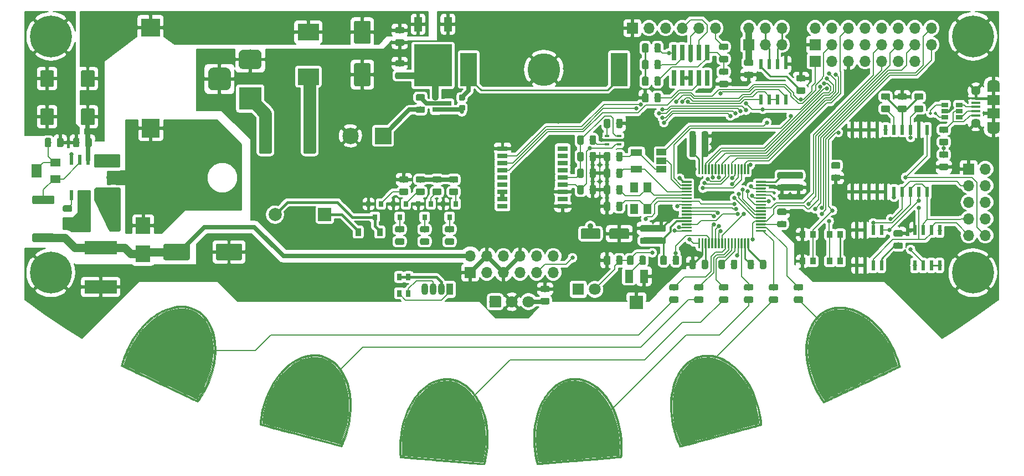
<source format=gbr>
G04 #@! TF.GenerationSoftware,KiCad,Pcbnew,(5.1.0-0)*
G04 #@! TF.CreationDate,2019-05-22T00:58:43-05:00*
G04 #@! TF.ProjectId,TubeClock,54756265-436c-46f6-936b-2e6b69636164,rev?*
G04 #@! TF.SameCoordinates,Original*
G04 #@! TF.FileFunction,Copper,L1,Top*
G04 #@! TF.FilePolarity,Positive*
%FSLAX46Y46*%
G04 Gerber Fmt 4.6, Leading zero omitted, Abs format (unit mm)*
G04 Created by KiCad (PCBNEW (5.1.0-0)) date 2019-05-22 00:58:43*
%MOMM*%
%LPD*%
G04 APERTURE LIST*
%ADD10C,0.010000*%
%ADD11R,1.600000X0.800000*%
%ADD12R,2.950000X2.800000*%
%ADD13R,2.800000X2.950000*%
%ADD14C,2.500000*%
%ADD15R,2.500000X2.500000*%
%ADD16R,5.000000X2.000000*%
%ADD17C,2.000000*%
%ADD18R,2.000000X2.000000*%
%ADD19R,2.540000X5.080000*%
%ADD20C,5.000000*%
%ADD21O,1.700000X1.700000*%
%ADD22R,1.700000X1.700000*%
%ADD23R,0.650000X0.400000*%
%ADD24C,0.100000*%
%ADD25C,3.500000*%
%ADD26C,3.000000*%
%ADD27R,3.500000X3.500000*%
%ADD28C,0.975000*%
%ADD29C,1.600000*%
%ADD30C,0.300000*%
%ADD31R,0.900000X1.000000*%
%ADD32R,0.600000X1.550000*%
%ADD33R,0.600000X1.500000*%
%ADD34C,0.800000*%
%ADD35C,6.400000*%
%ADD36O,2.000000X1.905000*%
%ADD37R,2.000000X1.905000*%
%ADD38C,2.075000*%
%ADD39R,0.740000X2.400000*%
%ADD40R,1.900000X1.200000*%
%ADD41O,1.900000X1.200000*%
%ADD42R,1.900000X1.500000*%
%ADD43C,1.450000*%
%ADD44R,1.350000X0.400000*%
%ADD45R,1.800000X1.000000*%
%ADD46R,1.300000X1.600000*%
%ADD47C,0.875000*%
%ADD48R,2.300000X2.500000*%
%ADD49R,3.300000X2.500000*%
%ADD50R,0.900000X1.200000*%
%ADD51C,1.925000*%
%ADD52R,1.500000X1.000000*%
%ADD53R,0.800000X1.000000*%
%ADD54O,1.070000X1.800000*%
%ADD55R,1.070000X1.800000*%
%ADD56C,1.800000*%
%ADD57R,1.800000X1.800000*%
%ADD58R,0.900000X0.800000*%
%ADD59R,0.800000X0.900000*%
%ADD60R,1.060000X0.650000*%
%ADD61R,5.800000X6.400000*%
%ADD62R,1.200000X2.200000*%
%ADD63R,1.600000X1.300000*%
%ADD64R,1.600000X2.000000*%
%ADD65R,1.300000X2.000000*%
%ADD66C,1.350000*%
%ADD67C,1.000000*%
%ADD68C,0.508000*%
%ADD69C,0.635000*%
%ADD70C,1.270000*%
%ADD71C,0.889000*%
%ADD72C,0.635000*%
%ADD73C,0.381000*%
%ADD74C,0.254000*%
%ADD75C,1.016000*%
%ADD76C,1.270000*%
%ADD77C,0.304800*%
%ADD78C,1.905000*%
%ADD79C,0.152400*%
%ADD80C,0.203200*%
%ADD81C,0.190500*%
G04 APERTURE END LIST*
D10*
G36*
X193197888Y-135432797D02*
G01*
X193659780Y-135292885D01*
X194125522Y-135200356D01*
X194597038Y-135155260D01*
X195076255Y-135157649D01*
X195565098Y-135207572D01*
X196065494Y-135305082D01*
X196579368Y-135450228D01*
X196806521Y-135527860D01*
X197377907Y-135759429D01*
X197938836Y-136039800D01*
X198488335Y-136368281D01*
X199025430Y-136744181D01*
X199549151Y-137166805D01*
X200058526Y-137635461D01*
X200552582Y-138149456D01*
X200671548Y-138282640D01*
X201201992Y-138922228D01*
X201689214Y-139586943D01*
X202132628Y-140275720D01*
X202531644Y-140987489D01*
X202885675Y-141721185D01*
X203194130Y-142475739D01*
X203456422Y-143250083D01*
X203510449Y-143431873D01*
X203544054Y-143547425D01*
X203572499Y-143644249D01*
X203592930Y-143712701D01*
X203602493Y-143743132D01*
X203602702Y-143743631D01*
X203580708Y-143755226D01*
X203515091Y-143787412D01*
X203407799Y-143839263D01*
X203260782Y-143909855D01*
X203075987Y-143998262D01*
X202855363Y-144103557D01*
X202600860Y-144224814D01*
X202314426Y-144361108D01*
X201998010Y-144511513D01*
X201653560Y-144675104D01*
X201283026Y-144850953D01*
X200888356Y-145038136D01*
X200471499Y-145235726D01*
X200034403Y-145442799D01*
X199579018Y-145658426D01*
X199107292Y-145881684D01*
X198621174Y-146111646D01*
X198122613Y-146347387D01*
X198037789Y-146387484D01*
X197537287Y-146624016D01*
X197048820Y-146854755D01*
X196574341Y-147078783D01*
X196115803Y-147295180D01*
X195675157Y-147503030D01*
X195254355Y-147701412D01*
X194855351Y-147889411D01*
X194480096Y-148066106D01*
X194130544Y-148230581D01*
X193808645Y-148381917D01*
X193516353Y-148519196D01*
X193255620Y-148641498D01*
X193028398Y-148747907D01*
X192836640Y-148837505D01*
X192682299Y-148909371D01*
X192567325Y-148962589D01*
X192493673Y-148996242D01*
X192463294Y-149009409D01*
X192462575Y-149009545D01*
X192447147Y-148985767D01*
X192408794Y-148928801D01*
X192353155Y-148846973D01*
X192285875Y-148748613D01*
X192280225Y-148740376D01*
X191859912Y-148089723D01*
X191483592Y-147425923D01*
X191148617Y-146743334D01*
X190852342Y-146036311D01*
X190592119Y-145299210D01*
X190453786Y-144845706D01*
X190300604Y-144263145D01*
X190173449Y-143671634D01*
X190073336Y-143079272D01*
X190001281Y-142494163D01*
X189958296Y-141924402D01*
X189945398Y-141378094D01*
X189960630Y-140908670D01*
X189980957Y-140662263D01*
X190012149Y-140386091D01*
X190051849Y-140096040D01*
X190097695Y-139808000D01*
X190147330Y-139537855D01*
X190198395Y-139301495D01*
X190200688Y-139291913D01*
X190337538Y-138800669D01*
X190506878Y-138326090D01*
X190705941Y-137873400D01*
X190931964Y-137447823D01*
X191182184Y-137054586D01*
X191453838Y-136698912D01*
X191730827Y-136399022D01*
X192017347Y-136139863D01*
X192319015Y-135907024D01*
X192627563Y-135705952D01*
X192934723Y-135542093D01*
X193197888Y-135432797D01*
X193197888Y-135432797D01*
G37*
X193197888Y-135432797D02*
X193659780Y-135292885D01*
X194125522Y-135200356D01*
X194597038Y-135155260D01*
X195076255Y-135157649D01*
X195565098Y-135207572D01*
X196065494Y-135305082D01*
X196579368Y-135450228D01*
X196806521Y-135527860D01*
X197377907Y-135759429D01*
X197938836Y-136039800D01*
X198488335Y-136368281D01*
X199025430Y-136744181D01*
X199549151Y-137166805D01*
X200058526Y-137635461D01*
X200552582Y-138149456D01*
X200671548Y-138282640D01*
X201201992Y-138922228D01*
X201689214Y-139586943D01*
X202132628Y-140275720D01*
X202531644Y-140987489D01*
X202885675Y-141721185D01*
X203194130Y-142475739D01*
X203456422Y-143250083D01*
X203510449Y-143431873D01*
X203544054Y-143547425D01*
X203572499Y-143644249D01*
X203592930Y-143712701D01*
X203602493Y-143743132D01*
X203602702Y-143743631D01*
X203580708Y-143755226D01*
X203515091Y-143787412D01*
X203407799Y-143839263D01*
X203260782Y-143909855D01*
X203075987Y-143998262D01*
X202855363Y-144103557D01*
X202600860Y-144224814D01*
X202314426Y-144361108D01*
X201998010Y-144511513D01*
X201653560Y-144675104D01*
X201283026Y-144850953D01*
X200888356Y-145038136D01*
X200471499Y-145235726D01*
X200034403Y-145442799D01*
X199579018Y-145658426D01*
X199107292Y-145881684D01*
X198621174Y-146111646D01*
X198122613Y-146347387D01*
X198037789Y-146387484D01*
X197537287Y-146624016D01*
X197048820Y-146854755D01*
X196574341Y-147078783D01*
X196115803Y-147295180D01*
X195675157Y-147503030D01*
X195254355Y-147701412D01*
X194855351Y-147889411D01*
X194480096Y-148066106D01*
X194130544Y-148230581D01*
X193808645Y-148381917D01*
X193516353Y-148519196D01*
X193255620Y-148641498D01*
X193028398Y-148747907D01*
X192836640Y-148837505D01*
X192682299Y-148909371D01*
X192567325Y-148962589D01*
X192493673Y-148996242D01*
X192463294Y-149009409D01*
X192462575Y-149009545D01*
X192447147Y-148985767D01*
X192408794Y-148928801D01*
X192353155Y-148846973D01*
X192285875Y-148748613D01*
X192280225Y-148740376D01*
X191859912Y-148089723D01*
X191483592Y-147425923D01*
X191148617Y-146743334D01*
X190852342Y-146036311D01*
X190592119Y-145299210D01*
X190453786Y-144845706D01*
X190300604Y-144263145D01*
X190173449Y-143671634D01*
X190073336Y-143079272D01*
X190001281Y-142494163D01*
X189958296Y-141924402D01*
X189945398Y-141378094D01*
X189960630Y-140908670D01*
X189980957Y-140662263D01*
X190012149Y-140386091D01*
X190051849Y-140096040D01*
X190097695Y-139808000D01*
X190147330Y-139537855D01*
X190198395Y-139301495D01*
X190200688Y-139291913D01*
X190337538Y-138800669D01*
X190506878Y-138326090D01*
X190705941Y-137873400D01*
X190931964Y-137447823D01*
X191182184Y-137054586D01*
X191453838Y-136698912D01*
X191730827Y-136399022D01*
X192017347Y-136139863D01*
X192319015Y-135907024D01*
X192627563Y-135705952D01*
X192934723Y-135542093D01*
X193197888Y-135432797D01*
G36*
X193199944Y-135016878D02*
G01*
X193664719Y-134879664D01*
X194143520Y-134790175D01*
X194635206Y-134748430D01*
X195138634Y-134754449D01*
X195652660Y-134808252D01*
X196176142Y-134909859D01*
X196707938Y-135059291D01*
X196912713Y-135128885D01*
X197353318Y-135298452D01*
X197771982Y-135486891D01*
X198177677Y-135699270D01*
X198579374Y-135940655D01*
X198986046Y-136216113D01*
X199406665Y-136530711D01*
X199436738Y-136554233D01*
X199989988Y-137018906D01*
X200520909Y-137526732D01*
X201027474Y-138074734D01*
X201507658Y-138659937D01*
X201959432Y-139279367D01*
X202380772Y-139930046D01*
X202769649Y-140609003D01*
X203124039Y-141313261D01*
X203441913Y-142039845D01*
X203721246Y-142785779D01*
X203760616Y-142901905D01*
X203812394Y-143060342D01*
X203865246Y-143228381D01*
X203916520Y-143396943D01*
X203963566Y-143556956D01*
X204003729Y-143699343D01*
X204034361Y-143815030D01*
X204052808Y-143894941D01*
X204055795Y-143912087D01*
X204054925Y-143917585D01*
X204049785Y-143924736D01*
X204038744Y-143934324D01*
X204020172Y-143947135D01*
X203992437Y-143963950D01*
X203953911Y-143985557D01*
X203902961Y-144012738D01*
X203837958Y-144046279D01*
X203757270Y-144086963D01*
X203659268Y-144135574D01*
X203542321Y-144192897D01*
X203404799Y-144259717D01*
X203245070Y-144336817D01*
X203061505Y-144424982D01*
X202852472Y-144524997D01*
X202616342Y-144637645D01*
X202351484Y-144763711D01*
X202056268Y-144903980D01*
X201729061Y-145059235D01*
X201368235Y-145230261D01*
X200972159Y-145417842D01*
X200539202Y-145622763D01*
X200067734Y-145845808D01*
X199556124Y-146087760D01*
X199002741Y-146349406D01*
X198405956Y-146631528D01*
X198199320Y-146729206D01*
X197587851Y-147018232D01*
X197020296Y-147286467D01*
X196495013Y-147534670D01*
X196010362Y-147763604D01*
X195564701Y-147974032D01*
X195156390Y-148166716D01*
X194783787Y-148342417D01*
X194445252Y-148501898D01*
X194139143Y-148645921D01*
X193863820Y-148775248D01*
X193617641Y-148890641D01*
X193398965Y-148992862D01*
X193206153Y-149082674D01*
X193037561Y-149160838D01*
X192891549Y-149228116D01*
X192766477Y-149285272D01*
X192660704Y-149333068D01*
X192572587Y-149372263D01*
X192500487Y-149403622D01*
X192442762Y-149427906D01*
X192397771Y-149445877D01*
X192363874Y-149458299D01*
X192339429Y-149465932D01*
X192322795Y-149469538D01*
X192312332Y-149469881D01*
X192306398Y-149467721D01*
X192305154Y-149466590D01*
X192262950Y-149414081D01*
X192199054Y-149326841D01*
X192118797Y-149212679D01*
X192027509Y-149079405D01*
X191930517Y-148934826D01*
X191833153Y-148786755D01*
X191740745Y-148642999D01*
X191711911Y-148597302D01*
X191507874Y-148264326D01*
X191325002Y-147947777D01*
X191153484Y-147629713D01*
X190983515Y-147292194D01*
X190915403Y-147150323D01*
X191153355Y-147037844D01*
X191314299Y-147357412D01*
X191486639Y-147681483D01*
X191665727Y-148001797D01*
X191846917Y-148310097D01*
X192025562Y-148598127D01*
X192197016Y-148857628D01*
X192356633Y-149080343D01*
X192395603Y-149131181D01*
X192431311Y-149177013D01*
X203751953Y-143825770D01*
X203739203Y-143769086D01*
X203696471Y-143600402D01*
X203636372Y-143394106D01*
X203561824Y-143158714D01*
X203475748Y-142902747D01*
X203381062Y-142634725D01*
X203280685Y-142363168D01*
X203177537Y-142096593D01*
X203102205Y-141910128D01*
X202821076Y-141282811D01*
X202496715Y-140657066D01*
X202133756Y-140039455D01*
X201736835Y-139436538D01*
X201310588Y-138854878D01*
X200859647Y-138301034D01*
X200388649Y-137781570D01*
X199902230Y-137303046D01*
X199750180Y-137165061D01*
X199273583Y-136767112D01*
X198779973Y-136405066D01*
X198273001Y-136080694D01*
X197756319Y-135795771D01*
X197233578Y-135552067D01*
X196708432Y-135351356D01*
X196184532Y-135195411D01*
X195665531Y-135086002D01*
X195384811Y-135046458D01*
X194982145Y-135018953D01*
X194570490Y-135026567D01*
X194158284Y-135067691D01*
X193753963Y-135140714D01*
X193365965Y-135244027D01*
X193002727Y-135376020D01*
X192672687Y-135535081D01*
X192597027Y-135578486D01*
X192187767Y-135847387D01*
X191814123Y-136147176D01*
X191474525Y-136479815D01*
X191167399Y-136847261D01*
X190891176Y-137251474D01*
X190644281Y-137694411D01*
X190425146Y-138178033D01*
X190343322Y-138387560D01*
X190149406Y-138977270D01*
X189999901Y-139588891D01*
X189894696Y-140220728D01*
X189833677Y-140871087D01*
X189816728Y-141538274D01*
X189843739Y-142220593D01*
X189914594Y-142916351D01*
X190029177Y-143623853D01*
X190187380Y-144341403D01*
X190389084Y-145067309D01*
X190634178Y-145799876D01*
X190884236Y-146445240D01*
X191008451Y-146731034D01*
X191153355Y-147037844D01*
X190915403Y-147150323D01*
X190876403Y-147069091D01*
X190553724Y-146335874D01*
X190274544Y-145594607D01*
X190039581Y-144848463D01*
X189849555Y-144100612D01*
X189705186Y-143354225D01*
X189607192Y-142612474D01*
X189556292Y-141878528D01*
X189551348Y-141227035D01*
X189573803Y-140699462D01*
X189617525Y-140208217D01*
X189684295Y-139743150D01*
X189775892Y-139294114D01*
X189894097Y-138850959D01*
X190040687Y-138403536D01*
X190052011Y-138371924D01*
X190261810Y-137852341D01*
X190503570Y-137369205D01*
X190776551Y-136923387D01*
X191080010Y-136515758D01*
X191413209Y-136147187D01*
X191775406Y-135818544D01*
X192165861Y-135530701D01*
X192583831Y-135284525D01*
X192750337Y-135201794D01*
X193199944Y-135016878D01*
X193199944Y-135016878D01*
G37*
X193199944Y-135016878D02*
X193664719Y-134879664D01*
X194143520Y-134790175D01*
X194635206Y-134748430D01*
X195138634Y-134754449D01*
X195652660Y-134808252D01*
X196176142Y-134909859D01*
X196707938Y-135059291D01*
X196912713Y-135128885D01*
X197353318Y-135298452D01*
X197771982Y-135486891D01*
X198177677Y-135699270D01*
X198579374Y-135940655D01*
X198986046Y-136216113D01*
X199406665Y-136530711D01*
X199436738Y-136554233D01*
X199989988Y-137018906D01*
X200520909Y-137526732D01*
X201027474Y-138074734D01*
X201507658Y-138659937D01*
X201959432Y-139279367D01*
X202380772Y-139930046D01*
X202769649Y-140609003D01*
X203124039Y-141313261D01*
X203441913Y-142039845D01*
X203721246Y-142785779D01*
X203760616Y-142901905D01*
X203812394Y-143060342D01*
X203865246Y-143228381D01*
X203916520Y-143396943D01*
X203963566Y-143556956D01*
X204003729Y-143699343D01*
X204034361Y-143815030D01*
X204052808Y-143894941D01*
X204055795Y-143912087D01*
X204054925Y-143917585D01*
X204049785Y-143924736D01*
X204038744Y-143934324D01*
X204020172Y-143947135D01*
X203992437Y-143963950D01*
X203953911Y-143985557D01*
X203902961Y-144012738D01*
X203837958Y-144046279D01*
X203757270Y-144086963D01*
X203659268Y-144135574D01*
X203542321Y-144192897D01*
X203404799Y-144259717D01*
X203245070Y-144336817D01*
X203061505Y-144424982D01*
X202852472Y-144524997D01*
X202616342Y-144637645D01*
X202351484Y-144763711D01*
X202056268Y-144903980D01*
X201729061Y-145059235D01*
X201368235Y-145230261D01*
X200972159Y-145417842D01*
X200539202Y-145622763D01*
X200067734Y-145845808D01*
X199556124Y-146087760D01*
X199002741Y-146349406D01*
X198405956Y-146631528D01*
X198199320Y-146729206D01*
X197587851Y-147018232D01*
X197020296Y-147286467D01*
X196495013Y-147534670D01*
X196010362Y-147763604D01*
X195564701Y-147974032D01*
X195156390Y-148166716D01*
X194783787Y-148342417D01*
X194445252Y-148501898D01*
X194139143Y-148645921D01*
X193863820Y-148775248D01*
X193617641Y-148890641D01*
X193398965Y-148992862D01*
X193206153Y-149082674D01*
X193037561Y-149160838D01*
X192891549Y-149228116D01*
X192766477Y-149285272D01*
X192660704Y-149333068D01*
X192572587Y-149372263D01*
X192500487Y-149403622D01*
X192442762Y-149427906D01*
X192397771Y-149445877D01*
X192363874Y-149458299D01*
X192339429Y-149465932D01*
X192322795Y-149469538D01*
X192312332Y-149469881D01*
X192306398Y-149467721D01*
X192305154Y-149466590D01*
X192262950Y-149414081D01*
X192199054Y-149326841D01*
X192118797Y-149212679D01*
X192027509Y-149079405D01*
X191930517Y-148934826D01*
X191833153Y-148786755D01*
X191740745Y-148642999D01*
X191711911Y-148597302D01*
X191507874Y-148264326D01*
X191325002Y-147947777D01*
X191153484Y-147629713D01*
X190983515Y-147292194D01*
X190915403Y-147150323D01*
X191153355Y-147037844D01*
X191314299Y-147357412D01*
X191486639Y-147681483D01*
X191665727Y-148001797D01*
X191846917Y-148310097D01*
X192025562Y-148598127D01*
X192197016Y-148857628D01*
X192356633Y-149080343D01*
X192395603Y-149131181D01*
X192431311Y-149177013D01*
X203751953Y-143825770D01*
X203739203Y-143769086D01*
X203696471Y-143600402D01*
X203636372Y-143394106D01*
X203561824Y-143158714D01*
X203475748Y-142902747D01*
X203381062Y-142634725D01*
X203280685Y-142363168D01*
X203177537Y-142096593D01*
X203102205Y-141910128D01*
X202821076Y-141282811D01*
X202496715Y-140657066D01*
X202133756Y-140039455D01*
X201736835Y-139436538D01*
X201310588Y-138854878D01*
X200859647Y-138301034D01*
X200388649Y-137781570D01*
X199902230Y-137303046D01*
X199750180Y-137165061D01*
X199273583Y-136767112D01*
X198779973Y-136405066D01*
X198273001Y-136080694D01*
X197756319Y-135795771D01*
X197233578Y-135552067D01*
X196708432Y-135351356D01*
X196184532Y-135195411D01*
X195665531Y-135086002D01*
X195384811Y-135046458D01*
X194982145Y-135018953D01*
X194570490Y-135026567D01*
X194158284Y-135067691D01*
X193753963Y-135140714D01*
X193365965Y-135244027D01*
X193002727Y-135376020D01*
X192672687Y-135535081D01*
X192597027Y-135578486D01*
X192187767Y-135847387D01*
X191814123Y-136147176D01*
X191474525Y-136479815D01*
X191167399Y-136847261D01*
X190891176Y-137251474D01*
X190644281Y-137694411D01*
X190425146Y-138178033D01*
X190343322Y-138387560D01*
X190149406Y-138977270D01*
X189999901Y-139588891D01*
X189894696Y-140220728D01*
X189833677Y-140871087D01*
X189816728Y-141538274D01*
X189843739Y-142220593D01*
X189914594Y-142916351D01*
X190029177Y-143623853D01*
X190187380Y-144341403D01*
X190389084Y-145067309D01*
X190634178Y-145799876D01*
X190884236Y-146445240D01*
X191008451Y-146731034D01*
X191153355Y-147037844D01*
X190915403Y-147150323D01*
X190876403Y-147069091D01*
X190553724Y-146335874D01*
X190274544Y-145594607D01*
X190039581Y-144848463D01*
X189849555Y-144100612D01*
X189705186Y-143354225D01*
X189607192Y-142612474D01*
X189556292Y-141878528D01*
X189551348Y-141227035D01*
X189573803Y-140699462D01*
X189617525Y-140208217D01*
X189684295Y-139743150D01*
X189775892Y-139294114D01*
X189894097Y-138850959D01*
X190040687Y-138403536D01*
X190052011Y-138371924D01*
X190261810Y-137852341D01*
X190503570Y-137369205D01*
X190776551Y-136923387D01*
X191080010Y-136515758D01*
X191413209Y-136147187D01*
X191775406Y-135818544D01*
X192165861Y-135530701D01*
X192583831Y-135284525D01*
X192750337Y-135201794D01*
X193199944Y-135016878D01*
G36*
X173712807Y-142577435D02*
G01*
X174192272Y-142522365D01*
X174667052Y-142514602D01*
X175139034Y-142554541D01*
X175610101Y-142642577D01*
X176082140Y-142779102D01*
X176557037Y-142964512D01*
X177036678Y-143199201D01*
X177246289Y-143316197D01*
X177767063Y-143646200D01*
X178268821Y-144022348D01*
X178750731Y-144443788D01*
X179211960Y-144909663D01*
X179651674Y-145419119D01*
X180069044Y-145971300D01*
X180463235Y-146565350D01*
X180556471Y-146717660D01*
X180964007Y-147441785D01*
X181324525Y-148182905D01*
X181637638Y-148939865D01*
X181902959Y-149711509D01*
X182120097Y-150496683D01*
X182288665Y-151294230D01*
X182408277Y-152102994D01*
X182428928Y-152291515D01*
X182441331Y-152411214D01*
X182452005Y-152511563D01*
X182459868Y-152582565D01*
X182463836Y-152614216D01*
X182463951Y-152614744D01*
X182440239Y-152622219D01*
X182369925Y-152642154D01*
X182255090Y-152673986D01*
X182097820Y-152717153D01*
X181900196Y-152771093D01*
X181664300Y-152835243D01*
X181392218Y-152909041D01*
X181086030Y-152991923D01*
X180747820Y-153083329D01*
X180379671Y-153182695D01*
X179983665Y-153289458D01*
X179561887Y-153403057D01*
X179116418Y-153522928D01*
X178649341Y-153648510D01*
X178162740Y-153779239D01*
X177658696Y-153914553D01*
X177139295Y-154053890D01*
X176606617Y-154196688D01*
X176515990Y-154220973D01*
X175981261Y-154364202D01*
X175459410Y-154503884D01*
X174952520Y-154639463D01*
X174462679Y-154770386D01*
X173991970Y-154896097D01*
X173542478Y-155016043D01*
X173116289Y-155129669D01*
X172715488Y-155236420D01*
X172342160Y-155335744D01*
X171998389Y-155427085D01*
X171686262Y-155509889D01*
X171407863Y-155583601D01*
X171165277Y-155647668D01*
X170960589Y-155701534D01*
X170795885Y-155744646D01*
X170673248Y-155776449D01*
X170594766Y-155796390D01*
X170562523Y-155803913D01*
X170561790Y-155803919D01*
X170550863Y-155777766D01*
X170523313Y-155714860D01*
X170483202Y-155624402D01*
X170434593Y-155515597D01*
X170430507Y-155506482D01*
X170133305Y-154791162D01*
X169881739Y-154070772D01*
X169674210Y-153339289D01*
X169509127Y-152590684D01*
X169384892Y-151818934D01*
X169329876Y-151348004D01*
X169283326Y-150747441D01*
X169263984Y-150142727D01*
X169271400Y-149542011D01*
X169305125Y-148953446D01*
X169364707Y-148385182D01*
X169449698Y-147845371D01*
X169548618Y-147386235D01*
X169612676Y-147147434D01*
X169692746Y-146881290D01*
X169783667Y-146603011D01*
X169880277Y-146327810D01*
X169977415Y-146070893D01*
X170069918Y-145847473D01*
X170073888Y-145838455D01*
X170296368Y-145379597D01*
X170547834Y-144942944D01*
X170824632Y-144533142D01*
X171123106Y-144154836D01*
X171439606Y-143812676D01*
X171770478Y-143511307D01*
X172096624Y-143265775D01*
X172424865Y-143062023D01*
X172763303Y-142886876D01*
X173102831Y-142744213D01*
X173434340Y-142637915D01*
X173712807Y-142577435D01*
X173712807Y-142577435D01*
G37*
X173712807Y-142577435D02*
X174192272Y-142522365D01*
X174667052Y-142514602D01*
X175139034Y-142554541D01*
X175610101Y-142642577D01*
X176082140Y-142779102D01*
X176557037Y-142964512D01*
X177036678Y-143199201D01*
X177246289Y-143316197D01*
X177767063Y-143646200D01*
X178268821Y-144022348D01*
X178750731Y-144443788D01*
X179211960Y-144909663D01*
X179651674Y-145419119D01*
X180069044Y-145971300D01*
X180463235Y-146565350D01*
X180556471Y-146717660D01*
X180964007Y-147441785D01*
X181324525Y-148182905D01*
X181637638Y-148939865D01*
X181902959Y-149711509D01*
X182120097Y-150496683D01*
X182288665Y-151294230D01*
X182408277Y-152102994D01*
X182428928Y-152291515D01*
X182441331Y-152411214D01*
X182452005Y-152511563D01*
X182459868Y-152582565D01*
X182463836Y-152614216D01*
X182463951Y-152614744D01*
X182440239Y-152622219D01*
X182369925Y-152642154D01*
X182255090Y-152673986D01*
X182097820Y-152717153D01*
X181900196Y-152771093D01*
X181664300Y-152835243D01*
X181392218Y-152909041D01*
X181086030Y-152991923D01*
X180747820Y-153083329D01*
X180379671Y-153182695D01*
X179983665Y-153289458D01*
X179561887Y-153403057D01*
X179116418Y-153522928D01*
X178649341Y-153648510D01*
X178162740Y-153779239D01*
X177658696Y-153914553D01*
X177139295Y-154053890D01*
X176606617Y-154196688D01*
X176515990Y-154220973D01*
X175981261Y-154364202D01*
X175459410Y-154503884D01*
X174952520Y-154639463D01*
X174462679Y-154770386D01*
X173991970Y-154896097D01*
X173542478Y-155016043D01*
X173116289Y-155129669D01*
X172715488Y-155236420D01*
X172342160Y-155335744D01*
X171998389Y-155427085D01*
X171686262Y-155509889D01*
X171407863Y-155583601D01*
X171165277Y-155647668D01*
X170960589Y-155701534D01*
X170795885Y-155744646D01*
X170673248Y-155776449D01*
X170594766Y-155796390D01*
X170562523Y-155803913D01*
X170561790Y-155803919D01*
X170550863Y-155777766D01*
X170523313Y-155714860D01*
X170483202Y-155624402D01*
X170434593Y-155515597D01*
X170430507Y-155506482D01*
X170133305Y-154791162D01*
X169881739Y-154070772D01*
X169674210Y-153339289D01*
X169509127Y-152590684D01*
X169384892Y-151818934D01*
X169329876Y-151348004D01*
X169283326Y-150747441D01*
X169263984Y-150142727D01*
X169271400Y-149542011D01*
X169305125Y-148953446D01*
X169364707Y-148385182D01*
X169449698Y-147845371D01*
X169548618Y-147386235D01*
X169612676Y-147147434D01*
X169692746Y-146881290D01*
X169783667Y-146603011D01*
X169880277Y-146327810D01*
X169977415Y-146070893D01*
X170069918Y-145847473D01*
X170073888Y-145838455D01*
X170296368Y-145379597D01*
X170547834Y-144942944D01*
X170824632Y-144533142D01*
X171123106Y-144154836D01*
X171439606Y-143812676D01*
X171770478Y-143511307D01*
X172096624Y-143265775D01*
X172424865Y-143062023D01*
X172763303Y-142886876D01*
X173102831Y-142744213D01*
X173434340Y-142637915D01*
X173712807Y-142577435D01*
G36*
X173789196Y-142168586D02*
G01*
X174271016Y-142116686D01*
X174758102Y-142114250D01*
X175249329Y-142161092D01*
X175743568Y-142257028D01*
X176239690Y-142401873D01*
X176736568Y-142595442D01*
X177233076Y-142837552D01*
X177422108Y-142942639D01*
X177825293Y-143188254D01*
X178203517Y-143448515D01*
X178564700Y-143730011D01*
X178916764Y-144039331D01*
X179267630Y-144383063D01*
X179625220Y-144767799D01*
X179650602Y-144796319D01*
X180111852Y-145352427D01*
X180543417Y-145946998D01*
X180943835Y-146576744D01*
X181311645Y-147238375D01*
X181645383Y-147928601D01*
X181943590Y-148644131D01*
X182204802Y-149381679D01*
X182427558Y-150137953D01*
X182610394Y-150909665D01*
X182751852Y-151693523D01*
X182769824Y-151814818D01*
X182792438Y-151979960D01*
X182814393Y-152154740D01*
X182834702Y-152329754D01*
X182852378Y-152495600D01*
X182866435Y-152642874D01*
X182875888Y-152762174D01*
X182879750Y-152844096D01*
X182879623Y-152861499D01*
X182877784Y-152866753D01*
X182871448Y-152872870D01*
X182858870Y-152880329D01*
X182838307Y-152889613D01*
X182808013Y-152901198D01*
X182766244Y-152915568D01*
X182711255Y-152933201D01*
X182641302Y-152954579D01*
X182554640Y-152980180D01*
X182449526Y-153010485D01*
X182324214Y-153045974D01*
X182176960Y-153087128D01*
X182006020Y-153134425D01*
X181809649Y-153188348D01*
X181586102Y-153249376D01*
X181333636Y-153317988D01*
X181050505Y-153394665D01*
X180734965Y-153479888D01*
X180385272Y-153574135D01*
X179999681Y-153677889D01*
X179576447Y-153791629D01*
X179113827Y-153915834D01*
X178610076Y-154050984D01*
X178063449Y-154197560D01*
X177472201Y-154356044D01*
X176834588Y-154526913D01*
X176613817Y-154586069D01*
X175960524Y-154761107D01*
X175354154Y-154923538D01*
X174792957Y-155073819D01*
X174275182Y-155212408D01*
X173799078Y-155339760D01*
X173362894Y-155456332D01*
X172964880Y-155562579D01*
X172603285Y-155658959D01*
X172276358Y-155745928D01*
X171982347Y-155823943D01*
X171719503Y-155893458D01*
X171486074Y-155954933D01*
X171280310Y-156008822D01*
X171100459Y-156055582D01*
X170944770Y-156095669D01*
X170811495Y-156129541D01*
X170698880Y-156157653D01*
X170605175Y-156180461D01*
X170528630Y-156198424D01*
X170467493Y-156211995D01*
X170420013Y-156221632D01*
X170384442Y-156227793D01*
X170359026Y-156230932D01*
X170342015Y-156231506D01*
X170331659Y-156229972D01*
X170326207Y-156226786D01*
X170325186Y-156225451D01*
X170293050Y-156166242D01*
X170245783Y-156068983D01*
X170187232Y-155942311D01*
X170121245Y-155794862D01*
X170051667Y-155635271D01*
X169982347Y-155472177D01*
X169917132Y-155314214D01*
X169896933Y-155264098D01*
X169755721Y-154900006D01*
X169632395Y-154555860D01*
X169520512Y-154212254D01*
X169413631Y-153849783D01*
X169371984Y-153698020D01*
X169626213Y-153629900D01*
X169727424Y-153973096D01*
X169839042Y-154322758D01*
X169957971Y-154669932D01*
X170081116Y-155005661D01*
X170205382Y-155320991D01*
X170327674Y-155606967D01*
X170444897Y-155854633D01*
X170474149Y-155911620D01*
X170501086Y-155963098D01*
X182596111Y-152722246D01*
X182593701Y-152664195D01*
X182581819Y-152490589D01*
X182559575Y-152276871D01*
X182528317Y-152031944D01*
X182489396Y-151764711D01*
X182444158Y-151484078D01*
X182393954Y-151198950D01*
X182340132Y-150918227D01*
X182299355Y-150721298D01*
X182134922Y-150053823D01*
X181927673Y-149380166D01*
X181680993Y-148707609D01*
X181398271Y-148043438D01*
X181082895Y-147394937D01*
X180738250Y-146769390D01*
X180367723Y-146174082D01*
X179974703Y-145616296D01*
X179849776Y-145453348D01*
X179452014Y-144976595D01*
X179031093Y-144532125D01*
X178590289Y-144122333D01*
X178132878Y-143749617D01*
X177662136Y-143416374D01*
X177181340Y-143124999D01*
X176693766Y-142877893D01*
X176202692Y-142677448D01*
X175933566Y-142588348D01*
X175542306Y-142489289D01*
X175135924Y-142423176D01*
X174723007Y-142389933D01*
X174312146Y-142389486D01*
X173911928Y-142421759D01*
X173530943Y-142486677D01*
X173177780Y-142584163D01*
X173095579Y-142613341D01*
X172644834Y-142804732D01*
X172223609Y-143032882D01*
X171830006Y-143299439D01*
X171462130Y-143606049D01*
X171118083Y-143954358D01*
X170795969Y-144346013D01*
X170493893Y-144782659D01*
X170375924Y-144974179D01*
X170079691Y-145519713D01*
X169823236Y-146094746D01*
X169606753Y-146697591D01*
X169430431Y-147326559D01*
X169294461Y-147979964D01*
X169199036Y-148656117D01*
X169144346Y-149353332D01*
X169130581Y-150069920D01*
X169157934Y-150804194D01*
X169226594Y-151554467D01*
X169336754Y-152319052D01*
X169467389Y-152998727D01*
X169538503Y-153302125D01*
X169626213Y-153629900D01*
X169371984Y-153698020D01*
X169348137Y-153611124D01*
X169161759Y-152832027D01*
X169019618Y-152052788D01*
X168921854Y-151276656D01*
X168868608Y-150506879D01*
X168860021Y-149746706D01*
X168896232Y-148999387D01*
X168977384Y-148268168D01*
X169089008Y-147626290D01*
X169205432Y-147111233D01*
X169336285Y-146635722D01*
X169485135Y-146190088D01*
X169655544Y-145764666D01*
X169851081Y-145349788D01*
X170075309Y-144935786D01*
X170092102Y-144906708D01*
X170391423Y-144433010D01*
X170715674Y-144000888D01*
X171063968Y-143611064D01*
X171435423Y-143264262D01*
X171829153Y-142961208D01*
X172244275Y-142702623D01*
X172679905Y-142489232D01*
X173135156Y-142321758D01*
X173313772Y-142270132D01*
X173789196Y-142168586D01*
X173789196Y-142168586D01*
G37*
X173789196Y-142168586D02*
X174271016Y-142116686D01*
X174758102Y-142114250D01*
X175249329Y-142161092D01*
X175743568Y-142257028D01*
X176239690Y-142401873D01*
X176736568Y-142595442D01*
X177233076Y-142837552D01*
X177422108Y-142942639D01*
X177825293Y-143188254D01*
X178203517Y-143448515D01*
X178564700Y-143730011D01*
X178916764Y-144039331D01*
X179267630Y-144383063D01*
X179625220Y-144767799D01*
X179650602Y-144796319D01*
X180111852Y-145352427D01*
X180543417Y-145946998D01*
X180943835Y-146576744D01*
X181311645Y-147238375D01*
X181645383Y-147928601D01*
X181943590Y-148644131D01*
X182204802Y-149381679D01*
X182427558Y-150137953D01*
X182610394Y-150909665D01*
X182751852Y-151693523D01*
X182769824Y-151814818D01*
X182792438Y-151979960D01*
X182814393Y-152154740D01*
X182834702Y-152329754D01*
X182852378Y-152495600D01*
X182866435Y-152642874D01*
X182875888Y-152762174D01*
X182879750Y-152844096D01*
X182879623Y-152861499D01*
X182877784Y-152866753D01*
X182871448Y-152872870D01*
X182858870Y-152880329D01*
X182838307Y-152889613D01*
X182808013Y-152901198D01*
X182766244Y-152915568D01*
X182711255Y-152933201D01*
X182641302Y-152954579D01*
X182554640Y-152980180D01*
X182449526Y-153010485D01*
X182324214Y-153045974D01*
X182176960Y-153087128D01*
X182006020Y-153134425D01*
X181809649Y-153188348D01*
X181586102Y-153249376D01*
X181333636Y-153317988D01*
X181050505Y-153394665D01*
X180734965Y-153479888D01*
X180385272Y-153574135D01*
X179999681Y-153677889D01*
X179576447Y-153791629D01*
X179113827Y-153915834D01*
X178610076Y-154050984D01*
X178063449Y-154197560D01*
X177472201Y-154356044D01*
X176834588Y-154526913D01*
X176613817Y-154586069D01*
X175960524Y-154761107D01*
X175354154Y-154923538D01*
X174792957Y-155073819D01*
X174275182Y-155212408D01*
X173799078Y-155339760D01*
X173362894Y-155456332D01*
X172964880Y-155562579D01*
X172603285Y-155658959D01*
X172276358Y-155745928D01*
X171982347Y-155823943D01*
X171719503Y-155893458D01*
X171486074Y-155954933D01*
X171280310Y-156008822D01*
X171100459Y-156055582D01*
X170944770Y-156095669D01*
X170811495Y-156129541D01*
X170698880Y-156157653D01*
X170605175Y-156180461D01*
X170528630Y-156198424D01*
X170467493Y-156211995D01*
X170420013Y-156221632D01*
X170384442Y-156227793D01*
X170359026Y-156230932D01*
X170342015Y-156231506D01*
X170331659Y-156229972D01*
X170326207Y-156226786D01*
X170325186Y-156225451D01*
X170293050Y-156166242D01*
X170245783Y-156068983D01*
X170187232Y-155942311D01*
X170121245Y-155794862D01*
X170051667Y-155635271D01*
X169982347Y-155472177D01*
X169917132Y-155314214D01*
X169896933Y-155264098D01*
X169755721Y-154900006D01*
X169632395Y-154555860D01*
X169520512Y-154212254D01*
X169413631Y-153849783D01*
X169371984Y-153698020D01*
X169626213Y-153629900D01*
X169727424Y-153973096D01*
X169839042Y-154322758D01*
X169957971Y-154669932D01*
X170081116Y-155005661D01*
X170205382Y-155320991D01*
X170327674Y-155606967D01*
X170444897Y-155854633D01*
X170474149Y-155911620D01*
X170501086Y-155963098D01*
X182596111Y-152722246D01*
X182593701Y-152664195D01*
X182581819Y-152490589D01*
X182559575Y-152276871D01*
X182528317Y-152031944D01*
X182489396Y-151764711D01*
X182444158Y-151484078D01*
X182393954Y-151198950D01*
X182340132Y-150918227D01*
X182299355Y-150721298D01*
X182134922Y-150053823D01*
X181927673Y-149380166D01*
X181680993Y-148707609D01*
X181398271Y-148043438D01*
X181082895Y-147394937D01*
X180738250Y-146769390D01*
X180367723Y-146174082D01*
X179974703Y-145616296D01*
X179849776Y-145453348D01*
X179452014Y-144976595D01*
X179031093Y-144532125D01*
X178590289Y-144122333D01*
X178132878Y-143749617D01*
X177662136Y-143416374D01*
X177181340Y-143124999D01*
X176693766Y-142877893D01*
X176202692Y-142677448D01*
X175933566Y-142588348D01*
X175542306Y-142489289D01*
X175135924Y-142423176D01*
X174723007Y-142389933D01*
X174312146Y-142389486D01*
X173911928Y-142421759D01*
X173530943Y-142486677D01*
X173177780Y-142584163D01*
X173095579Y-142613341D01*
X172644834Y-142804732D01*
X172223609Y-143032882D01*
X171830006Y-143299439D01*
X171462130Y-143606049D01*
X171118083Y-143954358D01*
X170795969Y-144346013D01*
X170493893Y-144782659D01*
X170375924Y-144974179D01*
X170079691Y-145519713D01*
X169823236Y-146094746D01*
X169606753Y-146697591D01*
X169430431Y-147326559D01*
X169294461Y-147979964D01*
X169199036Y-148656117D01*
X169144346Y-149353332D01*
X169130581Y-150069920D01*
X169157934Y-150804194D01*
X169226594Y-151554467D01*
X169336754Y-152319052D01*
X169467389Y-152998727D01*
X169538503Y-153302125D01*
X169626213Y-153629900D01*
X169371984Y-153698020D01*
X169348137Y-153611124D01*
X169161759Y-152832027D01*
X169019618Y-152052788D01*
X168921854Y-151276656D01*
X168868608Y-150506879D01*
X168860021Y-149746706D01*
X168896232Y-148999387D01*
X168977384Y-148268168D01*
X169089008Y-147626290D01*
X169205432Y-147111233D01*
X169336285Y-146635722D01*
X169485135Y-146190088D01*
X169655544Y-145764666D01*
X169851081Y-145349788D01*
X170075309Y-144935786D01*
X170092102Y-144906708D01*
X170391423Y-144433010D01*
X170715674Y-144000888D01*
X171063968Y-143611064D01*
X171435423Y-143264262D01*
X171829153Y-142961208D01*
X172244275Y-142702623D01*
X172679905Y-142489232D01*
X173135156Y-142321758D01*
X173313772Y-142270132D01*
X173789196Y-142168586D01*
G36*
X154245453Y-146064845D02*
G01*
X154727093Y-146095551D01*
X155195745Y-146171987D01*
X155653194Y-146294876D01*
X156101227Y-146464939D01*
X156541629Y-146682897D01*
X156976187Y-146949474D01*
X157406687Y-147265391D01*
X157592268Y-147417657D01*
X158046372Y-147834665D01*
X158473591Y-148293722D01*
X158873254Y-148793840D01*
X159244694Y-149334030D01*
X159587242Y-149913300D01*
X159900233Y-150530664D01*
X160182997Y-151185131D01*
X160247787Y-151351545D01*
X160520650Y-152136393D01*
X160744230Y-152929643D01*
X160918348Y-153730087D01*
X161042829Y-154536520D01*
X161117494Y-155347737D01*
X161142165Y-156162530D01*
X161116666Y-156979693D01*
X161103607Y-157168892D01*
X161094617Y-157288895D01*
X161087352Y-157389549D01*
X161082517Y-157460820D01*
X161080817Y-157492674D01*
X161080837Y-157493214D01*
X161056176Y-157496372D01*
X160983443Y-157503540D01*
X160864787Y-157514534D01*
X160702358Y-157529169D01*
X160498305Y-157547260D01*
X160254777Y-157568623D01*
X159973926Y-157593073D01*
X159657901Y-157620424D01*
X159308850Y-157650493D01*
X158928922Y-157683095D01*
X158520269Y-157718044D01*
X158085040Y-157755157D01*
X157625384Y-157794248D01*
X157143450Y-157835133D01*
X156641389Y-157877626D01*
X156121350Y-157921543D01*
X155585483Y-157966700D01*
X155035936Y-158012912D01*
X154942441Y-158020764D01*
X154390800Y-158067038D01*
X153852460Y-158112100D01*
X153329573Y-158155774D01*
X152824289Y-158197884D01*
X152338758Y-158238254D01*
X151875129Y-158276705D01*
X151435554Y-158313064D01*
X151022184Y-158347153D01*
X150637168Y-158378796D01*
X150282655Y-158407817D01*
X149960797Y-158434039D01*
X149673744Y-158457285D01*
X149423647Y-158477382D01*
X149212655Y-158494150D01*
X149042920Y-158507413D01*
X148916590Y-158516997D01*
X148835817Y-158522725D01*
X148802750Y-158524419D01*
X148802028Y-158524295D01*
X148795905Y-158496620D01*
X148779930Y-158429830D01*
X148756472Y-158333698D01*
X148727899Y-158218006D01*
X148725491Y-158208311D01*
X148559659Y-157451666D01*
X148439639Y-156698113D01*
X148364925Y-155941440D01*
X148335017Y-155175433D01*
X148349411Y-154393880D01*
X148378659Y-153920650D01*
X148439195Y-153321335D01*
X148527244Y-152722753D01*
X148640921Y-152132844D01*
X148778338Y-151559554D01*
X148937610Y-151010822D01*
X149116849Y-150494593D01*
X149295513Y-150060230D01*
X149400846Y-149836547D01*
X149526780Y-149588788D01*
X149665544Y-149331009D01*
X149809360Y-149077264D01*
X149950459Y-148841610D01*
X150081065Y-148638101D01*
X150086568Y-148629929D01*
X150386790Y-148217721D01*
X150711606Y-147832500D01*
X151056598Y-147478191D01*
X151417348Y-147158720D01*
X151789437Y-146878015D01*
X152168448Y-146640000D01*
X152532919Y-146456105D01*
X152892053Y-146313699D01*
X153256159Y-146201252D01*
X153615585Y-146120970D01*
X153960677Y-146075057D01*
X154245453Y-146064845D01*
X154245453Y-146064845D01*
G37*
X154245453Y-146064845D02*
X154727093Y-146095551D01*
X155195745Y-146171987D01*
X155653194Y-146294876D01*
X156101227Y-146464939D01*
X156541629Y-146682897D01*
X156976187Y-146949474D01*
X157406687Y-147265391D01*
X157592268Y-147417657D01*
X158046372Y-147834665D01*
X158473591Y-148293722D01*
X158873254Y-148793840D01*
X159244694Y-149334030D01*
X159587242Y-149913300D01*
X159900233Y-150530664D01*
X160182997Y-151185131D01*
X160247787Y-151351545D01*
X160520650Y-152136393D01*
X160744230Y-152929643D01*
X160918348Y-153730087D01*
X161042829Y-154536520D01*
X161117494Y-155347737D01*
X161142165Y-156162530D01*
X161116666Y-156979693D01*
X161103607Y-157168892D01*
X161094617Y-157288895D01*
X161087352Y-157389549D01*
X161082517Y-157460820D01*
X161080817Y-157492674D01*
X161080837Y-157493214D01*
X161056176Y-157496372D01*
X160983443Y-157503540D01*
X160864787Y-157514534D01*
X160702358Y-157529169D01*
X160498305Y-157547260D01*
X160254777Y-157568623D01*
X159973926Y-157593073D01*
X159657901Y-157620424D01*
X159308850Y-157650493D01*
X158928922Y-157683095D01*
X158520269Y-157718044D01*
X158085040Y-157755157D01*
X157625384Y-157794248D01*
X157143450Y-157835133D01*
X156641389Y-157877626D01*
X156121350Y-157921543D01*
X155585483Y-157966700D01*
X155035936Y-158012912D01*
X154942441Y-158020764D01*
X154390800Y-158067038D01*
X153852460Y-158112100D01*
X153329573Y-158155774D01*
X152824289Y-158197884D01*
X152338758Y-158238254D01*
X151875129Y-158276705D01*
X151435554Y-158313064D01*
X151022184Y-158347153D01*
X150637168Y-158378796D01*
X150282655Y-158407817D01*
X149960797Y-158434039D01*
X149673744Y-158457285D01*
X149423647Y-158477382D01*
X149212655Y-158494150D01*
X149042920Y-158507413D01*
X148916590Y-158516997D01*
X148835817Y-158522725D01*
X148802750Y-158524419D01*
X148802028Y-158524295D01*
X148795905Y-158496620D01*
X148779930Y-158429830D01*
X148756472Y-158333698D01*
X148727899Y-158218006D01*
X148725491Y-158208311D01*
X148559659Y-157451666D01*
X148439639Y-156698113D01*
X148364925Y-155941440D01*
X148335017Y-155175433D01*
X148349411Y-154393880D01*
X148378659Y-153920650D01*
X148439195Y-153321335D01*
X148527244Y-152722753D01*
X148640921Y-152132844D01*
X148778338Y-151559554D01*
X148937610Y-151010822D01*
X149116849Y-150494593D01*
X149295513Y-150060230D01*
X149400846Y-149836547D01*
X149526780Y-149588788D01*
X149665544Y-149331009D01*
X149809360Y-149077264D01*
X149950459Y-148841610D01*
X150081065Y-148638101D01*
X150086568Y-148629929D01*
X150386790Y-148217721D01*
X150711606Y-147832500D01*
X151056598Y-147478191D01*
X151417348Y-147158720D01*
X151789437Y-146878015D01*
X152168448Y-146640000D01*
X152532919Y-146456105D01*
X152892053Y-146313699D01*
X153256159Y-146201252D01*
X153615585Y-146120970D01*
X153960677Y-146075057D01*
X154245453Y-146064845D01*
G36*
X154393037Y-145675984D02*
G01*
X154876432Y-145710228D01*
X155356252Y-145794086D01*
X155831420Y-145927177D01*
X156300859Y-146109118D01*
X156763491Y-146339530D01*
X157218238Y-146618030D01*
X157664024Y-146944237D01*
X157831459Y-147081138D01*
X158184778Y-147394269D01*
X158510936Y-147717394D01*
X158816562Y-148058401D01*
X159108286Y-148425177D01*
X159392737Y-148825611D01*
X159676545Y-149267589D01*
X159696476Y-149300154D01*
X160051958Y-149929153D01*
X160371412Y-150590751D01*
X160653983Y-151281452D01*
X160898815Y-151997759D01*
X161105051Y-152736177D01*
X161271835Y-153493206D01*
X161398310Y-154265354D01*
X161483621Y-155049123D01*
X161526909Y-155841016D01*
X161527322Y-156637536D01*
X161523530Y-156760096D01*
X161516543Y-156926632D01*
X161507200Y-157102538D01*
X161496195Y-157278383D01*
X161484224Y-157444738D01*
X161471979Y-157592174D01*
X161460156Y-157711261D01*
X161449450Y-157792573D01*
X161446243Y-157809679D01*
X161443503Y-157814524D01*
X161436184Y-157819422D01*
X161422484Y-157824536D01*
X161400602Y-157830031D01*
X161368734Y-157836069D01*
X161325081Y-157842816D01*
X161267838Y-157850432D01*
X161195206Y-157859084D01*
X161105380Y-157868934D01*
X160996560Y-157880147D01*
X160866945Y-157892883D01*
X160714730Y-157907311D01*
X160538116Y-157923590D01*
X160335300Y-157941886D01*
X160104478Y-157962362D01*
X159843852Y-157985182D01*
X159551617Y-158010509D01*
X159225973Y-158038508D01*
X158865117Y-158069341D01*
X158467246Y-158103172D01*
X158030560Y-158140166D01*
X157553257Y-158180485D01*
X157033534Y-158224293D01*
X156469590Y-158271753D01*
X155859621Y-158323031D01*
X155201827Y-158378288D01*
X154974070Y-158397415D01*
X154300105Y-158453997D01*
X153674554Y-158506483D01*
X153095614Y-158555010D01*
X152561480Y-158599718D01*
X152070348Y-158640746D01*
X151620415Y-158678234D01*
X151209877Y-158712320D01*
X150836929Y-158743144D01*
X150499767Y-158770844D01*
X150196588Y-158795561D01*
X149925588Y-158817433D01*
X149684962Y-158836599D01*
X149472907Y-158853199D01*
X149287618Y-158867371D01*
X149127291Y-158879254D01*
X148990124Y-158888989D01*
X148874310Y-158896716D01*
X148778048Y-158902569D01*
X148699531Y-158906693D01*
X148636958Y-158909224D01*
X148588522Y-158910300D01*
X148552421Y-158910064D01*
X148526852Y-158908653D01*
X148510008Y-158906206D01*
X148500087Y-158902862D01*
X148495285Y-158898761D01*
X148494516Y-158897266D01*
X148473374Y-158833303D01*
X148444077Y-158729210D01*
X148408883Y-158594171D01*
X148370049Y-158437367D01*
X148329832Y-158267977D01*
X148290489Y-158095185D01*
X148254278Y-157928171D01*
X148243273Y-157875270D01*
X148168768Y-157491926D01*
X148108334Y-157131379D01*
X148059067Y-156773392D01*
X148018063Y-156397722D01*
X148003949Y-156240982D01*
X148266223Y-156218959D01*
X148305060Y-156574653D01*
X148352993Y-156938556D01*
X148408564Y-157301303D01*
X148470311Y-157653533D01*
X148536772Y-157985886D01*
X148606490Y-158288998D01*
X148678002Y-158553507D01*
X148696700Y-158614774D01*
X148714096Y-158670209D01*
X161191871Y-157622420D01*
X161199780Y-157564861D01*
X161218828Y-157391894D01*
X161234782Y-157177615D01*
X161247391Y-156931023D01*
X161256407Y-156661122D01*
X161261581Y-156376913D01*
X161262662Y-156087400D01*
X161259403Y-155801584D01*
X161254143Y-155600546D01*
X161210508Y-154914501D01*
X161125829Y-154214790D01*
X161002147Y-153509179D01*
X160841508Y-152805439D01*
X160645955Y-152111339D01*
X160417532Y-151434647D01*
X160158282Y-150783133D01*
X159870249Y-150164564D01*
X159776151Y-149982069D01*
X159469101Y-149442414D01*
X159133542Y-148930429D01*
X158772272Y-148449054D01*
X158388093Y-148001228D01*
X157983803Y-147589890D01*
X157562204Y-147217979D01*
X157126095Y-146888436D01*
X156678277Y-146604198D01*
X156429182Y-146468848D01*
X156061648Y-146302068D01*
X155673396Y-146165036D01*
X155272892Y-146059197D01*
X154868603Y-145986000D01*
X154468995Y-145946890D01*
X154082536Y-145943316D01*
X153717691Y-145976722D01*
X153631622Y-145990881D01*
X153154109Y-146099427D01*
X152699139Y-146249379D01*
X152264554Y-146442023D01*
X151848195Y-146678642D01*
X151447906Y-146960521D01*
X151061527Y-147288944D01*
X150686901Y-147665196D01*
X150536881Y-147832798D01*
X150148724Y-148317253D01*
X149794493Y-148837784D01*
X149474677Y-149392764D01*
X149189761Y-149980568D01*
X148940232Y-150599568D01*
X148726579Y-151248137D01*
X148549287Y-151924648D01*
X148408842Y-152627473D01*
X148305734Y-153354986D01*
X148240448Y-154105561D01*
X148213470Y-154877569D01*
X148221681Y-155569636D01*
X148237943Y-155880832D01*
X148266223Y-156218959D01*
X148003949Y-156240982D01*
X147995867Y-156151236D01*
X147950401Y-155351448D01*
X147948497Y-154559353D01*
X147989719Y-153778175D01*
X148073631Y-153011135D01*
X148199794Y-152261456D01*
X148367772Y-151532360D01*
X148577129Y-150827068D01*
X148800656Y-150215101D01*
X149006448Y-149728801D01*
X149219440Y-149283978D01*
X149444851Y-148871746D01*
X149687903Y-148483224D01*
X149953819Y-148109529D01*
X150247816Y-147741778D01*
X150269493Y-147716134D01*
X150647969Y-147302928D01*
X151043616Y-146935054D01*
X151455439Y-146613069D01*
X151882435Y-146337527D01*
X152323610Y-146108986D01*
X152777963Y-145927999D01*
X153244495Y-145795125D01*
X153722209Y-145710915D01*
X153907144Y-145691735D01*
X154393037Y-145675984D01*
X154393037Y-145675984D01*
G37*
X154393037Y-145675984D02*
X154876432Y-145710228D01*
X155356252Y-145794086D01*
X155831420Y-145927177D01*
X156300859Y-146109118D01*
X156763491Y-146339530D01*
X157218238Y-146618030D01*
X157664024Y-146944237D01*
X157831459Y-147081138D01*
X158184778Y-147394269D01*
X158510936Y-147717394D01*
X158816562Y-148058401D01*
X159108286Y-148425177D01*
X159392737Y-148825611D01*
X159676545Y-149267589D01*
X159696476Y-149300154D01*
X160051958Y-149929153D01*
X160371412Y-150590751D01*
X160653983Y-151281452D01*
X160898815Y-151997759D01*
X161105051Y-152736177D01*
X161271835Y-153493206D01*
X161398310Y-154265354D01*
X161483621Y-155049123D01*
X161526909Y-155841016D01*
X161527322Y-156637536D01*
X161523530Y-156760096D01*
X161516543Y-156926632D01*
X161507200Y-157102538D01*
X161496195Y-157278383D01*
X161484224Y-157444738D01*
X161471979Y-157592174D01*
X161460156Y-157711261D01*
X161449450Y-157792573D01*
X161446243Y-157809679D01*
X161443503Y-157814524D01*
X161436184Y-157819422D01*
X161422484Y-157824536D01*
X161400602Y-157830031D01*
X161368734Y-157836069D01*
X161325081Y-157842816D01*
X161267838Y-157850432D01*
X161195206Y-157859084D01*
X161105380Y-157868934D01*
X160996560Y-157880147D01*
X160866945Y-157892883D01*
X160714730Y-157907311D01*
X160538116Y-157923590D01*
X160335300Y-157941886D01*
X160104478Y-157962362D01*
X159843852Y-157985182D01*
X159551617Y-158010509D01*
X159225973Y-158038508D01*
X158865117Y-158069341D01*
X158467246Y-158103172D01*
X158030560Y-158140166D01*
X157553257Y-158180485D01*
X157033534Y-158224293D01*
X156469590Y-158271753D01*
X155859621Y-158323031D01*
X155201827Y-158378288D01*
X154974070Y-158397415D01*
X154300105Y-158453997D01*
X153674554Y-158506483D01*
X153095614Y-158555010D01*
X152561480Y-158599718D01*
X152070348Y-158640746D01*
X151620415Y-158678234D01*
X151209877Y-158712320D01*
X150836929Y-158743144D01*
X150499767Y-158770844D01*
X150196588Y-158795561D01*
X149925588Y-158817433D01*
X149684962Y-158836599D01*
X149472907Y-158853199D01*
X149287618Y-158867371D01*
X149127291Y-158879254D01*
X148990124Y-158888989D01*
X148874310Y-158896716D01*
X148778048Y-158902569D01*
X148699531Y-158906693D01*
X148636958Y-158909224D01*
X148588522Y-158910300D01*
X148552421Y-158910064D01*
X148526852Y-158908653D01*
X148510008Y-158906206D01*
X148500087Y-158902862D01*
X148495285Y-158898761D01*
X148494516Y-158897266D01*
X148473374Y-158833303D01*
X148444077Y-158729210D01*
X148408883Y-158594171D01*
X148370049Y-158437367D01*
X148329832Y-158267977D01*
X148290489Y-158095185D01*
X148254278Y-157928171D01*
X148243273Y-157875270D01*
X148168768Y-157491926D01*
X148108334Y-157131379D01*
X148059067Y-156773392D01*
X148018063Y-156397722D01*
X148003949Y-156240982D01*
X148266223Y-156218959D01*
X148305060Y-156574653D01*
X148352993Y-156938556D01*
X148408564Y-157301303D01*
X148470311Y-157653533D01*
X148536772Y-157985886D01*
X148606490Y-158288998D01*
X148678002Y-158553507D01*
X148696700Y-158614774D01*
X148714096Y-158670209D01*
X161191871Y-157622420D01*
X161199780Y-157564861D01*
X161218828Y-157391894D01*
X161234782Y-157177615D01*
X161247391Y-156931023D01*
X161256407Y-156661122D01*
X161261581Y-156376913D01*
X161262662Y-156087400D01*
X161259403Y-155801584D01*
X161254143Y-155600546D01*
X161210508Y-154914501D01*
X161125829Y-154214790D01*
X161002147Y-153509179D01*
X160841508Y-152805439D01*
X160645955Y-152111339D01*
X160417532Y-151434647D01*
X160158282Y-150783133D01*
X159870249Y-150164564D01*
X159776151Y-149982069D01*
X159469101Y-149442414D01*
X159133542Y-148930429D01*
X158772272Y-148449054D01*
X158388093Y-148001228D01*
X157983803Y-147589890D01*
X157562204Y-147217979D01*
X157126095Y-146888436D01*
X156678277Y-146604198D01*
X156429182Y-146468848D01*
X156061648Y-146302068D01*
X155673396Y-146165036D01*
X155272892Y-146059197D01*
X154868603Y-145986000D01*
X154468995Y-145946890D01*
X154082536Y-145943316D01*
X153717691Y-145976722D01*
X153631622Y-145990881D01*
X153154109Y-146099427D01*
X152699139Y-146249379D01*
X152264554Y-146442023D01*
X151848195Y-146678642D01*
X151447906Y-146960521D01*
X151061527Y-147288944D01*
X150686901Y-147665196D01*
X150536881Y-147832798D01*
X150148724Y-148317253D01*
X149794493Y-148837784D01*
X149474677Y-149392764D01*
X149189761Y-149980568D01*
X148940232Y-150599568D01*
X148726579Y-151248137D01*
X148549287Y-151924648D01*
X148408842Y-152627473D01*
X148305734Y-153354986D01*
X148240448Y-154105561D01*
X148213470Y-154877569D01*
X148221681Y-155569636D01*
X148237943Y-155880832D01*
X148266223Y-156218959D01*
X148003949Y-156240982D01*
X147995867Y-156151236D01*
X147950401Y-155351448D01*
X147948497Y-154559353D01*
X147989719Y-153778175D01*
X148073631Y-153011135D01*
X148199794Y-152261456D01*
X148367772Y-151532360D01*
X148577129Y-150827068D01*
X148800656Y-150215101D01*
X149006448Y-149728801D01*
X149219440Y-149283978D01*
X149444851Y-148871746D01*
X149687903Y-148483224D01*
X149953819Y-148109529D01*
X150247816Y-147741778D01*
X150269493Y-147716134D01*
X150647969Y-147302928D01*
X151043616Y-146935054D01*
X151455439Y-146613069D01*
X151882435Y-146337527D01*
X152323610Y-146108986D01*
X152777963Y-145927999D01*
X153244495Y-145795125D01*
X153722209Y-145710915D01*
X153907144Y-145691735D01*
X154393037Y-145675984D01*
G36*
X135362215Y-146139233D02*
G01*
X135831989Y-146249832D01*
X136281330Y-146403354D01*
X136711880Y-146600810D01*
X137125277Y-146843209D01*
X137523163Y-147131561D01*
X137907179Y-147466875D01*
X138278965Y-147850162D01*
X138436554Y-148031245D01*
X138814755Y-148518143D01*
X139159434Y-149042019D01*
X139470097Y-149601784D01*
X139746248Y-150196353D01*
X139987395Y-150824639D01*
X140193046Y-151485554D01*
X140362705Y-152178012D01*
X140398836Y-152352900D01*
X140536990Y-153172263D01*
X140625149Y-153991690D01*
X140663340Y-154809962D01*
X140651590Y-155625862D01*
X140589923Y-156438169D01*
X140478366Y-157245666D01*
X140316947Y-158047134D01*
X140272519Y-158231505D01*
X140243642Y-158348328D01*
X140219693Y-158446361D01*
X140203039Y-158515828D01*
X140196052Y-158546953D01*
X140195981Y-158547489D01*
X140171139Y-158546489D01*
X140098229Y-158541428D01*
X139979401Y-158532479D01*
X139816806Y-158519821D01*
X139612593Y-158503629D01*
X139368914Y-158484080D01*
X139087918Y-158461350D01*
X138771757Y-158435615D01*
X138422579Y-158407053D01*
X138042535Y-158375838D01*
X137633777Y-158342147D01*
X137198454Y-158306158D01*
X136738716Y-158268045D01*
X136256712Y-158227986D01*
X135754595Y-158186156D01*
X135234515Y-158142731D01*
X134698621Y-158097891D01*
X134149064Y-158051808D01*
X134055568Y-158043958D01*
X133503935Y-157997587D01*
X132965620Y-157952240D01*
X132442771Y-157908101D01*
X131937540Y-157865356D01*
X131452077Y-157824189D01*
X130988528Y-157784783D01*
X130549045Y-157747326D01*
X130135779Y-157712000D01*
X129750877Y-157678991D01*
X129396489Y-157648484D01*
X129074766Y-157620663D01*
X128787856Y-157595712D01*
X128537910Y-157573819D01*
X128327076Y-157555165D01*
X128157506Y-157539936D01*
X128031346Y-157528318D01*
X127950749Y-157520495D01*
X127917864Y-157516651D01*
X127917173Y-157516408D01*
X127915750Y-157488100D01*
X127911138Y-157419581D01*
X127904040Y-157320884D01*
X127895160Y-157202046D01*
X127894403Y-157192086D01*
X127857078Y-156418381D01*
X127864408Y-155655365D01*
X127916929Y-154896829D01*
X128015187Y-154136561D01*
X128159717Y-153368353D01*
X128267476Y-152906628D01*
X128427111Y-152325802D01*
X128613752Y-151750286D01*
X128824215Y-151187596D01*
X129055315Y-150645251D01*
X129303868Y-150130765D01*
X129566688Y-149651656D01*
X129815287Y-149253172D01*
X129956449Y-149050187D01*
X130121938Y-148826900D01*
X130301748Y-148595872D01*
X130485867Y-148369665D01*
X130664290Y-148160842D01*
X130827005Y-147981964D01*
X130833795Y-147974824D01*
X131198555Y-147618456D01*
X131583066Y-147292799D01*
X131982314Y-147000986D01*
X132391290Y-146746150D01*
X132804981Y-146531429D01*
X133218378Y-146359955D01*
X133608413Y-146239417D01*
X133986267Y-146158898D01*
X134364026Y-146108747D01*
X134731807Y-146089530D01*
X135079724Y-146101811D01*
X135362215Y-146139233D01*
X135362215Y-146139233D01*
G37*
X135362215Y-146139233D02*
X135831989Y-146249832D01*
X136281330Y-146403354D01*
X136711880Y-146600810D01*
X137125277Y-146843209D01*
X137523163Y-147131561D01*
X137907179Y-147466875D01*
X138278965Y-147850162D01*
X138436554Y-148031245D01*
X138814755Y-148518143D01*
X139159434Y-149042019D01*
X139470097Y-149601784D01*
X139746248Y-150196353D01*
X139987395Y-150824639D01*
X140193046Y-151485554D01*
X140362705Y-152178012D01*
X140398836Y-152352900D01*
X140536990Y-153172263D01*
X140625149Y-153991690D01*
X140663340Y-154809962D01*
X140651590Y-155625862D01*
X140589923Y-156438169D01*
X140478366Y-157245666D01*
X140316947Y-158047134D01*
X140272519Y-158231505D01*
X140243642Y-158348328D01*
X140219693Y-158446361D01*
X140203039Y-158515828D01*
X140196052Y-158546953D01*
X140195981Y-158547489D01*
X140171139Y-158546489D01*
X140098229Y-158541428D01*
X139979401Y-158532479D01*
X139816806Y-158519821D01*
X139612593Y-158503629D01*
X139368914Y-158484080D01*
X139087918Y-158461350D01*
X138771757Y-158435615D01*
X138422579Y-158407053D01*
X138042535Y-158375838D01*
X137633777Y-158342147D01*
X137198454Y-158306158D01*
X136738716Y-158268045D01*
X136256712Y-158227986D01*
X135754595Y-158186156D01*
X135234515Y-158142731D01*
X134698621Y-158097891D01*
X134149064Y-158051808D01*
X134055568Y-158043958D01*
X133503935Y-157997587D01*
X132965620Y-157952240D01*
X132442771Y-157908101D01*
X131937540Y-157865356D01*
X131452077Y-157824189D01*
X130988528Y-157784783D01*
X130549045Y-157747326D01*
X130135779Y-157712000D01*
X129750877Y-157678991D01*
X129396489Y-157648484D01*
X129074766Y-157620663D01*
X128787856Y-157595712D01*
X128537910Y-157573819D01*
X128327076Y-157555165D01*
X128157506Y-157539936D01*
X128031346Y-157528318D01*
X127950749Y-157520495D01*
X127917864Y-157516651D01*
X127917173Y-157516408D01*
X127915750Y-157488100D01*
X127911138Y-157419581D01*
X127904040Y-157320884D01*
X127895160Y-157202046D01*
X127894403Y-157192086D01*
X127857078Y-156418381D01*
X127864408Y-155655365D01*
X127916929Y-154896829D01*
X128015187Y-154136561D01*
X128159717Y-153368353D01*
X128267476Y-152906628D01*
X128427111Y-152325802D01*
X128613752Y-151750286D01*
X128824215Y-151187596D01*
X129055315Y-150645251D01*
X129303868Y-150130765D01*
X129566688Y-149651656D01*
X129815287Y-149253172D01*
X129956449Y-149050187D01*
X130121938Y-148826900D01*
X130301748Y-148595872D01*
X130485867Y-148369665D01*
X130664290Y-148160842D01*
X130827005Y-147981964D01*
X130833795Y-147974824D01*
X131198555Y-147618456D01*
X131583066Y-147292799D01*
X131982314Y-147000986D01*
X132391290Y-146746150D01*
X132804981Y-146531429D01*
X133218378Y-146359955D01*
X133608413Y-146239417D01*
X133986267Y-146158898D01*
X134364026Y-146108747D01*
X134731807Y-146089530D01*
X135079724Y-146101811D01*
X135362215Y-146139233D01*
G36*
X135572581Y-145780431D02*
G01*
X136043496Y-145894810D01*
X136502612Y-146057512D01*
X136948930Y-146267983D01*
X137381453Y-146525664D01*
X137799181Y-146830002D01*
X138201114Y-147180439D01*
X138586257Y-147576421D01*
X138728516Y-147739328D01*
X139024666Y-148106996D01*
X139292370Y-148479989D01*
X139536847Y-148867190D01*
X139763318Y-149277480D01*
X139977006Y-149719743D01*
X140183132Y-150202863D01*
X140197353Y-150238295D01*
X140442959Y-150917769D01*
X140647606Y-151623377D01*
X140811033Y-152351530D01*
X140932978Y-153098636D01*
X141013181Y-153861106D01*
X141051381Y-154635349D01*
X141047315Y-155417776D01*
X141000722Y-156204796D01*
X140911342Y-156992818D01*
X140778914Y-157778252D01*
X140754736Y-157898464D01*
X140720074Y-158061503D01*
X140681526Y-158233387D01*
X140641350Y-158404934D01*
X140601803Y-158566963D01*
X140565142Y-158710292D01*
X140533625Y-158825741D01*
X140509508Y-158904128D01*
X140503494Y-158920460D01*
X140499984Y-158924780D01*
X140491951Y-158928389D01*
X140477589Y-158931147D01*
X140455097Y-158932916D01*
X140422669Y-158933555D01*
X140378502Y-158932926D01*
X140320791Y-158930890D01*
X140247732Y-158927308D01*
X140157522Y-158922040D01*
X140048357Y-158914948D01*
X139918432Y-158905890D01*
X139765943Y-158894731D01*
X139589087Y-158881328D01*
X139386060Y-158865545D01*
X139155056Y-158847241D01*
X138894274Y-158826276D01*
X138601908Y-158802514D01*
X138276155Y-158775813D01*
X137915210Y-158746034D01*
X137517269Y-158713039D01*
X137080529Y-158676690D01*
X136603186Y-158636845D01*
X136083435Y-158593366D01*
X135519473Y-158546113D01*
X134909495Y-158494949D01*
X134251698Y-158439733D01*
X134023940Y-158420609D01*
X133349977Y-158364002D01*
X132724433Y-158311431D01*
X132145508Y-158262729D01*
X131611398Y-158217734D01*
X131120302Y-158176283D01*
X130670418Y-158138211D01*
X130259945Y-158103354D01*
X129887079Y-158071551D01*
X129550020Y-158042635D01*
X129246964Y-158016445D01*
X128976112Y-157992816D01*
X128735659Y-157971585D01*
X128523806Y-157952588D01*
X128338748Y-157935661D01*
X128178684Y-157920641D01*
X128041814Y-157907364D01*
X127926334Y-157895668D01*
X127830443Y-157885386D01*
X127752339Y-157876358D01*
X127690219Y-157868418D01*
X127642282Y-157861402D01*
X127606727Y-157855149D01*
X127581750Y-157849493D01*
X127565550Y-157844271D01*
X127556326Y-157839320D01*
X127552276Y-157834475D01*
X127551767Y-157832873D01*
X127541588Y-157766280D01*
X127530060Y-157658759D01*
X127517879Y-157519742D01*
X127505740Y-157358657D01*
X127494335Y-157184933D01*
X127484359Y-157007999D01*
X127476508Y-156837285D01*
X127474479Y-156783290D01*
X127464947Y-156392889D01*
X127465488Y-156027313D01*
X127476611Y-155666122D01*
X127498832Y-155288875D01*
X127511054Y-155131977D01*
X127773328Y-155154000D01*
X127752303Y-155511191D01*
X127738877Y-155877991D01*
X127733175Y-156244926D01*
X127735316Y-156602521D01*
X127745421Y-156941303D01*
X127763612Y-157251797D01*
X127790011Y-157524528D01*
X127798230Y-157588055D01*
X127806137Y-157645614D01*
X140283913Y-158693402D01*
X140301310Y-158637968D01*
X140348937Y-158470600D01*
X140400402Y-158261982D01*
X140453958Y-158020946D01*
X140507860Y-157756328D01*
X140560358Y-157476962D01*
X140609705Y-157191684D01*
X140654157Y-156909327D01*
X140682498Y-156710227D01*
X140753885Y-156026513D01*
X140787081Y-155322478D01*
X140782806Y-154606123D01*
X140741778Y-153885448D01*
X140664718Y-153168457D01*
X140552345Y-152463147D01*
X140405377Y-151777521D01*
X140224536Y-151119580D01*
X140162190Y-150923948D01*
X139949438Y-150340644D01*
X139703960Y-149779868D01*
X139428028Y-149244986D01*
X139123912Y-148739362D01*
X138793883Y-148266362D01*
X138440210Y-147829350D01*
X138065166Y-147431692D01*
X137671022Y-147076752D01*
X137447988Y-146901756D01*
X137113414Y-146676019D01*
X136753452Y-146476157D01*
X136376207Y-146305009D01*
X135989787Y-146165415D01*
X135602297Y-146060211D01*
X135221846Y-145992237D01*
X134856540Y-145964330D01*
X134769315Y-145963938D01*
X134280386Y-145991329D01*
X133806780Y-146063306D01*
X133346154Y-146180777D01*
X132896165Y-146344647D01*
X132454474Y-146555823D01*
X132018734Y-146815211D01*
X131586608Y-147123718D01*
X131410738Y-147263955D01*
X130947225Y-147676892D01*
X130511146Y-148131059D01*
X130103255Y-148624932D01*
X129724302Y-149156989D01*
X129375038Y-149725707D01*
X129056215Y-150329563D01*
X128768585Y-150967033D01*
X128512898Y-151636594D01*
X128289908Y-152336724D01*
X128100363Y-153065900D01*
X127945016Y-153822599D01*
X127837697Y-154506342D01*
X127801833Y-154815893D01*
X127773328Y-155154000D01*
X127511054Y-155131977D01*
X127518052Y-155042139D01*
X127606603Y-154245969D01*
X127736822Y-153464649D01*
X127907744Y-152701285D01*
X128118398Y-151958981D01*
X128367818Y-151240840D01*
X128655034Y-150549968D01*
X128979080Y-149889467D01*
X129301533Y-149323347D01*
X129585543Y-148878178D01*
X129869734Y-148475103D01*
X130160737Y-148106236D01*
X130465178Y-147763689D01*
X130789691Y-147439574D01*
X131140900Y-147126001D01*
X131166551Y-147104332D01*
X131608636Y-146760030D01*
X132060092Y-146463290D01*
X132519845Y-146214493D01*
X132986814Y-146014019D01*
X133459923Y-145862253D01*
X133938096Y-145759572D01*
X134420255Y-145706362D01*
X134905323Y-145702999D01*
X135090866Y-145714929D01*
X135572581Y-145780431D01*
X135572581Y-145780431D01*
G37*
X135572581Y-145780431D02*
X136043496Y-145894810D01*
X136502612Y-146057512D01*
X136948930Y-146267983D01*
X137381453Y-146525664D01*
X137799181Y-146830002D01*
X138201114Y-147180439D01*
X138586257Y-147576421D01*
X138728516Y-147739328D01*
X139024666Y-148106996D01*
X139292370Y-148479989D01*
X139536847Y-148867190D01*
X139763318Y-149277480D01*
X139977006Y-149719743D01*
X140183132Y-150202863D01*
X140197353Y-150238295D01*
X140442959Y-150917769D01*
X140647606Y-151623377D01*
X140811033Y-152351530D01*
X140932978Y-153098636D01*
X141013181Y-153861106D01*
X141051381Y-154635349D01*
X141047315Y-155417776D01*
X141000722Y-156204796D01*
X140911342Y-156992818D01*
X140778914Y-157778252D01*
X140754736Y-157898464D01*
X140720074Y-158061503D01*
X140681526Y-158233387D01*
X140641350Y-158404934D01*
X140601803Y-158566963D01*
X140565142Y-158710292D01*
X140533625Y-158825741D01*
X140509508Y-158904128D01*
X140503494Y-158920460D01*
X140499984Y-158924780D01*
X140491951Y-158928389D01*
X140477589Y-158931147D01*
X140455097Y-158932916D01*
X140422669Y-158933555D01*
X140378502Y-158932926D01*
X140320791Y-158930890D01*
X140247732Y-158927308D01*
X140157522Y-158922040D01*
X140048357Y-158914948D01*
X139918432Y-158905890D01*
X139765943Y-158894731D01*
X139589087Y-158881328D01*
X139386060Y-158865545D01*
X139155056Y-158847241D01*
X138894274Y-158826276D01*
X138601908Y-158802514D01*
X138276155Y-158775813D01*
X137915210Y-158746034D01*
X137517269Y-158713039D01*
X137080529Y-158676690D01*
X136603186Y-158636845D01*
X136083435Y-158593366D01*
X135519473Y-158546113D01*
X134909495Y-158494949D01*
X134251698Y-158439733D01*
X134023940Y-158420609D01*
X133349977Y-158364002D01*
X132724433Y-158311431D01*
X132145508Y-158262729D01*
X131611398Y-158217734D01*
X131120302Y-158176283D01*
X130670418Y-158138211D01*
X130259945Y-158103354D01*
X129887079Y-158071551D01*
X129550020Y-158042635D01*
X129246964Y-158016445D01*
X128976112Y-157992816D01*
X128735659Y-157971585D01*
X128523806Y-157952588D01*
X128338748Y-157935661D01*
X128178684Y-157920641D01*
X128041814Y-157907364D01*
X127926334Y-157895668D01*
X127830443Y-157885386D01*
X127752339Y-157876358D01*
X127690219Y-157868418D01*
X127642282Y-157861402D01*
X127606727Y-157855149D01*
X127581750Y-157849493D01*
X127565550Y-157844271D01*
X127556326Y-157839320D01*
X127552276Y-157834475D01*
X127551767Y-157832873D01*
X127541588Y-157766280D01*
X127530060Y-157658759D01*
X127517879Y-157519742D01*
X127505740Y-157358657D01*
X127494335Y-157184933D01*
X127484359Y-157007999D01*
X127476508Y-156837285D01*
X127474479Y-156783290D01*
X127464947Y-156392889D01*
X127465488Y-156027313D01*
X127476611Y-155666122D01*
X127498832Y-155288875D01*
X127511054Y-155131977D01*
X127773328Y-155154000D01*
X127752303Y-155511191D01*
X127738877Y-155877991D01*
X127733175Y-156244926D01*
X127735316Y-156602521D01*
X127745421Y-156941303D01*
X127763612Y-157251797D01*
X127790011Y-157524528D01*
X127798230Y-157588055D01*
X127806137Y-157645614D01*
X140283913Y-158693402D01*
X140301310Y-158637968D01*
X140348937Y-158470600D01*
X140400402Y-158261982D01*
X140453958Y-158020946D01*
X140507860Y-157756328D01*
X140560358Y-157476962D01*
X140609705Y-157191684D01*
X140654157Y-156909327D01*
X140682498Y-156710227D01*
X140753885Y-156026513D01*
X140787081Y-155322478D01*
X140782806Y-154606123D01*
X140741778Y-153885448D01*
X140664718Y-153168457D01*
X140552345Y-152463147D01*
X140405377Y-151777521D01*
X140224536Y-151119580D01*
X140162190Y-150923948D01*
X139949438Y-150340644D01*
X139703960Y-149779868D01*
X139428028Y-149244986D01*
X139123912Y-148739362D01*
X138793883Y-148266362D01*
X138440210Y-147829350D01*
X138065166Y-147431692D01*
X137671022Y-147076752D01*
X137447988Y-146901756D01*
X137113414Y-146676019D01*
X136753452Y-146476157D01*
X136376207Y-146305009D01*
X135989787Y-146165415D01*
X135602297Y-146060211D01*
X135221846Y-145992237D01*
X134856540Y-145964330D01*
X134769315Y-145963938D01*
X134280386Y-145991329D01*
X133806780Y-146063306D01*
X133346154Y-146180777D01*
X132896165Y-146344647D01*
X132454474Y-146555823D01*
X132018734Y-146815211D01*
X131586608Y-147123718D01*
X131410738Y-147263955D01*
X130947225Y-147676892D01*
X130511146Y-148131059D01*
X130103255Y-148624932D01*
X129724302Y-149156989D01*
X129375038Y-149725707D01*
X129056215Y-150329563D01*
X128768585Y-150967033D01*
X128512898Y-151636594D01*
X128289908Y-152336724D01*
X128100363Y-153065900D01*
X127945016Y-153822599D01*
X127837697Y-154506342D01*
X127801833Y-154815893D01*
X127773328Y-155154000D01*
X127511054Y-155131977D01*
X127518052Y-155042139D01*
X127606603Y-154245969D01*
X127736822Y-153464649D01*
X127907744Y-152701285D01*
X128118398Y-151958981D01*
X128367818Y-151240840D01*
X128655034Y-150549968D01*
X128979080Y-149889467D01*
X129301533Y-149323347D01*
X129585543Y-148878178D01*
X129869734Y-148475103D01*
X130160737Y-148106236D01*
X130465178Y-147763689D01*
X130789691Y-147439574D01*
X131140900Y-147126001D01*
X131166551Y-147104332D01*
X131608636Y-146760030D01*
X132060092Y-146463290D01*
X132519845Y-146214493D01*
X132986814Y-146014019D01*
X133459923Y-145862253D01*
X133938096Y-145759572D01*
X134420255Y-145706362D01*
X134905323Y-145702999D01*
X135090866Y-145714929D01*
X135572581Y-145780431D01*
G36*
X115867688Y-142680522D02*
G01*
X116310452Y-142872562D01*
X116725506Y-143103229D01*
X117114284Y-143373808D01*
X117478223Y-143685583D01*
X117818757Y-144039837D01*
X118137325Y-144437856D01*
X118435362Y-144880922D01*
X118558392Y-145087050D01*
X118844394Y-145633227D01*
X119090856Y-146209860D01*
X119297482Y-146815793D01*
X119463980Y-147449867D01*
X119590057Y-148110926D01*
X119675419Y-148797813D01*
X119719773Y-149509372D01*
X119724363Y-149687894D01*
X119715236Y-150518772D01*
X119656894Y-151340860D01*
X119549578Y-152152963D01*
X119393530Y-152953887D01*
X119188991Y-153742437D01*
X118936202Y-154517417D01*
X118635406Y-155277633D01*
X118559031Y-155451222D01*
X118509923Y-155561086D01*
X118468992Y-155653328D01*
X118440300Y-155718748D01*
X118427911Y-155748143D01*
X118427747Y-155748659D01*
X118403474Y-155743276D01*
X118332613Y-155725383D01*
X118217247Y-155695533D01*
X118059464Y-155654282D01*
X117861346Y-155602183D01*
X117624979Y-155539791D01*
X117352450Y-155467660D01*
X117045843Y-155386345D01*
X116707242Y-155296400D01*
X116338732Y-155198378D01*
X115942400Y-155092835D01*
X115520330Y-154980325D01*
X115074606Y-154861402D01*
X114607315Y-154736621D01*
X114120541Y-154606535D01*
X113616370Y-154471698D01*
X113096886Y-154332667D01*
X112564175Y-154189995D01*
X112473547Y-154165713D01*
X111938844Y-154022389D01*
X111417066Y-153882431D01*
X110910298Y-153746401D01*
X110420621Y-153614863D01*
X109950120Y-153488378D01*
X109500876Y-153367507D01*
X109074972Y-153252816D01*
X108674492Y-153144865D01*
X108301519Y-153044218D01*
X107958134Y-152951436D01*
X107646422Y-152867083D01*
X107368465Y-152791720D01*
X107126346Y-152725910D01*
X106922148Y-152670216D01*
X106757954Y-152625200D01*
X106635846Y-152591424D01*
X106557908Y-152569452D01*
X106526223Y-152559845D01*
X106525586Y-152559484D01*
X106529199Y-152531371D01*
X106536793Y-152463118D01*
X106547285Y-152364724D01*
X106559591Y-152246192D01*
X106560609Y-152236255D01*
X106660885Y-151468169D01*
X106803217Y-150718510D01*
X106989234Y-149981262D01*
X107220570Y-149250410D01*
X107498855Y-148519937D01*
X107686674Y-148084592D01*
X107946642Y-147541214D01*
X108232249Y-147007845D01*
X108539029Y-146491318D01*
X108862518Y-145998468D01*
X109198250Y-145536128D01*
X109541759Y-145111134D01*
X109856995Y-144762970D01*
X110031871Y-144588191D01*
X110234286Y-144397739D01*
X110452165Y-144202203D01*
X110673432Y-144012176D01*
X110886015Y-143838249D01*
X111077835Y-143691013D01*
X111085782Y-143685188D01*
X111507885Y-143399046D01*
X111943987Y-143146626D01*
X112388602Y-142930126D01*
X112836241Y-142751741D01*
X113281418Y-142613672D01*
X113718646Y-142518114D01*
X114123863Y-142468551D01*
X114510004Y-142456216D01*
X114890674Y-142473753D01*
X115256045Y-142519968D01*
X115596288Y-142593666D01*
X115867688Y-142680522D01*
X115867688Y-142680522D01*
G37*
X115867688Y-142680522D02*
X116310452Y-142872562D01*
X116725506Y-143103229D01*
X117114284Y-143373808D01*
X117478223Y-143685583D01*
X117818757Y-144039837D01*
X118137325Y-144437856D01*
X118435362Y-144880922D01*
X118558392Y-145087050D01*
X118844394Y-145633227D01*
X119090856Y-146209860D01*
X119297482Y-146815793D01*
X119463980Y-147449867D01*
X119590057Y-148110926D01*
X119675419Y-148797813D01*
X119719773Y-149509372D01*
X119724363Y-149687894D01*
X119715236Y-150518772D01*
X119656894Y-151340860D01*
X119549578Y-152152963D01*
X119393530Y-152953887D01*
X119188991Y-153742437D01*
X118936202Y-154517417D01*
X118635406Y-155277633D01*
X118559031Y-155451222D01*
X118509923Y-155561086D01*
X118468992Y-155653328D01*
X118440300Y-155718748D01*
X118427911Y-155748143D01*
X118427747Y-155748659D01*
X118403474Y-155743276D01*
X118332613Y-155725383D01*
X118217247Y-155695533D01*
X118059464Y-155654282D01*
X117861346Y-155602183D01*
X117624979Y-155539791D01*
X117352450Y-155467660D01*
X117045843Y-155386345D01*
X116707242Y-155296400D01*
X116338732Y-155198378D01*
X115942400Y-155092835D01*
X115520330Y-154980325D01*
X115074606Y-154861402D01*
X114607315Y-154736621D01*
X114120541Y-154606535D01*
X113616370Y-154471698D01*
X113096886Y-154332667D01*
X112564175Y-154189995D01*
X112473547Y-154165713D01*
X111938844Y-154022389D01*
X111417066Y-153882431D01*
X110910298Y-153746401D01*
X110420621Y-153614863D01*
X109950120Y-153488378D01*
X109500876Y-153367507D01*
X109074972Y-153252816D01*
X108674492Y-153144865D01*
X108301519Y-153044218D01*
X107958134Y-152951436D01*
X107646422Y-152867083D01*
X107368465Y-152791720D01*
X107126346Y-152725910D01*
X106922148Y-152670216D01*
X106757954Y-152625200D01*
X106635846Y-152591424D01*
X106557908Y-152569452D01*
X106526223Y-152559845D01*
X106525586Y-152559484D01*
X106529199Y-152531371D01*
X106536793Y-152463118D01*
X106547285Y-152364724D01*
X106559591Y-152246192D01*
X106560609Y-152236255D01*
X106660885Y-151468169D01*
X106803217Y-150718510D01*
X106989234Y-149981262D01*
X107220570Y-149250410D01*
X107498855Y-148519937D01*
X107686674Y-148084592D01*
X107946642Y-147541214D01*
X108232249Y-147007845D01*
X108539029Y-146491318D01*
X108862518Y-145998468D01*
X109198250Y-145536128D01*
X109541759Y-145111134D01*
X109856995Y-144762970D01*
X110031871Y-144588191D01*
X110234286Y-144397739D01*
X110452165Y-144202203D01*
X110673432Y-144012176D01*
X110886015Y-143838249D01*
X111077835Y-143691013D01*
X111085782Y-143685188D01*
X111507885Y-143399046D01*
X111943987Y-143146626D01*
X112388602Y-142930126D01*
X112836241Y-142751741D01*
X113281418Y-142613672D01*
X113718646Y-142518114D01*
X114123863Y-142468551D01*
X114510004Y-142456216D01*
X114890674Y-142473753D01*
X115256045Y-142519968D01*
X115596288Y-142593666D01*
X115867688Y-142680522D01*
G36*
X116138268Y-142364643D02*
G01*
X116581485Y-142560606D01*
X117004533Y-142802039D01*
X117406527Y-143088219D01*
X117786582Y-143418421D01*
X118143814Y-143791922D01*
X118477339Y-144207997D01*
X118786272Y-144665925D01*
X118897435Y-144851448D01*
X119123796Y-145265750D01*
X119321217Y-145680254D01*
X119493263Y-146104628D01*
X119643499Y-146548539D01*
X119775492Y-147021653D01*
X119892806Y-147533639D01*
X119900528Y-147571029D01*
X120021928Y-148283258D01*
X120098389Y-149013954D01*
X120130288Y-149759539D01*
X120118005Y-150516433D01*
X120061918Y-151281055D01*
X119962408Y-152049826D01*
X119819850Y-152819167D01*
X119634625Y-153585498D01*
X119407110Y-154345238D01*
X119137687Y-155094808D01*
X119092603Y-155208838D01*
X119029617Y-155363163D01*
X118961240Y-155525504D01*
X118891321Y-155687225D01*
X118823706Y-155839690D01*
X118762243Y-155974262D01*
X118710780Y-156082305D01*
X118673163Y-156155182D01*
X118664352Y-156170191D01*
X118660132Y-156173821D01*
X118651587Y-156175950D01*
X118636964Y-156176121D01*
X118614515Y-156173880D01*
X118582486Y-156168766D01*
X118539128Y-156160326D01*
X118482690Y-156148102D01*
X118411420Y-156131640D01*
X118323568Y-156110480D01*
X118217384Y-156084168D01*
X118091117Y-156052246D01*
X117943014Y-156014259D01*
X117771326Y-155969750D01*
X117574303Y-155918263D01*
X117350192Y-155859341D01*
X117097243Y-155792528D01*
X116813706Y-155717367D01*
X116497829Y-155633402D01*
X116147862Y-155540176D01*
X115762053Y-155437234D01*
X115338653Y-155324118D01*
X114875910Y-155200373D01*
X114372073Y-155065541D01*
X113825392Y-154919166D01*
X113234115Y-154760793D01*
X112596491Y-154589964D01*
X112375720Y-154530809D01*
X111722433Y-154355749D01*
X111116085Y-154193234D01*
X110554934Y-154042783D01*
X110037233Y-153903917D01*
X109561239Y-153776155D01*
X109125207Y-153659017D01*
X108727393Y-153552023D01*
X108366052Y-153454693D01*
X108039440Y-153366546D01*
X107745812Y-153287104D01*
X107483425Y-153215884D01*
X107250532Y-153152408D01*
X107045391Y-153096195D01*
X106866255Y-153046766D01*
X106711381Y-153003638D01*
X106579025Y-152966333D01*
X106467442Y-152934372D01*
X106374887Y-152907272D01*
X106299616Y-152884555D01*
X106239884Y-152865740D01*
X106193947Y-152850346D01*
X106160061Y-152837896D01*
X106136481Y-152827907D01*
X106121462Y-152819898D01*
X106113260Y-152813392D01*
X106110131Y-152807906D01*
X106109914Y-152806239D01*
X106111689Y-152738896D01*
X106119384Y-152631033D01*
X106132013Y-152492056D01*
X106148591Y-152331368D01*
X106168130Y-152158369D01*
X106189644Y-151982466D01*
X106212148Y-151813059D01*
X106219713Y-151759557D01*
X106279466Y-151373639D01*
X106344736Y-151013936D01*
X106419645Y-150660424D01*
X106508319Y-150293074D01*
X106548133Y-150140820D01*
X106802361Y-150208940D01*
X106718415Y-150556762D01*
X106640247Y-150915387D01*
X106569657Y-151275513D01*
X106508439Y-151627836D01*
X106458391Y-151963053D01*
X106421311Y-152271861D01*
X106398996Y-152544957D01*
X106395836Y-152608935D01*
X106393425Y-152666985D01*
X118488450Y-155907838D01*
X118515388Y-155856360D01*
X118591901Y-155700071D01*
X118679496Y-155503864D01*
X118774889Y-155276121D01*
X118874799Y-155025231D01*
X118975938Y-154759577D01*
X119075025Y-154487546D01*
X119168775Y-154217523D01*
X119231925Y-154026588D01*
X119423260Y-153366321D01*
X119580605Y-152679292D01*
X119703253Y-151973501D01*
X119790494Y-151256951D01*
X119841620Y-150537645D01*
X119855923Y-149823583D01*
X119832691Y-149122767D01*
X119771220Y-148443200D01*
X119744503Y-148239620D01*
X119638407Y-147627859D01*
X119496114Y-147032476D01*
X119319263Y-146457183D01*
X119109491Y-145905696D01*
X118868438Y-145381728D01*
X118597744Y-144888993D01*
X118299046Y-144431205D01*
X117973985Y-144012078D01*
X117785465Y-143800352D01*
X117496154Y-143518935D01*
X117177273Y-143258488D01*
X116836298Y-143023240D01*
X116480705Y-142817423D01*
X116117970Y-142645263D01*
X115755568Y-142510991D01*
X115400978Y-142418835D01*
X115315200Y-142403003D01*
X114829148Y-142343380D01*
X114350281Y-142330351D01*
X113876133Y-142364395D01*
X113404237Y-142445989D01*
X112932130Y-142575611D01*
X112457344Y-142753736D01*
X111977415Y-142980845D01*
X111779491Y-143087721D01*
X111250178Y-143412051D01*
X110740565Y-143781817D01*
X110251663Y-144195654D01*
X109784480Y-144652196D01*
X109340025Y-145150076D01*
X108919307Y-145687929D01*
X108523337Y-146264390D01*
X108153122Y-146878091D01*
X107809673Y-147527667D01*
X107493998Y-148211753D01*
X107207107Y-148928983D01*
X106980403Y-149582916D01*
X106890290Y-149881224D01*
X106802361Y-150208940D01*
X106548133Y-150140820D01*
X106570929Y-150053641D01*
X106799069Y-149285735D01*
X107065591Y-148539823D01*
X107368991Y-147818791D01*
X107707767Y-147125522D01*
X108080417Y-146462900D01*
X108485436Y-145833808D01*
X108921325Y-145241129D01*
X109338934Y-144741059D01*
X109697288Y-144353218D01*
X110048366Y-144006840D01*
X110400090Y-143695335D01*
X110760380Y-143412113D01*
X111137159Y-143150587D01*
X111538347Y-142904164D01*
X111567430Y-142887379D01*
X112063498Y-142626805D01*
X112560368Y-142414702D01*
X113056912Y-142251251D01*
X113552002Y-142136640D01*
X114044510Y-142071052D01*
X114533309Y-142054672D01*
X115017270Y-142087685D01*
X115495267Y-142170274D01*
X115675765Y-142214872D01*
X116138268Y-142364643D01*
X116138268Y-142364643D01*
G37*
X116138268Y-142364643D02*
X116581485Y-142560606D01*
X117004533Y-142802039D01*
X117406527Y-143088219D01*
X117786582Y-143418421D01*
X118143814Y-143791922D01*
X118477339Y-144207997D01*
X118786272Y-144665925D01*
X118897435Y-144851448D01*
X119123796Y-145265750D01*
X119321217Y-145680254D01*
X119493263Y-146104628D01*
X119643499Y-146548539D01*
X119775492Y-147021653D01*
X119892806Y-147533639D01*
X119900528Y-147571029D01*
X120021928Y-148283258D01*
X120098389Y-149013954D01*
X120130288Y-149759539D01*
X120118005Y-150516433D01*
X120061918Y-151281055D01*
X119962408Y-152049826D01*
X119819850Y-152819167D01*
X119634625Y-153585498D01*
X119407110Y-154345238D01*
X119137687Y-155094808D01*
X119092603Y-155208838D01*
X119029617Y-155363163D01*
X118961240Y-155525504D01*
X118891321Y-155687225D01*
X118823706Y-155839690D01*
X118762243Y-155974262D01*
X118710780Y-156082305D01*
X118673163Y-156155182D01*
X118664352Y-156170191D01*
X118660132Y-156173821D01*
X118651587Y-156175950D01*
X118636964Y-156176121D01*
X118614515Y-156173880D01*
X118582486Y-156168766D01*
X118539128Y-156160326D01*
X118482690Y-156148102D01*
X118411420Y-156131640D01*
X118323568Y-156110480D01*
X118217384Y-156084168D01*
X118091117Y-156052246D01*
X117943014Y-156014259D01*
X117771326Y-155969750D01*
X117574303Y-155918263D01*
X117350192Y-155859341D01*
X117097243Y-155792528D01*
X116813706Y-155717367D01*
X116497829Y-155633402D01*
X116147862Y-155540176D01*
X115762053Y-155437234D01*
X115338653Y-155324118D01*
X114875910Y-155200373D01*
X114372073Y-155065541D01*
X113825392Y-154919166D01*
X113234115Y-154760793D01*
X112596491Y-154589964D01*
X112375720Y-154530809D01*
X111722433Y-154355749D01*
X111116085Y-154193234D01*
X110554934Y-154042783D01*
X110037233Y-153903917D01*
X109561239Y-153776155D01*
X109125207Y-153659017D01*
X108727393Y-153552023D01*
X108366052Y-153454693D01*
X108039440Y-153366546D01*
X107745812Y-153287104D01*
X107483425Y-153215884D01*
X107250532Y-153152408D01*
X107045391Y-153096195D01*
X106866255Y-153046766D01*
X106711381Y-153003638D01*
X106579025Y-152966333D01*
X106467442Y-152934372D01*
X106374887Y-152907272D01*
X106299616Y-152884555D01*
X106239884Y-152865740D01*
X106193947Y-152850346D01*
X106160061Y-152837896D01*
X106136481Y-152827907D01*
X106121462Y-152819898D01*
X106113260Y-152813392D01*
X106110131Y-152807906D01*
X106109914Y-152806239D01*
X106111689Y-152738896D01*
X106119384Y-152631033D01*
X106132013Y-152492056D01*
X106148591Y-152331368D01*
X106168130Y-152158369D01*
X106189644Y-151982466D01*
X106212148Y-151813059D01*
X106219713Y-151759557D01*
X106279466Y-151373639D01*
X106344736Y-151013936D01*
X106419645Y-150660424D01*
X106508319Y-150293074D01*
X106548133Y-150140820D01*
X106802361Y-150208940D01*
X106718415Y-150556762D01*
X106640247Y-150915387D01*
X106569657Y-151275513D01*
X106508439Y-151627836D01*
X106458391Y-151963053D01*
X106421311Y-152271861D01*
X106398996Y-152544957D01*
X106395836Y-152608935D01*
X106393425Y-152666985D01*
X118488450Y-155907838D01*
X118515388Y-155856360D01*
X118591901Y-155700071D01*
X118679496Y-155503864D01*
X118774889Y-155276121D01*
X118874799Y-155025231D01*
X118975938Y-154759577D01*
X119075025Y-154487546D01*
X119168775Y-154217523D01*
X119231925Y-154026588D01*
X119423260Y-153366321D01*
X119580605Y-152679292D01*
X119703253Y-151973501D01*
X119790494Y-151256951D01*
X119841620Y-150537645D01*
X119855923Y-149823583D01*
X119832691Y-149122767D01*
X119771220Y-148443200D01*
X119744503Y-148239620D01*
X119638407Y-147627859D01*
X119496114Y-147032476D01*
X119319263Y-146457183D01*
X119109491Y-145905696D01*
X118868438Y-145381728D01*
X118597744Y-144888993D01*
X118299046Y-144431205D01*
X117973985Y-144012078D01*
X117785465Y-143800352D01*
X117496154Y-143518935D01*
X117177273Y-143258488D01*
X116836298Y-143023240D01*
X116480705Y-142817423D01*
X116117970Y-142645263D01*
X115755568Y-142510991D01*
X115400978Y-142418835D01*
X115315200Y-142403003D01*
X114829148Y-142343380D01*
X114350281Y-142330351D01*
X113876133Y-142364395D01*
X113404237Y-142445989D01*
X112932130Y-142575611D01*
X112457344Y-142753736D01*
X111977415Y-142980845D01*
X111779491Y-143087721D01*
X111250178Y-143412051D01*
X110740565Y-143781817D01*
X110251663Y-144195654D01*
X109784480Y-144652196D01*
X109340025Y-145150076D01*
X108919307Y-145687929D01*
X108523337Y-146264390D01*
X108153122Y-146878091D01*
X107809673Y-147527667D01*
X107493998Y-148211753D01*
X107207107Y-148928983D01*
X106980403Y-149582916D01*
X106890290Y-149881224D01*
X106802361Y-150208940D01*
X106548133Y-150140820D01*
X106570929Y-150053641D01*
X106799069Y-149285735D01*
X107065591Y-148539823D01*
X107368991Y-147818791D01*
X107707767Y-147125522D01*
X108080417Y-146462900D01*
X108485436Y-145833808D01*
X108921325Y-145241129D01*
X109338934Y-144741059D01*
X109697288Y-144353218D01*
X110048366Y-144006840D01*
X110400090Y-143695335D01*
X110760380Y-143412113D01*
X111137159Y-143150587D01*
X111538347Y-142904164D01*
X111567430Y-142887379D01*
X112063498Y-142626805D01*
X112560368Y-142414702D01*
X113056912Y-142251251D01*
X113552002Y-142136640D01*
X114044510Y-142071052D01*
X114533309Y-142054672D01*
X115017270Y-142087685D01*
X115495267Y-142170274D01*
X115675765Y-142214872D01*
X116138268Y-142364643D01*
G36*
X96327629Y-135558712D02*
G01*
X96728920Y-135826825D01*
X97096041Y-136127988D01*
X97430174Y-136463721D01*
X97732502Y-136835545D01*
X98004208Y-137244978D01*
X98246476Y-137693543D01*
X98460488Y-138182759D01*
X98544680Y-138407563D01*
X98728415Y-138996077D01*
X98867802Y-139607485D01*
X98962756Y-140240599D01*
X99013197Y-140894225D01*
X99019043Y-141567174D01*
X98980212Y-142258255D01*
X98896624Y-142966277D01*
X98869219Y-143142743D01*
X98711677Y-143958600D01*
X98507284Y-144757009D01*
X98256491Y-145536836D01*
X97959752Y-146296952D01*
X97617514Y-147036222D01*
X97230231Y-147753514D01*
X96798354Y-148447696D01*
X96692171Y-148604832D01*
X96624210Y-148704144D01*
X96567446Y-148787582D01*
X96527519Y-148846817D01*
X96510074Y-148873524D01*
X96509821Y-148874001D01*
X96486901Y-148864365D01*
X96420381Y-148834090D01*
X96312212Y-148784094D01*
X96164347Y-148715295D01*
X95978737Y-148628612D01*
X95757335Y-148524963D01*
X95502095Y-148405266D01*
X95214968Y-148270438D01*
X94897906Y-148121400D01*
X94552861Y-147959068D01*
X94181787Y-147784360D01*
X93786636Y-147598197D01*
X93369359Y-147401494D01*
X92931909Y-147195170D01*
X92476239Y-146980145D01*
X92004302Y-146757334D01*
X91518048Y-146527659D01*
X91019432Y-146292036D01*
X90934607Y-146251940D01*
X90434147Y-146015320D01*
X89945802Y-145784322D01*
X89471523Y-145559873D01*
X89013257Y-145342899D01*
X88572953Y-145134326D01*
X88152560Y-144935078D01*
X87754027Y-144746082D01*
X87379303Y-144568264D01*
X87030336Y-144402551D01*
X86709075Y-144249866D01*
X86417468Y-144111137D01*
X86157466Y-143987289D01*
X85931015Y-143879249D01*
X85740066Y-143787941D01*
X85586567Y-143714292D01*
X85472466Y-143659227D01*
X85399713Y-143623674D01*
X85370256Y-143608557D01*
X85369694Y-143608087D01*
X85378275Y-143581074D01*
X85397951Y-143515278D01*
X85425867Y-143420345D01*
X85459168Y-143305924D01*
X85461947Y-143296329D01*
X85697943Y-142558550D01*
X85972021Y-141846421D01*
X86286862Y-141154315D01*
X86645148Y-140476604D01*
X87049558Y-139807660D01*
X87312192Y-139412913D01*
X87665127Y-138924774D01*
X88041499Y-138451068D01*
X88435692Y-137997717D01*
X88842090Y-137570651D01*
X89255079Y-137175791D01*
X89669043Y-136819065D01*
X90041451Y-136532878D01*
X90244760Y-136392183D01*
X90477966Y-136240992D01*
X90727297Y-136087565D01*
X90978975Y-135940163D01*
X91219230Y-135807049D01*
X91434286Y-135696484D01*
X91443146Y-135692173D01*
X91909610Y-135486115D01*
X92383818Y-135315739D01*
X92859978Y-135182226D01*
X93332299Y-135086755D01*
X93794989Y-135030509D01*
X94242258Y-135014668D01*
X94649806Y-135038357D01*
X95031930Y-135095264D01*
X95403329Y-135180584D01*
X95754550Y-135291383D01*
X96076132Y-135424729D01*
X96327629Y-135558712D01*
X96327629Y-135558712D01*
G37*
X96327629Y-135558712D02*
X96728920Y-135826825D01*
X97096041Y-136127988D01*
X97430174Y-136463721D01*
X97732502Y-136835545D01*
X98004208Y-137244978D01*
X98246476Y-137693543D01*
X98460488Y-138182759D01*
X98544680Y-138407563D01*
X98728415Y-138996077D01*
X98867802Y-139607485D01*
X98962756Y-140240599D01*
X99013197Y-140894225D01*
X99019043Y-141567174D01*
X98980212Y-142258255D01*
X98896624Y-142966277D01*
X98869219Y-143142743D01*
X98711677Y-143958600D01*
X98507284Y-144757009D01*
X98256491Y-145536836D01*
X97959752Y-146296952D01*
X97617514Y-147036222D01*
X97230231Y-147753514D01*
X96798354Y-148447696D01*
X96692171Y-148604832D01*
X96624210Y-148704144D01*
X96567446Y-148787582D01*
X96527519Y-148846817D01*
X96510074Y-148873524D01*
X96509821Y-148874001D01*
X96486901Y-148864365D01*
X96420381Y-148834090D01*
X96312212Y-148784094D01*
X96164347Y-148715295D01*
X95978737Y-148628612D01*
X95757335Y-148524963D01*
X95502095Y-148405266D01*
X95214968Y-148270438D01*
X94897906Y-148121400D01*
X94552861Y-147959068D01*
X94181787Y-147784360D01*
X93786636Y-147598197D01*
X93369359Y-147401494D01*
X92931909Y-147195170D01*
X92476239Y-146980145D01*
X92004302Y-146757334D01*
X91518048Y-146527659D01*
X91019432Y-146292036D01*
X90934607Y-146251940D01*
X90434147Y-146015320D01*
X89945802Y-145784322D01*
X89471523Y-145559873D01*
X89013257Y-145342899D01*
X88572953Y-145134326D01*
X88152560Y-144935078D01*
X87754027Y-144746082D01*
X87379303Y-144568264D01*
X87030336Y-144402551D01*
X86709075Y-144249866D01*
X86417468Y-144111137D01*
X86157466Y-143987289D01*
X85931015Y-143879249D01*
X85740066Y-143787941D01*
X85586567Y-143714292D01*
X85472466Y-143659227D01*
X85399713Y-143623674D01*
X85370256Y-143608557D01*
X85369694Y-143608087D01*
X85378275Y-143581074D01*
X85397951Y-143515278D01*
X85425867Y-143420345D01*
X85459168Y-143305924D01*
X85461947Y-143296329D01*
X85697943Y-142558550D01*
X85972021Y-141846421D01*
X86286862Y-141154315D01*
X86645148Y-140476604D01*
X87049558Y-139807660D01*
X87312192Y-139412913D01*
X87665127Y-138924774D01*
X88041499Y-138451068D01*
X88435692Y-137997717D01*
X88842090Y-137570651D01*
X89255079Y-137175791D01*
X89669043Y-136819065D01*
X90041451Y-136532878D01*
X90244760Y-136392183D01*
X90477966Y-136240992D01*
X90727297Y-136087565D01*
X90978975Y-135940163D01*
X91219230Y-135807049D01*
X91434286Y-135696484D01*
X91443146Y-135692173D01*
X91909610Y-135486115D01*
X92383818Y-135315739D01*
X92859978Y-135182226D01*
X93332299Y-135086755D01*
X93794989Y-135030509D01*
X94242258Y-135014668D01*
X94649806Y-135038357D01*
X95031930Y-135095264D01*
X95403329Y-135180584D01*
X95754550Y-135291383D01*
X96076132Y-135424729D01*
X96327629Y-135558712D01*
G36*
X96650328Y-135296304D02*
G01*
X97051364Y-135568358D01*
X97424426Y-135881542D01*
X97768772Y-136234988D01*
X98083662Y-136627823D01*
X98368354Y-137059180D01*
X98622109Y-137528184D01*
X98844185Y-138033970D01*
X98920385Y-138236380D01*
X99069020Y-138684479D01*
X99189146Y-139127603D01*
X99282540Y-139575901D01*
X99350983Y-140039520D01*
X99396254Y-140528611D01*
X99420134Y-141053322D01*
X99421046Y-141091491D01*
X99413142Y-141813948D01*
X99357720Y-142546540D01*
X99255793Y-143285814D01*
X99108374Y-144028314D01*
X98916474Y-144770586D01*
X98681110Y-145509176D01*
X98403289Y-146240630D01*
X98084027Y-146961492D01*
X97724336Y-147668309D01*
X97325229Y-148357626D01*
X97260484Y-148461758D01*
X97170919Y-148602333D01*
X97074617Y-148749832D01*
X96976909Y-148896446D01*
X96883122Y-149034364D01*
X96798588Y-149155777D01*
X96728636Y-149252877D01*
X96678595Y-149317854D01*
X96667241Y-149331046D01*
X96662441Y-149333863D01*
X96653653Y-149334430D01*
X96639235Y-149331984D01*
X96617548Y-149325764D01*
X96586950Y-149315006D01*
X96545799Y-149298950D01*
X96492456Y-149276832D01*
X96425279Y-149247891D01*
X96342626Y-149211364D01*
X96242858Y-149166490D01*
X96124333Y-149112506D01*
X95985409Y-149048650D01*
X95824447Y-148974160D01*
X95639804Y-148888275D01*
X95429840Y-148790231D01*
X95192914Y-148679266D01*
X94927385Y-148554619D01*
X94631612Y-148415528D01*
X94303953Y-148261230D01*
X93942768Y-148090963D01*
X93546416Y-147903965D01*
X93113256Y-147699475D01*
X92641647Y-147476729D01*
X92129947Y-147234965D01*
X91576516Y-146973422D01*
X90979712Y-146691337D01*
X90773076Y-146593662D01*
X90161617Y-146304613D01*
X89594099Y-146036301D01*
X89068891Y-145787939D01*
X88584363Y-145558744D01*
X88138884Y-145347933D01*
X87730823Y-145154719D01*
X87358551Y-144978319D01*
X87020436Y-144817950D01*
X86714848Y-144672824D01*
X86440156Y-144542161D01*
X86194731Y-144425173D01*
X85976941Y-144321078D01*
X85785157Y-144229092D01*
X85617746Y-144148429D01*
X85473079Y-144078304D01*
X85349527Y-144017935D01*
X85245456Y-143966538D01*
X85159238Y-143923325D01*
X85089242Y-143887516D01*
X85033837Y-143858324D01*
X84991392Y-143834965D01*
X84960278Y-143816656D01*
X84938864Y-143802611D01*
X84925519Y-143792047D01*
X84918613Y-143784179D01*
X84916516Y-143778222D01*
X84916600Y-143776543D01*
X84930387Y-143710602D01*
X84957244Y-143605853D01*
X84994519Y-143471374D01*
X85039562Y-143316239D01*
X85089719Y-143149522D01*
X85142338Y-142980300D01*
X85194769Y-142817647D01*
X85211778Y-142766361D01*
X85339572Y-142397345D01*
X85468105Y-142055110D01*
X85605016Y-141720688D01*
X85757944Y-141375113D01*
X85824340Y-141232431D01*
X86062292Y-141344910D01*
X85917507Y-141672117D01*
X85776476Y-142010987D01*
X85642631Y-142352687D01*
X85519404Y-142688387D01*
X85410225Y-143009253D01*
X85318527Y-143306455D01*
X85247742Y-143571160D01*
X85233193Y-143633542D01*
X85220441Y-143690226D01*
X96541084Y-149041469D01*
X96576792Y-148995637D01*
X96680017Y-148855548D01*
X96801282Y-148678164D01*
X96935859Y-148471149D01*
X97079019Y-148242165D01*
X97226028Y-147998876D01*
X97372157Y-147748946D01*
X97512678Y-147500037D01*
X97608950Y-147323471D01*
X97915258Y-146708055D01*
X98192910Y-146060231D01*
X98439778Y-145387744D01*
X98653734Y-144698340D01*
X98832650Y-143999766D01*
X98974398Y-143299768D01*
X99076848Y-142606093D01*
X99137875Y-141926486D01*
X99147990Y-141721409D01*
X99152988Y-141100536D01*
X99119444Y-140489305D01*
X99048306Y-139891663D01*
X98940522Y-139311555D01*
X98797040Y-138752930D01*
X98618810Y-138219734D01*
X98406779Y-137715916D01*
X98161898Y-137245421D01*
X98014273Y-137003400D01*
X97779942Y-136674788D01*
X97512768Y-136361522D01*
X97219351Y-136069098D01*
X96906289Y-135803016D01*
X96580181Y-135568773D01*
X96247628Y-135371867D01*
X95915229Y-135217794D01*
X95833665Y-135186880D01*
X95366107Y-135041311D01*
X94897286Y-134942869D01*
X94424691Y-134891586D01*
X93945811Y-134887489D01*
X93458136Y-134930608D01*
X92959151Y-135020970D01*
X92446348Y-135158607D01*
X92232505Y-135228371D01*
X91653731Y-135452833D01*
X91086215Y-135725520D01*
X90531197Y-136045271D01*
X89989911Y-136410922D01*
X89463596Y-136821309D01*
X88953490Y-137275270D01*
X88460828Y-137771641D01*
X87986848Y-138309256D01*
X87532788Y-138886956D01*
X87099884Y-139503574D01*
X86689374Y-140157949D01*
X86349398Y-140760809D01*
X86207399Y-141038197D01*
X86062292Y-141344910D01*
X85824340Y-141232431D01*
X85862356Y-141150733D01*
X86224124Y-140435993D01*
X86619721Y-139749757D01*
X87047154Y-139094593D01*
X87504428Y-138473070D01*
X87989551Y-137887756D01*
X88500527Y-137341221D01*
X89035364Y-136836031D01*
X89535656Y-136418688D01*
X89957582Y-136101172D01*
X90364936Y-135823150D01*
X90766690Y-135579554D01*
X91171814Y-135365317D01*
X91589284Y-135175373D01*
X92028067Y-135004655D01*
X92059682Y-134993341D01*
X92594348Y-134825664D01*
X93121135Y-134705820D01*
X93638903Y-134633787D01*
X94146507Y-134609545D01*
X94642806Y-134633076D01*
X95126656Y-134704358D01*
X95596916Y-134823373D01*
X96052443Y-134990097D01*
X96222058Y-135066250D01*
X96650328Y-135296304D01*
X96650328Y-135296304D01*
G37*
X96650328Y-135296304D02*
X97051364Y-135568358D01*
X97424426Y-135881542D01*
X97768772Y-136234988D01*
X98083662Y-136627823D01*
X98368354Y-137059180D01*
X98622109Y-137528184D01*
X98844185Y-138033970D01*
X98920385Y-138236380D01*
X99069020Y-138684479D01*
X99189146Y-139127603D01*
X99282540Y-139575901D01*
X99350983Y-140039520D01*
X99396254Y-140528611D01*
X99420134Y-141053322D01*
X99421046Y-141091491D01*
X99413142Y-141813948D01*
X99357720Y-142546540D01*
X99255793Y-143285814D01*
X99108374Y-144028314D01*
X98916474Y-144770586D01*
X98681110Y-145509176D01*
X98403289Y-146240630D01*
X98084027Y-146961492D01*
X97724336Y-147668309D01*
X97325229Y-148357626D01*
X97260484Y-148461758D01*
X97170919Y-148602333D01*
X97074617Y-148749832D01*
X96976909Y-148896446D01*
X96883122Y-149034364D01*
X96798588Y-149155777D01*
X96728636Y-149252877D01*
X96678595Y-149317854D01*
X96667241Y-149331046D01*
X96662441Y-149333863D01*
X96653653Y-149334430D01*
X96639235Y-149331984D01*
X96617548Y-149325764D01*
X96586950Y-149315006D01*
X96545799Y-149298950D01*
X96492456Y-149276832D01*
X96425279Y-149247891D01*
X96342626Y-149211364D01*
X96242858Y-149166490D01*
X96124333Y-149112506D01*
X95985409Y-149048650D01*
X95824447Y-148974160D01*
X95639804Y-148888275D01*
X95429840Y-148790231D01*
X95192914Y-148679266D01*
X94927385Y-148554619D01*
X94631612Y-148415528D01*
X94303953Y-148261230D01*
X93942768Y-148090963D01*
X93546416Y-147903965D01*
X93113256Y-147699475D01*
X92641647Y-147476729D01*
X92129947Y-147234965D01*
X91576516Y-146973422D01*
X90979712Y-146691337D01*
X90773076Y-146593662D01*
X90161617Y-146304613D01*
X89594099Y-146036301D01*
X89068891Y-145787939D01*
X88584363Y-145558744D01*
X88138884Y-145347933D01*
X87730823Y-145154719D01*
X87358551Y-144978319D01*
X87020436Y-144817950D01*
X86714848Y-144672824D01*
X86440156Y-144542161D01*
X86194731Y-144425173D01*
X85976941Y-144321078D01*
X85785157Y-144229092D01*
X85617746Y-144148429D01*
X85473079Y-144078304D01*
X85349527Y-144017935D01*
X85245456Y-143966538D01*
X85159238Y-143923325D01*
X85089242Y-143887516D01*
X85033837Y-143858324D01*
X84991392Y-143834965D01*
X84960278Y-143816656D01*
X84938864Y-143802611D01*
X84925519Y-143792047D01*
X84918613Y-143784179D01*
X84916516Y-143778222D01*
X84916600Y-143776543D01*
X84930387Y-143710602D01*
X84957244Y-143605853D01*
X84994519Y-143471374D01*
X85039562Y-143316239D01*
X85089719Y-143149522D01*
X85142338Y-142980300D01*
X85194769Y-142817647D01*
X85211778Y-142766361D01*
X85339572Y-142397345D01*
X85468105Y-142055110D01*
X85605016Y-141720688D01*
X85757944Y-141375113D01*
X85824340Y-141232431D01*
X86062292Y-141344910D01*
X85917507Y-141672117D01*
X85776476Y-142010987D01*
X85642631Y-142352687D01*
X85519404Y-142688387D01*
X85410225Y-143009253D01*
X85318527Y-143306455D01*
X85247742Y-143571160D01*
X85233193Y-143633542D01*
X85220441Y-143690226D01*
X96541084Y-149041469D01*
X96576792Y-148995637D01*
X96680017Y-148855548D01*
X96801282Y-148678164D01*
X96935859Y-148471149D01*
X97079019Y-148242165D01*
X97226028Y-147998876D01*
X97372157Y-147748946D01*
X97512678Y-147500037D01*
X97608950Y-147323471D01*
X97915258Y-146708055D01*
X98192910Y-146060231D01*
X98439778Y-145387744D01*
X98653734Y-144698340D01*
X98832650Y-143999766D01*
X98974398Y-143299768D01*
X99076848Y-142606093D01*
X99137875Y-141926486D01*
X99147990Y-141721409D01*
X99152988Y-141100536D01*
X99119444Y-140489305D01*
X99048306Y-139891663D01*
X98940522Y-139311555D01*
X98797040Y-138752930D01*
X98618810Y-138219734D01*
X98406779Y-137715916D01*
X98161898Y-137245421D01*
X98014273Y-137003400D01*
X97779942Y-136674788D01*
X97512768Y-136361522D01*
X97219351Y-136069098D01*
X96906289Y-135803016D01*
X96580181Y-135568773D01*
X96247628Y-135371867D01*
X95915229Y-135217794D01*
X95833665Y-135186880D01*
X95366107Y-135041311D01*
X94897286Y-134942869D01*
X94424691Y-134891586D01*
X93945811Y-134887489D01*
X93458136Y-134930608D01*
X92959151Y-135020970D01*
X92446348Y-135158607D01*
X92232505Y-135228371D01*
X91653731Y-135452833D01*
X91086215Y-135725520D01*
X90531197Y-136045271D01*
X89989911Y-136410922D01*
X89463596Y-136821309D01*
X88953490Y-137275270D01*
X88460828Y-137771641D01*
X87986848Y-138309256D01*
X87532788Y-138886956D01*
X87099884Y-139503574D01*
X86689374Y-140157949D01*
X86349398Y-140760809D01*
X86207399Y-141038197D01*
X86062292Y-141344910D01*
X85824340Y-141232431D01*
X85862356Y-141150733D01*
X86224124Y-140435993D01*
X86619721Y-139749757D01*
X87047154Y-139094593D01*
X87504428Y-138473070D01*
X87989551Y-137887756D01*
X88500527Y-137341221D01*
X89035364Y-136836031D01*
X89535656Y-136418688D01*
X89957582Y-136101172D01*
X90364936Y-135823150D01*
X90766690Y-135579554D01*
X91171814Y-135365317D01*
X91589284Y-135175373D01*
X92028067Y-135004655D01*
X92059682Y-134993341D01*
X92594348Y-134825664D01*
X93121135Y-134705820D01*
X93638903Y-134633787D01*
X94146507Y-134609545D01*
X94642806Y-134633076D01*
X95126656Y-134704358D01*
X95596916Y-134823373D01*
X96052443Y-134990097D01*
X96222058Y-135066250D01*
X96650328Y-135296304D01*
D11*
X143253400Y-119335000D03*
X152453400Y-119335000D03*
X143253400Y-118235000D03*
X152453400Y-118235000D03*
X143253400Y-117135000D03*
X152453400Y-117135000D03*
X143253400Y-116035000D03*
X152453400Y-116035000D03*
X143253400Y-114935000D03*
X152453400Y-114935000D03*
X143253400Y-113835000D03*
X152453400Y-113835000D03*
X143253400Y-112735000D03*
X152453400Y-112735000D03*
X143253400Y-111635000D03*
X152453400Y-111635000D03*
X143253400Y-110535000D03*
X152453400Y-110535000D03*
D12*
X89433400Y-92010000D03*
D13*
X89433400Y-107380000D03*
D14*
X119993400Y-108585000D03*
D15*
X124993400Y-108585000D03*
D16*
X81813400Y-125730000D03*
X81813400Y-131730000D03*
D17*
X108483400Y-120650000D03*
D18*
X116083400Y-120650000D03*
D19*
X161078400Y-98425000D03*
X138078400Y-98425000D03*
D20*
X149578400Y-98425000D03*
D21*
X206273400Y-97155000D03*
X203733400Y-97155000D03*
X201193400Y-97155000D03*
X198653400Y-97155000D03*
X196113400Y-97155000D03*
X193573400Y-97155000D03*
D22*
X191033400Y-97155000D03*
D23*
X161122400Y-108570000D03*
X161122400Y-109870000D03*
X159222400Y-109220000D03*
X159222400Y-109870000D03*
X159222400Y-108570000D03*
D24*
G36*
X100934165Y-98124213D02*
G01*
X101019104Y-98136813D01*
X101102399Y-98157677D01*
X101183248Y-98186605D01*
X101260872Y-98223319D01*
X101334524Y-98267464D01*
X101403494Y-98318616D01*
X101467118Y-98376282D01*
X101524784Y-98439906D01*
X101575936Y-98508876D01*
X101620081Y-98582528D01*
X101656795Y-98660152D01*
X101685723Y-98741001D01*
X101706587Y-98824296D01*
X101719187Y-98909235D01*
X101723400Y-98995000D01*
X101723400Y-100745000D01*
X101719187Y-100830765D01*
X101706587Y-100915704D01*
X101685723Y-100998999D01*
X101656795Y-101079848D01*
X101620081Y-101157472D01*
X101575936Y-101231124D01*
X101524784Y-101300094D01*
X101467118Y-101363718D01*
X101403494Y-101421384D01*
X101334524Y-101472536D01*
X101260872Y-101516681D01*
X101183248Y-101553395D01*
X101102399Y-101582323D01*
X101019104Y-101603187D01*
X100934165Y-101615787D01*
X100848400Y-101620000D01*
X99098400Y-101620000D01*
X99012635Y-101615787D01*
X98927696Y-101603187D01*
X98844401Y-101582323D01*
X98763552Y-101553395D01*
X98685928Y-101516681D01*
X98612276Y-101472536D01*
X98543306Y-101421384D01*
X98479682Y-101363718D01*
X98422016Y-101300094D01*
X98370864Y-101231124D01*
X98326719Y-101157472D01*
X98290005Y-101079848D01*
X98261077Y-100998999D01*
X98240213Y-100915704D01*
X98227613Y-100830765D01*
X98223400Y-100745000D01*
X98223400Y-98995000D01*
X98227613Y-98909235D01*
X98240213Y-98824296D01*
X98261077Y-98741001D01*
X98290005Y-98660152D01*
X98326719Y-98582528D01*
X98370864Y-98508876D01*
X98422016Y-98439906D01*
X98479682Y-98376282D01*
X98543306Y-98318616D01*
X98612276Y-98267464D01*
X98685928Y-98223319D01*
X98763552Y-98186605D01*
X98844401Y-98157677D01*
X98927696Y-98136813D01*
X99012635Y-98124213D01*
X99098400Y-98120000D01*
X100848400Y-98120000D01*
X100934165Y-98124213D01*
X100934165Y-98124213D01*
G37*
D25*
X99973400Y-99870000D03*
D24*
G36*
X105746913Y-95373611D02*
G01*
X105819718Y-95384411D01*
X105891114Y-95402295D01*
X105960413Y-95427090D01*
X106026948Y-95458559D01*
X106090078Y-95496398D01*
X106149195Y-95540242D01*
X106203730Y-95589670D01*
X106253158Y-95644205D01*
X106297002Y-95703322D01*
X106334841Y-95766452D01*
X106366310Y-95832987D01*
X106391105Y-95902286D01*
X106408989Y-95973682D01*
X106419789Y-96046487D01*
X106423400Y-96120000D01*
X106423400Y-97620000D01*
X106419789Y-97693513D01*
X106408989Y-97766318D01*
X106391105Y-97837714D01*
X106366310Y-97907013D01*
X106334841Y-97973548D01*
X106297002Y-98036678D01*
X106253158Y-98095795D01*
X106203730Y-98150330D01*
X106149195Y-98199758D01*
X106090078Y-98243602D01*
X106026948Y-98281441D01*
X105960413Y-98312910D01*
X105891114Y-98337705D01*
X105819718Y-98355589D01*
X105746913Y-98366389D01*
X105673400Y-98370000D01*
X103673400Y-98370000D01*
X103599887Y-98366389D01*
X103527082Y-98355589D01*
X103455686Y-98337705D01*
X103386387Y-98312910D01*
X103319852Y-98281441D01*
X103256722Y-98243602D01*
X103197605Y-98199758D01*
X103143070Y-98150330D01*
X103093642Y-98095795D01*
X103049798Y-98036678D01*
X103011959Y-97973548D01*
X102980490Y-97907013D01*
X102955695Y-97837714D01*
X102937811Y-97766318D01*
X102927011Y-97693513D01*
X102923400Y-97620000D01*
X102923400Y-96120000D01*
X102927011Y-96046487D01*
X102937811Y-95973682D01*
X102955695Y-95902286D01*
X102980490Y-95832987D01*
X103011959Y-95766452D01*
X103049798Y-95703322D01*
X103093642Y-95644205D01*
X103143070Y-95589670D01*
X103197605Y-95540242D01*
X103256722Y-95496398D01*
X103319852Y-95458559D01*
X103386387Y-95427090D01*
X103455686Y-95402295D01*
X103527082Y-95384411D01*
X103599887Y-95373611D01*
X103673400Y-95370000D01*
X105673400Y-95370000D01*
X105746913Y-95373611D01*
X105746913Y-95373611D01*
G37*
D26*
X104673400Y-96870000D03*
D27*
X104673400Y-102870000D03*
D24*
G36*
X170013542Y-126936174D02*
G01*
X170037203Y-126939684D01*
X170060407Y-126945496D01*
X170082929Y-126953554D01*
X170104553Y-126963782D01*
X170125070Y-126976079D01*
X170144283Y-126990329D01*
X170162007Y-127006393D01*
X170178071Y-127024117D01*
X170192321Y-127043330D01*
X170204618Y-127063847D01*
X170214846Y-127085471D01*
X170222904Y-127107993D01*
X170228716Y-127131197D01*
X170232226Y-127154858D01*
X170233400Y-127178750D01*
X170233400Y-128091250D01*
X170232226Y-128115142D01*
X170228716Y-128138803D01*
X170222904Y-128162007D01*
X170214846Y-128184529D01*
X170204618Y-128206153D01*
X170192321Y-128226670D01*
X170178071Y-128245883D01*
X170162007Y-128263607D01*
X170144283Y-128279671D01*
X170125070Y-128293921D01*
X170104553Y-128306218D01*
X170082929Y-128316446D01*
X170060407Y-128324504D01*
X170037203Y-128330316D01*
X170013542Y-128333826D01*
X169989650Y-128335000D01*
X169502150Y-128335000D01*
X169478258Y-128333826D01*
X169454597Y-128330316D01*
X169431393Y-128324504D01*
X169408871Y-128316446D01*
X169387247Y-128306218D01*
X169366730Y-128293921D01*
X169347517Y-128279671D01*
X169329793Y-128263607D01*
X169313729Y-128245883D01*
X169299479Y-128226670D01*
X169287182Y-128206153D01*
X169276954Y-128184529D01*
X169268896Y-128162007D01*
X169263084Y-128138803D01*
X169259574Y-128115142D01*
X169258400Y-128091250D01*
X169258400Y-127178750D01*
X169259574Y-127154858D01*
X169263084Y-127131197D01*
X169268896Y-127107993D01*
X169276954Y-127085471D01*
X169287182Y-127063847D01*
X169299479Y-127043330D01*
X169313729Y-127024117D01*
X169329793Y-127006393D01*
X169347517Y-126990329D01*
X169366730Y-126976079D01*
X169387247Y-126963782D01*
X169408871Y-126953554D01*
X169431393Y-126945496D01*
X169454597Y-126939684D01*
X169478258Y-126936174D01*
X169502150Y-126935000D01*
X169989650Y-126935000D01*
X170013542Y-126936174D01*
X170013542Y-126936174D01*
G37*
D28*
X169745900Y-127635000D03*
D24*
G36*
X168138542Y-126936174D02*
G01*
X168162203Y-126939684D01*
X168185407Y-126945496D01*
X168207929Y-126953554D01*
X168229553Y-126963782D01*
X168250070Y-126976079D01*
X168269283Y-126990329D01*
X168287007Y-127006393D01*
X168303071Y-127024117D01*
X168317321Y-127043330D01*
X168329618Y-127063847D01*
X168339846Y-127085471D01*
X168347904Y-127107993D01*
X168353716Y-127131197D01*
X168357226Y-127154858D01*
X168358400Y-127178750D01*
X168358400Y-128091250D01*
X168357226Y-128115142D01*
X168353716Y-128138803D01*
X168347904Y-128162007D01*
X168339846Y-128184529D01*
X168329618Y-128206153D01*
X168317321Y-128226670D01*
X168303071Y-128245883D01*
X168287007Y-128263607D01*
X168269283Y-128279671D01*
X168250070Y-128293921D01*
X168229553Y-128306218D01*
X168207929Y-128316446D01*
X168185407Y-128324504D01*
X168162203Y-128330316D01*
X168138542Y-128333826D01*
X168114650Y-128335000D01*
X167627150Y-128335000D01*
X167603258Y-128333826D01*
X167579597Y-128330316D01*
X167556393Y-128324504D01*
X167533871Y-128316446D01*
X167512247Y-128306218D01*
X167491730Y-128293921D01*
X167472517Y-128279671D01*
X167454793Y-128263607D01*
X167438729Y-128245883D01*
X167424479Y-128226670D01*
X167412182Y-128206153D01*
X167401954Y-128184529D01*
X167393896Y-128162007D01*
X167388084Y-128138803D01*
X167384574Y-128115142D01*
X167383400Y-128091250D01*
X167383400Y-127178750D01*
X167384574Y-127154858D01*
X167388084Y-127131197D01*
X167393896Y-127107993D01*
X167401954Y-127085471D01*
X167412182Y-127063847D01*
X167424479Y-127043330D01*
X167438729Y-127024117D01*
X167454793Y-127006393D01*
X167472517Y-126990329D01*
X167491730Y-126976079D01*
X167512247Y-126963782D01*
X167533871Y-126953554D01*
X167556393Y-126945496D01*
X167579597Y-126939684D01*
X167603258Y-126936174D01*
X167627150Y-126935000D01*
X168114650Y-126935000D01*
X168138542Y-126936174D01*
X168138542Y-126936174D01*
G37*
D28*
X167870900Y-127635000D03*
D24*
G36*
X162376904Y-122772204D02*
G01*
X162401173Y-122775804D01*
X162424971Y-122781765D01*
X162448071Y-122790030D01*
X162470249Y-122800520D01*
X162491293Y-122813133D01*
X162510998Y-122827747D01*
X162529177Y-122844223D01*
X162545653Y-122862402D01*
X162560267Y-122882107D01*
X162572880Y-122903151D01*
X162583370Y-122925329D01*
X162591635Y-122948429D01*
X162597596Y-122972227D01*
X162601196Y-122996496D01*
X162602400Y-123021000D01*
X162602400Y-124121000D01*
X162601196Y-124145504D01*
X162597596Y-124169773D01*
X162591635Y-124193571D01*
X162583370Y-124216671D01*
X162572880Y-124238849D01*
X162560267Y-124259893D01*
X162545653Y-124279598D01*
X162529177Y-124297777D01*
X162510998Y-124314253D01*
X162491293Y-124328867D01*
X162470249Y-124341480D01*
X162448071Y-124351970D01*
X162424971Y-124360235D01*
X162401173Y-124366196D01*
X162376904Y-124369796D01*
X162352400Y-124371000D01*
X159852400Y-124371000D01*
X159827896Y-124369796D01*
X159803627Y-124366196D01*
X159779829Y-124360235D01*
X159756729Y-124351970D01*
X159734551Y-124341480D01*
X159713507Y-124328867D01*
X159693802Y-124314253D01*
X159675623Y-124297777D01*
X159659147Y-124279598D01*
X159644533Y-124259893D01*
X159631920Y-124238849D01*
X159621430Y-124216671D01*
X159613165Y-124193571D01*
X159607204Y-124169773D01*
X159603604Y-124145504D01*
X159602400Y-124121000D01*
X159602400Y-123021000D01*
X159603604Y-122996496D01*
X159607204Y-122972227D01*
X159613165Y-122948429D01*
X159621430Y-122925329D01*
X159631920Y-122903151D01*
X159644533Y-122882107D01*
X159659147Y-122862402D01*
X159675623Y-122844223D01*
X159693802Y-122827747D01*
X159713507Y-122813133D01*
X159734551Y-122800520D01*
X159756729Y-122790030D01*
X159779829Y-122781765D01*
X159803627Y-122775804D01*
X159827896Y-122772204D01*
X159852400Y-122771000D01*
X162352400Y-122771000D01*
X162376904Y-122772204D01*
X162376904Y-122772204D01*
G37*
D29*
X161102400Y-123571000D03*
D24*
G36*
X157976904Y-122772204D02*
G01*
X158001173Y-122775804D01*
X158024971Y-122781765D01*
X158048071Y-122790030D01*
X158070249Y-122800520D01*
X158091293Y-122813133D01*
X158110998Y-122827747D01*
X158129177Y-122844223D01*
X158145653Y-122862402D01*
X158160267Y-122882107D01*
X158172880Y-122903151D01*
X158183370Y-122925329D01*
X158191635Y-122948429D01*
X158197596Y-122972227D01*
X158201196Y-122996496D01*
X158202400Y-123021000D01*
X158202400Y-124121000D01*
X158201196Y-124145504D01*
X158197596Y-124169773D01*
X158191635Y-124193571D01*
X158183370Y-124216671D01*
X158172880Y-124238849D01*
X158160267Y-124259893D01*
X158145653Y-124279598D01*
X158129177Y-124297777D01*
X158110998Y-124314253D01*
X158091293Y-124328867D01*
X158070249Y-124341480D01*
X158048071Y-124351970D01*
X158024971Y-124360235D01*
X158001173Y-124366196D01*
X157976904Y-124369796D01*
X157952400Y-124371000D01*
X155452400Y-124371000D01*
X155427896Y-124369796D01*
X155403627Y-124366196D01*
X155379829Y-124360235D01*
X155356729Y-124351970D01*
X155334551Y-124341480D01*
X155313507Y-124328867D01*
X155293802Y-124314253D01*
X155275623Y-124297777D01*
X155259147Y-124279598D01*
X155244533Y-124259893D01*
X155231920Y-124238849D01*
X155221430Y-124216671D01*
X155213165Y-124193571D01*
X155207204Y-124169773D01*
X155203604Y-124145504D01*
X155202400Y-124121000D01*
X155202400Y-123021000D01*
X155203604Y-122996496D01*
X155207204Y-122972227D01*
X155213165Y-122948429D01*
X155221430Y-122925329D01*
X155231920Y-122903151D01*
X155244533Y-122882107D01*
X155259147Y-122862402D01*
X155275623Y-122844223D01*
X155293802Y-122827747D01*
X155313507Y-122813133D01*
X155334551Y-122800520D01*
X155356729Y-122790030D01*
X155379829Y-122781765D01*
X155403627Y-122775804D01*
X155427896Y-122772204D01*
X155452400Y-122771000D01*
X157952400Y-122771000D01*
X157976904Y-122772204D01*
X157976904Y-122772204D01*
G37*
D29*
X156702400Y-123571000D03*
D24*
G36*
X173395751Y-112930361D02*
G01*
X173403032Y-112931441D01*
X173410171Y-112933229D01*
X173417101Y-112935709D01*
X173423755Y-112938856D01*
X173430068Y-112942640D01*
X173435979Y-112947024D01*
X173441433Y-112951967D01*
X173446376Y-112957421D01*
X173450760Y-112963332D01*
X173454544Y-112969645D01*
X173457691Y-112976299D01*
X173460171Y-112983229D01*
X173461959Y-112990368D01*
X173463039Y-112997649D01*
X173463400Y-113005000D01*
X173463400Y-114405000D01*
X173463039Y-114412351D01*
X173461959Y-114419632D01*
X173460171Y-114426771D01*
X173457691Y-114433701D01*
X173454544Y-114440355D01*
X173450760Y-114446668D01*
X173446376Y-114452579D01*
X173441433Y-114458033D01*
X173435979Y-114462976D01*
X173430068Y-114467360D01*
X173423755Y-114471144D01*
X173417101Y-114474291D01*
X173410171Y-114476771D01*
X173403032Y-114478559D01*
X173395751Y-114479639D01*
X173388400Y-114480000D01*
X173238400Y-114480000D01*
X173231049Y-114479639D01*
X173223768Y-114478559D01*
X173216629Y-114476771D01*
X173209699Y-114474291D01*
X173203045Y-114471144D01*
X173196732Y-114467360D01*
X173190821Y-114462976D01*
X173185367Y-114458033D01*
X173180424Y-114452579D01*
X173176040Y-114446668D01*
X173172256Y-114440355D01*
X173169109Y-114433701D01*
X173166629Y-114426771D01*
X173164841Y-114419632D01*
X173163761Y-114412351D01*
X173163400Y-114405000D01*
X173163400Y-113005000D01*
X173163761Y-112997649D01*
X173164841Y-112990368D01*
X173166629Y-112983229D01*
X173169109Y-112976299D01*
X173172256Y-112969645D01*
X173176040Y-112963332D01*
X173180424Y-112957421D01*
X173185367Y-112951967D01*
X173190821Y-112947024D01*
X173196732Y-112942640D01*
X173203045Y-112938856D01*
X173209699Y-112935709D01*
X173216629Y-112933229D01*
X173223768Y-112931441D01*
X173231049Y-112930361D01*
X173238400Y-112930000D01*
X173388400Y-112930000D01*
X173395751Y-112930361D01*
X173395751Y-112930361D01*
G37*
D30*
X173313400Y-113705000D03*
D24*
G36*
X173895751Y-112930361D02*
G01*
X173903032Y-112931441D01*
X173910171Y-112933229D01*
X173917101Y-112935709D01*
X173923755Y-112938856D01*
X173930068Y-112942640D01*
X173935979Y-112947024D01*
X173941433Y-112951967D01*
X173946376Y-112957421D01*
X173950760Y-112963332D01*
X173954544Y-112969645D01*
X173957691Y-112976299D01*
X173960171Y-112983229D01*
X173961959Y-112990368D01*
X173963039Y-112997649D01*
X173963400Y-113005000D01*
X173963400Y-114405000D01*
X173963039Y-114412351D01*
X173961959Y-114419632D01*
X173960171Y-114426771D01*
X173957691Y-114433701D01*
X173954544Y-114440355D01*
X173950760Y-114446668D01*
X173946376Y-114452579D01*
X173941433Y-114458033D01*
X173935979Y-114462976D01*
X173930068Y-114467360D01*
X173923755Y-114471144D01*
X173917101Y-114474291D01*
X173910171Y-114476771D01*
X173903032Y-114478559D01*
X173895751Y-114479639D01*
X173888400Y-114480000D01*
X173738400Y-114480000D01*
X173731049Y-114479639D01*
X173723768Y-114478559D01*
X173716629Y-114476771D01*
X173709699Y-114474291D01*
X173703045Y-114471144D01*
X173696732Y-114467360D01*
X173690821Y-114462976D01*
X173685367Y-114458033D01*
X173680424Y-114452579D01*
X173676040Y-114446668D01*
X173672256Y-114440355D01*
X173669109Y-114433701D01*
X173666629Y-114426771D01*
X173664841Y-114419632D01*
X173663761Y-114412351D01*
X173663400Y-114405000D01*
X173663400Y-113005000D01*
X173663761Y-112997649D01*
X173664841Y-112990368D01*
X173666629Y-112983229D01*
X173669109Y-112976299D01*
X173672256Y-112969645D01*
X173676040Y-112963332D01*
X173680424Y-112957421D01*
X173685367Y-112951967D01*
X173690821Y-112947024D01*
X173696732Y-112942640D01*
X173703045Y-112938856D01*
X173709699Y-112935709D01*
X173716629Y-112933229D01*
X173723768Y-112931441D01*
X173731049Y-112930361D01*
X173738400Y-112930000D01*
X173888400Y-112930000D01*
X173895751Y-112930361D01*
X173895751Y-112930361D01*
G37*
D30*
X173813400Y-113705000D03*
D24*
G36*
X174395751Y-112930361D02*
G01*
X174403032Y-112931441D01*
X174410171Y-112933229D01*
X174417101Y-112935709D01*
X174423755Y-112938856D01*
X174430068Y-112942640D01*
X174435979Y-112947024D01*
X174441433Y-112951967D01*
X174446376Y-112957421D01*
X174450760Y-112963332D01*
X174454544Y-112969645D01*
X174457691Y-112976299D01*
X174460171Y-112983229D01*
X174461959Y-112990368D01*
X174463039Y-112997649D01*
X174463400Y-113005000D01*
X174463400Y-114405000D01*
X174463039Y-114412351D01*
X174461959Y-114419632D01*
X174460171Y-114426771D01*
X174457691Y-114433701D01*
X174454544Y-114440355D01*
X174450760Y-114446668D01*
X174446376Y-114452579D01*
X174441433Y-114458033D01*
X174435979Y-114462976D01*
X174430068Y-114467360D01*
X174423755Y-114471144D01*
X174417101Y-114474291D01*
X174410171Y-114476771D01*
X174403032Y-114478559D01*
X174395751Y-114479639D01*
X174388400Y-114480000D01*
X174238400Y-114480000D01*
X174231049Y-114479639D01*
X174223768Y-114478559D01*
X174216629Y-114476771D01*
X174209699Y-114474291D01*
X174203045Y-114471144D01*
X174196732Y-114467360D01*
X174190821Y-114462976D01*
X174185367Y-114458033D01*
X174180424Y-114452579D01*
X174176040Y-114446668D01*
X174172256Y-114440355D01*
X174169109Y-114433701D01*
X174166629Y-114426771D01*
X174164841Y-114419632D01*
X174163761Y-114412351D01*
X174163400Y-114405000D01*
X174163400Y-113005000D01*
X174163761Y-112997649D01*
X174164841Y-112990368D01*
X174166629Y-112983229D01*
X174169109Y-112976299D01*
X174172256Y-112969645D01*
X174176040Y-112963332D01*
X174180424Y-112957421D01*
X174185367Y-112951967D01*
X174190821Y-112947024D01*
X174196732Y-112942640D01*
X174203045Y-112938856D01*
X174209699Y-112935709D01*
X174216629Y-112933229D01*
X174223768Y-112931441D01*
X174231049Y-112930361D01*
X174238400Y-112930000D01*
X174388400Y-112930000D01*
X174395751Y-112930361D01*
X174395751Y-112930361D01*
G37*
D30*
X174313400Y-113705000D03*
D24*
G36*
X174895751Y-112930361D02*
G01*
X174903032Y-112931441D01*
X174910171Y-112933229D01*
X174917101Y-112935709D01*
X174923755Y-112938856D01*
X174930068Y-112942640D01*
X174935979Y-112947024D01*
X174941433Y-112951967D01*
X174946376Y-112957421D01*
X174950760Y-112963332D01*
X174954544Y-112969645D01*
X174957691Y-112976299D01*
X174960171Y-112983229D01*
X174961959Y-112990368D01*
X174963039Y-112997649D01*
X174963400Y-113005000D01*
X174963400Y-114405000D01*
X174963039Y-114412351D01*
X174961959Y-114419632D01*
X174960171Y-114426771D01*
X174957691Y-114433701D01*
X174954544Y-114440355D01*
X174950760Y-114446668D01*
X174946376Y-114452579D01*
X174941433Y-114458033D01*
X174935979Y-114462976D01*
X174930068Y-114467360D01*
X174923755Y-114471144D01*
X174917101Y-114474291D01*
X174910171Y-114476771D01*
X174903032Y-114478559D01*
X174895751Y-114479639D01*
X174888400Y-114480000D01*
X174738400Y-114480000D01*
X174731049Y-114479639D01*
X174723768Y-114478559D01*
X174716629Y-114476771D01*
X174709699Y-114474291D01*
X174703045Y-114471144D01*
X174696732Y-114467360D01*
X174690821Y-114462976D01*
X174685367Y-114458033D01*
X174680424Y-114452579D01*
X174676040Y-114446668D01*
X174672256Y-114440355D01*
X174669109Y-114433701D01*
X174666629Y-114426771D01*
X174664841Y-114419632D01*
X174663761Y-114412351D01*
X174663400Y-114405000D01*
X174663400Y-113005000D01*
X174663761Y-112997649D01*
X174664841Y-112990368D01*
X174666629Y-112983229D01*
X174669109Y-112976299D01*
X174672256Y-112969645D01*
X174676040Y-112963332D01*
X174680424Y-112957421D01*
X174685367Y-112951967D01*
X174690821Y-112947024D01*
X174696732Y-112942640D01*
X174703045Y-112938856D01*
X174709699Y-112935709D01*
X174716629Y-112933229D01*
X174723768Y-112931441D01*
X174731049Y-112930361D01*
X174738400Y-112930000D01*
X174888400Y-112930000D01*
X174895751Y-112930361D01*
X174895751Y-112930361D01*
G37*
D30*
X174813400Y-113705000D03*
D24*
G36*
X175395751Y-112930361D02*
G01*
X175403032Y-112931441D01*
X175410171Y-112933229D01*
X175417101Y-112935709D01*
X175423755Y-112938856D01*
X175430068Y-112942640D01*
X175435979Y-112947024D01*
X175441433Y-112951967D01*
X175446376Y-112957421D01*
X175450760Y-112963332D01*
X175454544Y-112969645D01*
X175457691Y-112976299D01*
X175460171Y-112983229D01*
X175461959Y-112990368D01*
X175463039Y-112997649D01*
X175463400Y-113005000D01*
X175463400Y-114405000D01*
X175463039Y-114412351D01*
X175461959Y-114419632D01*
X175460171Y-114426771D01*
X175457691Y-114433701D01*
X175454544Y-114440355D01*
X175450760Y-114446668D01*
X175446376Y-114452579D01*
X175441433Y-114458033D01*
X175435979Y-114462976D01*
X175430068Y-114467360D01*
X175423755Y-114471144D01*
X175417101Y-114474291D01*
X175410171Y-114476771D01*
X175403032Y-114478559D01*
X175395751Y-114479639D01*
X175388400Y-114480000D01*
X175238400Y-114480000D01*
X175231049Y-114479639D01*
X175223768Y-114478559D01*
X175216629Y-114476771D01*
X175209699Y-114474291D01*
X175203045Y-114471144D01*
X175196732Y-114467360D01*
X175190821Y-114462976D01*
X175185367Y-114458033D01*
X175180424Y-114452579D01*
X175176040Y-114446668D01*
X175172256Y-114440355D01*
X175169109Y-114433701D01*
X175166629Y-114426771D01*
X175164841Y-114419632D01*
X175163761Y-114412351D01*
X175163400Y-114405000D01*
X175163400Y-113005000D01*
X175163761Y-112997649D01*
X175164841Y-112990368D01*
X175166629Y-112983229D01*
X175169109Y-112976299D01*
X175172256Y-112969645D01*
X175176040Y-112963332D01*
X175180424Y-112957421D01*
X175185367Y-112951967D01*
X175190821Y-112947024D01*
X175196732Y-112942640D01*
X175203045Y-112938856D01*
X175209699Y-112935709D01*
X175216629Y-112933229D01*
X175223768Y-112931441D01*
X175231049Y-112930361D01*
X175238400Y-112930000D01*
X175388400Y-112930000D01*
X175395751Y-112930361D01*
X175395751Y-112930361D01*
G37*
D30*
X175313400Y-113705000D03*
D24*
G36*
X175895751Y-112930361D02*
G01*
X175903032Y-112931441D01*
X175910171Y-112933229D01*
X175917101Y-112935709D01*
X175923755Y-112938856D01*
X175930068Y-112942640D01*
X175935979Y-112947024D01*
X175941433Y-112951967D01*
X175946376Y-112957421D01*
X175950760Y-112963332D01*
X175954544Y-112969645D01*
X175957691Y-112976299D01*
X175960171Y-112983229D01*
X175961959Y-112990368D01*
X175963039Y-112997649D01*
X175963400Y-113005000D01*
X175963400Y-114405000D01*
X175963039Y-114412351D01*
X175961959Y-114419632D01*
X175960171Y-114426771D01*
X175957691Y-114433701D01*
X175954544Y-114440355D01*
X175950760Y-114446668D01*
X175946376Y-114452579D01*
X175941433Y-114458033D01*
X175935979Y-114462976D01*
X175930068Y-114467360D01*
X175923755Y-114471144D01*
X175917101Y-114474291D01*
X175910171Y-114476771D01*
X175903032Y-114478559D01*
X175895751Y-114479639D01*
X175888400Y-114480000D01*
X175738400Y-114480000D01*
X175731049Y-114479639D01*
X175723768Y-114478559D01*
X175716629Y-114476771D01*
X175709699Y-114474291D01*
X175703045Y-114471144D01*
X175696732Y-114467360D01*
X175690821Y-114462976D01*
X175685367Y-114458033D01*
X175680424Y-114452579D01*
X175676040Y-114446668D01*
X175672256Y-114440355D01*
X175669109Y-114433701D01*
X175666629Y-114426771D01*
X175664841Y-114419632D01*
X175663761Y-114412351D01*
X175663400Y-114405000D01*
X175663400Y-113005000D01*
X175663761Y-112997649D01*
X175664841Y-112990368D01*
X175666629Y-112983229D01*
X175669109Y-112976299D01*
X175672256Y-112969645D01*
X175676040Y-112963332D01*
X175680424Y-112957421D01*
X175685367Y-112951967D01*
X175690821Y-112947024D01*
X175696732Y-112942640D01*
X175703045Y-112938856D01*
X175709699Y-112935709D01*
X175716629Y-112933229D01*
X175723768Y-112931441D01*
X175731049Y-112930361D01*
X175738400Y-112930000D01*
X175888400Y-112930000D01*
X175895751Y-112930361D01*
X175895751Y-112930361D01*
G37*
D30*
X175813400Y-113705000D03*
D24*
G36*
X176395751Y-112930361D02*
G01*
X176403032Y-112931441D01*
X176410171Y-112933229D01*
X176417101Y-112935709D01*
X176423755Y-112938856D01*
X176430068Y-112942640D01*
X176435979Y-112947024D01*
X176441433Y-112951967D01*
X176446376Y-112957421D01*
X176450760Y-112963332D01*
X176454544Y-112969645D01*
X176457691Y-112976299D01*
X176460171Y-112983229D01*
X176461959Y-112990368D01*
X176463039Y-112997649D01*
X176463400Y-113005000D01*
X176463400Y-114405000D01*
X176463039Y-114412351D01*
X176461959Y-114419632D01*
X176460171Y-114426771D01*
X176457691Y-114433701D01*
X176454544Y-114440355D01*
X176450760Y-114446668D01*
X176446376Y-114452579D01*
X176441433Y-114458033D01*
X176435979Y-114462976D01*
X176430068Y-114467360D01*
X176423755Y-114471144D01*
X176417101Y-114474291D01*
X176410171Y-114476771D01*
X176403032Y-114478559D01*
X176395751Y-114479639D01*
X176388400Y-114480000D01*
X176238400Y-114480000D01*
X176231049Y-114479639D01*
X176223768Y-114478559D01*
X176216629Y-114476771D01*
X176209699Y-114474291D01*
X176203045Y-114471144D01*
X176196732Y-114467360D01*
X176190821Y-114462976D01*
X176185367Y-114458033D01*
X176180424Y-114452579D01*
X176176040Y-114446668D01*
X176172256Y-114440355D01*
X176169109Y-114433701D01*
X176166629Y-114426771D01*
X176164841Y-114419632D01*
X176163761Y-114412351D01*
X176163400Y-114405000D01*
X176163400Y-113005000D01*
X176163761Y-112997649D01*
X176164841Y-112990368D01*
X176166629Y-112983229D01*
X176169109Y-112976299D01*
X176172256Y-112969645D01*
X176176040Y-112963332D01*
X176180424Y-112957421D01*
X176185367Y-112951967D01*
X176190821Y-112947024D01*
X176196732Y-112942640D01*
X176203045Y-112938856D01*
X176209699Y-112935709D01*
X176216629Y-112933229D01*
X176223768Y-112931441D01*
X176231049Y-112930361D01*
X176238400Y-112930000D01*
X176388400Y-112930000D01*
X176395751Y-112930361D01*
X176395751Y-112930361D01*
G37*
D30*
X176313400Y-113705000D03*
D24*
G36*
X176895751Y-112930361D02*
G01*
X176903032Y-112931441D01*
X176910171Y-112933229D01*
X176917101Y-112935709D01*
X176923755Y-112938856D01*
X176930068Y-112942640D01*
X176935979Y-112947024D01*
X176941433Y-112951967D01*
X176946376Y-112957421D01*
X176950760Y-112963332D01*
X176954544Y-112969645D01*
X176957691Y-112976299D01*
X176960171Y-112983229D01*
X176961959Y-112990368D01*
X176963039Y-112997649D01*
X176963400Y-113005000D01*
X176963400Y-114405000D01*
X176963039Y-114412351D01*
X176961959Y-114419632D01*
X176960171Y-114426771D01*
X176957691Y-114433701D01*
X176954544Y-114440355D01*
X176950760Y-114446668D01*
X176946376Y-114452579D01*
X176941433Y-114458033D01*
X176935979Y-114462976D01*
X176930068Y-114467360D01*
X176923755Y-114471144D01*
X176917101Y-114474291D01*
X176910171Y-114476771D01*
X176903032Y-114478559D01*
X176895751Y-114479639D01*
X176888400Y-114480000D01*
X176738400Y-114480000D01*
X176731049Y-114479639D01*
X176723768Y-114478559D01*
X176716629Y-114476771D01*
X176709699Y-114474291D01*
X176703045Y-114471144D01*
X176696732Y-114467360D01*
X176690821Y-114462976D01*
X176685367Y-114458033D01*
X176680424Y-114452579D01*
X176676040Y-114446668D01*
X176672256Y-114440355D01*
X176669109Y-114433701D01*
X176666629Y-114426771D01*
X176664841Y-114419632D01*
X176663761Y-114412351D01*
X176663400Y-114405000D01*
X176663400Y-113005000D01*
X176663761Y-112997649D01*
X176664841Y-112990368D01*
X176666629Y-112983229D01*
X176669109Y-112976299D01*
X176672256Y-112969645D01*
X176676040Y-112963332D01*
X176680424Y-112957421D01*
X176685367Y-112951967D01*
X176690821Y-112947024D01*
X176696732Y-112942640D01*
X176703045Y-112938856D01*
X176709699Y-112935709D01*
X176716629Y-112933229D01*
X176723768Y-112931441D01*
X176731049Y-112930361D01*
X176738400Y-112930000D01*
X176888400Y-112930000D01*
X176895751Y-112930361D01*
X176895751Y-112930361D01*
G37*
D30*
X176813400Y-113705000D03*
D24*
G36*
X177395751Y-112930361D02*
G01*
X177403032Y-112931441D01*
X177410171Y-112933229D01*
X177417101Y-112935709D01*
X177423755Y-112938856D01*
X177430068Y-112942640D01*
X177435979Y-112947024D01*
X177441433Y-112951967D01*
X177446376Y-112957421D01*
X177450760Y-112963332D01*
X177454544Y-112969645D01*
X177457691Y-112976299D01*
X177460171Y-112983229D01*
X177461959Y-112990368D01*
X177463039Y-112997649D01*
X177463400Y-113005000D01*
X177463400Y-114405000D01*
X177463039Y-114412351D01*
X177461959Y-114419632D01*
X177460171Y-114426771D01*
X177457691Y-114433701D01*
X177454544Y-114440355D01*
X177450760Y-114446668D01*
X177446376Y-114452579D01*
X177441433Y-114458033D01*
X177435979Y-114462976D01*
X177430068Y-114467360D01*
X177423755Y-114471144D01*
X177417101Y-114474291D01*
X177410171Y-114476771D01*
X177403032Y-114478559D01*
X177395751Y-114479639D01*
X177388400Y-114480000D01*
X177238400Y-114480000D01*
X177231049Y-114479639D01*
X177223768Y-114478559D01*
X177216629Y-114476771D01*
X177209699Y-114474291D01*
X177203045Y-114471144D01*
X177196732Y-114467360D01*
X177190821Y-114462976D01*
X177185367Y-114458033D01*
X177180424Y-114452579D01*
X177176040Y-114446668D01*
X177172256Y-114440355D01*
X177169109Y-114433701D01*
X177166629Y-114426771D01*
X177164841Y-114419632D01*
X177163761Y-114412351D01*
X177163400Y-114405000D01*
X177163400Y-113005000D01*
X177163761Y-112997649D01*
X177164841Y-112990368D01*
X177166629Y-112983229D01*
X177169109Y-112976299D01*
X177172256Y-112969645D01*
X177176040Y-112963332D01*
X177180424Y-112957421D01*
X177185367Y-112951967D01*
X177190821Y-112947024D01*
X177196732Y-112942640D01*
X177203045Y-112938856D01*
X177209699Y-112935709D01*
X177216629Y-112933229D01*
X177223768Y-112931441D01*
X177231049Y-112930361D01*
X177238400Y-112930000D01*
X177388400Y-112930000D01*
X177395751Y-112930361D01*
X177395751Y-112930361D01*
G37*
D30*
X177313400Y-113705000D03*
D24*
G36*
X177895751Y-112930361D02*
G01*
X177903032Y-112931441D01*
X177910171Y-112933229D01*
X177917101Y-112935709D01*
X177923755Y-112938856D01*
X177930068Y-112942640D01*
X177935979Y-112947024D01*
X177941433Y-112951967D01*
X177946376Y-112957421D01*
X177950760Y-112963332D01*
X177954544Y-112969645D01*
X177957691Y-112976299D01*
X177960171Y-112983229D01*
X177961959Y-112990368D01*
X177963039Y-112997649D01*
X177963400Y-113005000D01*
X177963400Y-114405000D01*
X177963039Y-114412351D01*
X177961959Y-114419632D01*
X177960171Y-114426771D01*
X177957691Y-114433701D01*
X177954544Y-114440355D01*
X177950760Y-114446668D01*
X177946376Y-114452579D01*
X177941433Y-114458033D01*
X177935979Y-114462976D01*
X177930068Y-114467360D01*
X177923755Y-114471144D01*
X177917101Y-114474291D01*
X177910171Y-114476771D01*
X177903032Y-114478559D01*
X177895751Y-114479639D01*
X177888400Y-114480000D01*
X177738400Y-114480000D01*
X177731049Y-114479639D01*
X177723768Y-114478559D01*
X177716629Y-114476771D01*
X177709699Y-114474291D01*
X177703045Y-114471144D01*
X177696732Y-114467360D01*
X177690821Y-114462976D01*
X177685367Y-114458033D01*
X177680424Y-114452579D01*
X177676040Y-114446668D01*
X177672256Y-114440355D01*
X177669109Y-114433701D01*
X177666629Y-114426771D01*
X177664841Y-114419632D01*
X177663761Y-114412351D01*
X177663400Y-114405000D01*
X177663400Y-113005000D01*
X177663761Y-112997649D01*
X177664841Y-112990368D01*
X177666629Y-112983229D01*
X177669109Y-112976299D01*
X177672256Y-112969645D01*
X177676040Y-112963332D01*
X177680424Y-112957421D01*
X177685367Y-112951967D01*
X177690821Y-112947024D01*
X177696732Y-112942640D01*
X177703045Y-112938856D01*
X177709699Y-112935709D01*
X177716629Y-112933229D01*
X177723768Y-112931441D01*
X177731049Y-112930361D01*
X177738400Y-112930000D01*
X177888400Y-112930000D01*
X177895751Y-112930361D01*
X177895751Y-112930361D01*
G37*
D30*
X177813400Y-113705000D03*
D24*
G36*
X178395751Y-112930361D02*
G01*
X178403032Y-112931441D01*
X178410171Y-112933229D01*
X178417101Y-112935709D01*
X178423755Y-112938856D01*
X178430068Y-112942640D01*
X178435979Y-112947024D01*
X178441433Y-112951967D01*
X178446376Y-112957421D01*
X178450760Y-112963332D01*
X178454544Y-112969645D01*
X178457691Y-112976299D01*
X178460171Y-112983229D01*
X178461959Y-112990368D01*
X178463039Y-112997649D01*
X178463400Y-113005000D01*
X178463400Y-114405000D01*
X178463039Y-114412351D01*
X178461959Y-114419632D01*
X178460171Y-114426771D01*
X178457691Y-114433701D01*
X178454544Y-114440355D01*
X178450760Y-114446668D01*
X178446376Y-114452579D01*
X178441433Y-114458033D01*
X178435979Y-114462976D01*
X178430068Y-114467360D01*
X178423755Y-114471144D01*
X178417101Y-114474291D01*
X178410171Y-114476771D01*
X178403032Y-114478559D01*
X178395751Y-114479639D01*
X178388400Y-114480000D01*
X178238400Y-114480000D01*
X178231049Y-114479639D01*
X178223768Y-114478559D01*
X178216629Y-114476771D01*
X178209699Y-114474291D01*
X178203045Y-114471144D01*
X178196732Y-114467360D01*
X178190821Y-114462976D01*
X178185367Y-114458033D01*
X178180424Y-114452579D01*
X178176040Y-114446668D01*
X178172256Y-114440355D01*
X178169109Y-114433701D01*
X178166629Y-114426771D01*
X178164841Y-114419632D01*
X178163761Y-114412351D01*
X178163400Y-114405000D01*
X178163400Y-113005000D01*
X178163761Y-112997649D01*
X178164841Y-112990368D01*
X178166629Y-112983229D01*
X178169109Y-112976299D01*
X178172256Y-112969645D01*
X178176040Y-112963332D01*
X178180424Y-112957421D01*
X178185367Y-112951967D01*
X178190821Y-112947024D01*
X178196732Y-112942640D01*
X178203045Y-112938856D01*
X178209699Y-112935709D01*
X178216629Y-112933229D01*
X178223768Y-112931441D01*
X178231049Y-112930361D01*
X178238400Y-112930000D01*
X178388400Y-112930000D01*
X178395751Y-112930361D01*
X178395751Y-112930361D01*
G37*
D30*
X178313400Y-113705000D03*
D24*
G36*
X178895751Y-112930361D02*
G01*
X178903032Y-112931441D01*
X178910171Y-112933229D01*
X178917101Y-112935709D01*
X178923755Y-112938856D01*
X178930068Y-112942640D01*
X178935979Y-112947024D01*
X178941433Y-112951967D01*
X178946376Y-112957421D01*
X178950760Y-112963332D01*
X178954544Y-112969645D01*
X178957691Y-112976299D01*
X178960171Y-112983229D01*
X178961959Y-112990368D01*
X178963039Y-112997649D01*
X178963400Y-113005000D01*
X178963400Y-114405000D01*
X178963039Y-114412351D01*
X178961959Y-114419632D01*
X178960171Y-114426771D01*
X178957691Y-114433701D01*
X178954544Y-114440355D01*
X178950760Y-114446668D01*
X178946376Y-114452579D01*
X178941433Y-114458033D01*
X178935979Y-114462976D01*
X178930068Y-114467360D01*
X178923755Y-114471144D01*
X178917101Y-114474291D01*
X178910171Y-114476771D01*
X178903032Y-114478559D01*
X178895751Y-114479639D01*
X178888400Y-114480000D01*
X178738400Y-114480000D01*
X178731049Y-114479639D01*
X178723768Y-114478559D01*
X178716629Y-114476771D01*
X178709699Y-114474291D01*
X178703045Y-114471144D01*
X178696732Y-114467360D01*
X178690821Y-114462976D01*
X178685367Y-114458033D01*
X178680424Y-114452579D01*
X178676040Y-114446668D01*
X178672256Y-114440355D01*
X178669109Y-114433701D01*
X178666629Y-114426771D01*
X178664841Y-114419632D01*
X178663761Y-114412351D01*
X178663400Y-114405000D01*
X178663400Y-113005000D01*
X178663761Y-112997649D01*
X178664841Y-112990368D01*
X178666629Y-112983229D01*
X178669109Y-112976299D01*
X178672256Y-112969645D01*
X178676040Y-112963332D01*
X178680424Y-112957421D01*
X178685367Y-112951967D01*
X178690821Y-112947024D01*
X178696732Y-112942640D01*
X178703045Y-112938856D01*
X178709699Y-112935709D01*
X178716629Y-112933229D01*
X178723768Y-112931441D01*
X178731049Y-112930361D01*
X178738400Y-112930000D01*
X178888400Y-112930000D01*
X178895751Y-112930361D01*
X178895751Y-112930361D01*
G37*
D30*
X178813400Y-113705000D03*
D24*
G36*
X179395751Y-112930361D02*
G01*
X179403032Y-112931441D01*
X179410171Y-112933229D01*
X179417101Y-112935709D01*
X179423755Y-112938856D01*
X179430068Y-112942640D01*
X179435979Y-112947024D01*
X179441433Y-112951967D01*
X179446376Y-112957421D01*
X179450760Y-112963332D01*
X179454544Y-112969645D01*
X179457691Y-112976299D01*
X179460171Y-112983229D01*
X179461959Y-112990368D01*
X179463039Y-112997649D01*
X179463400Y-113005000D01*
X179463400Y-114405000D01*
X179463039Y-114412351D01*
X179461959Y-114419632D01*
X179460171Y-114426771D01*
X179457691Y-114433701D01*
X179454544Y-114440355D01*
X179450760Y-114446668D01*
X179446376Y-114452579D01*
X179441433Y-114458033D01*
X179435979Y-114462976D01*
X179430068Y-114467360D01*
X179423755Y-114471144D01*
X179417101Y-114474291D01*
X179410171Y-114476771D01*
X179403032Y-114478559D01*
X179395751Y-114479639D01*
X179388400Y-114480000D01*
X179238400Y-114480000D01*
X179231049Y-114479639D01*
X179223768Y-114478559D01*
X179216629Y-114476771D01*
X179209699Y-114474291D01*
X179203045Y-114471144D01*
X179196732Y-114467360D01*
X179190821Y-114462976D01*
X179185367Y-114458033D01*
X179180424Y-114452579D01*
X179176040Y-114446668D01*
X179172256Y-114440355D01*
X179169109Y-114433701D01*
X179166629Y-114426771D01*
X179164841Y-114419632D01*
X179163761Y-114412351D01*
X179163400Y-114405000D01*
X179163400Y-113005000D01*
X179163761Y-112997649D01*
X179164841Y-112990368D01*
X179166629Y-112983229D01*
X179169109Y-112976299D01*
X179172256Y-112969645D01*
X179176040Y-112963332D01*
X179180424Y-112957421D01*
X179185367Y-112951967D01*
X179190821Y-112947024D01*
X179196732Y-112942640D01*
X179203045Y-112938856D01*
X179209699Y-112935709D01*
X179216629Y-112933229D01*
X179223768Y-112931441D01*
X179231049Y-112930361D01*
X179238400Y-112930000D01*
X179388400Y-112930000D01*
X179395751Y-112930361D01*
X179395751Y-112930361D01*
G37*
D30*
X179313400Y-113705000D03*
D24*
G36*
X179895751Y-112930361D02*
G01*
X179903032Y-112931441D01*
X179910171Y-112933229D01*
X179917101Y-112935709D01*
X179923755Y-112938856D01*
X179930068Y-112942640D01*
X179935979Y-112947024D01*
X179941433Y-112951967D01*
X179946376Y-112957421D01*
X179950760Y-112963332D01*
X179954544Y-112969645D01*
X179957691Y-112976299D01*
X179960171Y-112983229D01*
X179961959Y-112990368D01*
X179963039Y-112997649D01*
X179963400Y-113005000D01*
X179963400Y-114405000D01*
X179963039Y-114412351D01*
X179961959Y-114419632D01*
X179960171Y-114426771D01*
X179957691Y-114433701D01*
X179954544Y-114440355D01*
X179950760Y-114446668D01*
X179946376Y-114452579D01*
X179941433Y-114458033D01*
X179935979Y-114462976D01*
X179930068Y-114467360D01*
X179923755Y-114471144D01*
X179917101Y-114474291D01*
X179910171Y-114476771D01*
X179903032Y-114478559D01*
X179895751Y-114479639D01*
X179888400Y-114480000D01*
X179738400Y-114480000D01*
X179731049Y-114479639D01*
X179723768Y-114478559D01*
X179716629Y-114476771D01*
X179709699Y-114474291D01*
X179703045Y-114471144D01*
X179696732Y-114467360D01*
X179690821Y-114462976D01*
X179685367Y-114458033D01*
X179680424Y-114452579D01*
X179676040Y-114446668D01*
X179672256Y-114440355D01*
X179669109Y-114433701D01*
X179666629Y-114426771D01*
X179664841Y-114419632D01*
X179663761Y-114412351D01*
X179663400Y-114405000D01*
X179663400Y-113005000D01*
X179663761Y-112997649D01*
X179664841Y-112990368D01*
X179666629Y-112983229D01*
X179669109Y-112976299D01*
X179672256Y-112969645D01*
X179676040Y-112963332D01*
X179680424Y-112957421D01*
X179685367Y-112951967D01*
X179690821Y-112947024D01*
X179696732Y-112942640D01*
X179703045Y-112938856D01*
X179709699Y-112935709D01*
X179716629Y-112933229D01*
X179723768Y-112931441D01*
X179731049Y-112930361D01*
X179738400Y-112930000D01*
X179888400Y-112930000D01*
X179895751Y-112930361D01*
X179895751Y-112930361D01*
G37*
D30*
X179813400Y-113705000D03*
D24*
G36*
X180395751Y-112930361D02*
G01*
X180403032Y-112931441D01*
X180410171Y-112933229D01*
X180417101Y-112935709D01*
X180423755Y-112938856D01*
X180430068Y-112942640D01*
X180435979Y-112947024D01*
X180441433Y-112951967D01*
X180446376Y-112957421D01*
X180450760Y-112963332D01*
X180454544Y-112969645D01*
X180457691Y-112976299D01*
X180460171Y-112983229D01*
X180461959Y-112990368D01*
X180463039Y-112997649D01*
X180463400Y-113005000D01*
X180463400Y-114405000D01*
X180463039Y-114412351D01*
X180461959Y-114419632D01*
X180460171Y-114426771D01*
X180457691Y-114433701D01*
X180454544Y-114440355D01*
X180450760Y-114446668D01*
X180446376Y-114452579D01*
X180441433Y-114458033D01*
X180435979Y-114462976D01*
X180430068Y-114467360D01*
X180423755Y-114471144D01*
X180417101Y-114474291D01*
X180410171Y-114476771D01*
X180403032Y-114478559D01*
X180395751Y-114479639D01*
X180388400Y-114480000D01*
X180238400Y-114480000D01*
X180231049Y-114479639D01*
X180223768Y-114478559D01*
X180216629Y-114476771D01*
X180209699Y-114474291D01*
X180203045Y-114471144D01*
X180196732Y-114467360D01*
X180190821Y-114462976D01*
X180185367Y-114458033D01*
X180180424Y-114452579D01*
X180176040Y-114446668D01*
X180172256Y-114440355D01*
X180169109Y-114433701D01*
X180166629Y-114426771D01*
X180164841Y-114419632D01*
X180163761Y-114412351D01*
X180163400Y-114405000D01*
X180163400Y-113005000D01*
X180163761Y-112997649D01*
X180164841Y-112990368D01*
X180166629Y-112983229D01*
X180169109Y-112976299D01*
X180172256Y-112969645D01*
X180176040Y-112963332D01*
X180180424Y-112957421D01*
X180185367Y-112951967D01*
X180190821Y-112947024D01*
X180196732Y-112942640D01*
X180203045Y-112938856D01*
X180209699Y-112935709D01*
X180216629Y-112933229D01*
X180223768Y-112931441D01*
X180231049Y-112930361D01*
X180238400Y-112930000D01*
X180388400Y-112930000D01*
X180395751Y-112930361D01*
X180395751Y-112930361D01*
G37*
D30*
X180313400Y-113705000D03*
D24*
G36*
X180895751Y-112930361D02*
G01*
X180903032Y-112931441D01*
X180910171Y-112933229D01*
X180917101Y-112935709D01*
X180923755Y-112938856D01*
X180930068Y-112942640D01*
X180935979Y-112947024D01*
X180941433Y-112951967D01*
X180946376Y-112957421D01*
X180950760Y-112963332D01*
X180954544Y-112969645D01*
X180957691Y-112976299D01*
X180960171Y-112983229D01*
X180961959Y-112990368D01*
X180963039Y-112997649D01*
X180963400Y-113005000D01*
X180963400Y-114405000D01*
X180963039Y-114412351D01*
X180961959Y-114419632D01*
X180960171Y-114426771D01*
X180957691Y-114433701D01*
X180954544Y-114440355D01*
X180950760Y-114446668D01*
X180946376Y-114452579D01*
X180941433Y-114458033D01*
X180935979Y-114462976D01*
X180930068Y-114467360D01*
X180923755Y-114471144D01*
X180917101Y-114474291D01*
X180910171Y-114476771D01*
X180903032Y-114478559D01*
X180895751Y-114479639D01*
X180888400Y-114480000D01*
X180738400Y-114480000D01*
X180731049Y-114479639D01*
X180723768Y-114478559D01*
X180716629Y-114476771D01*
X180709699Y-114474291D01*
X180703045Y-114471144D01*
X180696732Y-114467360D01*
X180690821Y-114462976D01*
X180685367Y-114458033D01*
X180680424Y-114452579D01*
X180676040Y-114446668D01*
X180672256Y-114440355D01*
X180669109Y-114433701D01*
X180666629Y-114426771D01*
X180664841Y-114419632D01*
X180663761Y-114412351D01*
X180663400Y-114405000D01*
X180663400Y-113005000D01*
X180663761Y-112997649D01*
X180664841Y-112990368D01*
X180666629Y-112983229D01*
X180669109Y-112976299D01*
X180672256Y-112969645D01*
X180676040Y-112963332D01*
X180680424Y-112957421D01*
X180685367Y-112951967D01*
X180690821Y-112947024D01*
X180696732Y-112942640D01*
X180703045Y-112938856D01*
X180709699Y-112935709D01*
X180716629Y-112933229D01*
X180723768Y-112931441D01*
X180731049Y-112930361D01*
X180738400Y-112930000D01*
X180888400Y-112930000D01*
X180895751Y-112930361D01*
X180895751Y-112930361D01*
G37*
D30*
X180813400Y-113705000D03*
D24*
G36*
X183445751Y-115480361D02*
G01*
X183453032Y-115481441D01*
X183460171Y-115483229D01*
X183467101Y-115485709D01*
X183473755Y-115488856D01*
X183480068Y-115492640D01*
X183485979Y-115497024D01*
X183491433Y-115501967D01*
X183496376Y-115507421D01*
X183500760Y-115513332D01*
X183504544Y-115519645D01*
X183507691Y-115526299D01*
X183510171Y-115533229D01*
X183511959Y-115540368D01*
X183513039Y-115547649D01*
X183513400Y-115555000D01*
X183513400Y-115705000D01*
X183513039Y-115712351D01*
X183511959Y-115719632D01*
X183510171Y-115726771D01*
X183507691Y-115733701D01*
X183504544Y-115740355D01*
X183500760Y-115746668D01*
X183496376Y-115752579D01*
X183491433Y-115758033D01*
X183485979Y-115762976D01*
X183480068Y-115767360D01*
X183473755Y-115771144D01*
X183467101Y-115774291D01*
X183460171Y-115776771D01*
X183453032Y-115778559D01*
X183445751Y-115779639D01*
X183438400Y-115780000D01*
X182038400Y-115780000D01*
X182031049Y-115779639D01*
X182023768Y-115778559D01*
X182016629Y-115776771D01*
X182009699Y-115774291D01*
X182003045Y-115771144D01*
X181996732Y-115767360D01*
X181990821Y-115762976D01*
X181985367Y-115758033D01*
X181980424Y-115752579D01*
X181976040Y-115746668D01*
X181972256Y-115740355D01*
X181969109Y-115733701D01*
X181966629Y-115726771D01*
X181964841Y-115719632D01*
X181963761Y-115712351D01*
X181963400Y-115705000D01*
X181963400Y-115555000D01*
X181963761Y-115547649D01*
X181964841Y-115540368D01*
X181966629Y-115533229D01*
X181969109Y-115526299D01*
X181972256Y-115519645D01*
X181976040Y-115513332D01*
X181980424Y-115507421D01*
X181985367Y-115501967D01*
X181990821Y-115497024D01*
X181996732Y-115492640D01*
X182003045Y-115488856D01*
X182009699Y-115485709D01*
X182016629Y-115483229D01*
X182023768Y-115481441D01*
X182031049Y-115480361D01*
X182038400Y-115480000D01*
X183438400Y-115480000D01*
X183445751Y-115480361D01*
X183445751Y-115480361D01*
G37*
D30*
X182738400Y-115630000D03*
D24*
G36*
X183445751Y-115980361D02*
G01*
X183453032Y-115981441D01*
X183460171Y-115983229D01*
X183467101Y-115985709D01*
X183473755Y-115988856D01*
X183480068Y-115992640D01*
X183485979Y-115997024D01*
X183491433Y-116001967D01*
X183496376Y-116007421D01*
X183500760Y-116013332D01*
X183504544Y-116019645D01*
X183507691Y-116026299D01*
X183510171Y-116033229D01*
X183511959Y-116040368D01*
X183513039Y-116047649D01*
X183513400Y-116055000D01*
X183513400Y-116205000D01*
X183513039Y-116212351D01*
X183511959Y-116219632D01*
X183510171Y-116226771D01*
X183507691Y-116233701D01*
X183504544Y-116240355D01*
X183500760Y-116246668D01*
X183496376Y-116252579D01*
X183491433Y-116258033D01*
X183485979Y-116262976D01*
X183480068Y-116267360D01*
X183473755Y-116271144D01*
X183467101Y-116274291D01*
X183460171Y-116276771D01*
X183453032Y-116278559D01*
X183445751Y-116279639D01*
X183438400Y-116280000D01*
X182038400Y-116280000D01*
X182031049Y-116279639D01*
X182023768Y-116278559D01*
X182016629Y-116276771D01*
X182009699Y-116274291D01*
X182003045Y-116271144D01*
X181996732Y-116267360D01*
X181990821Y-116262976D01*
X181985367Y-116258033D01*
X181980424Y-116252579D01*
X181976040Y-116246668D01*
X181972256Y-116240355D01*
X181969109Y-116233701D01*
X181966629Y-116226771D01*
X181964841Y-116219632D01*
X181963761Y-116212351D01*
X181963400Y-116205000D01*
X181963400Y-116055000D01*
X181963761Y-116047649D01*
X181964841Y-116040368D01*
X181966629Y-116033229D01*
X181969109Y-116026299D01*
X181972256Y-116019645D01*
X181976040Y-116013332D01*
X181980424Y-116007421D01*
X181985367Y-116001967D01*
X181990821Y-115997024D01*
X181996732Y-115992640D01*
X182003045Y-115988856D01*
X182009699Y-115985709D01*
X182016629Y-115983229D01*
X182023768Y-115981441D01*
X182031049Y-115980361D01*
X182038400Y-115980000D01*
X183438400Y-115980000D01*
X183445751Y-115980361D01*
X183445751Y-115980361D01*
G37*
D30*
X182738400Y-116130000D03*
D24*
G36*
X183445751Y-116480361D02*
G01*
X183453032Y-116481441D01*
X183460171Y-116483229D01*
X183467101Y-116485709D01*
X183473755Y-116488856D01*
X183480068Y-116492640D01*
X183485979Y-116497024D01*
X183491433Y-116501967D01*
X183496376Y-116507421D01*
X183500760Y-116513332D01*
X183504544Y-116519645D01*
X183507691Y-116526299D01*
X183510171Y-116533229D01*
X183511959Y-116540368D01*
X183513039Y-116547649D01*
X183513400Y-116555000D01*
X183513400Y-116705000D01*
X183513039Y-116712351D01*
X183511959Y-116719632D01*
X183510171Y-116726771D01*
X183507691Y-116733701D01*
X183504544Y-116740355D01*
X183500760Y-116746668D01*
X183496376Y-116752579D01*
X183491433Y-116758033D01*
X183485979Y-116762976D01*
X183480068Y-116767360D01*
X183473755Y-116771144D01*
X183467101Y-116774291D01*
X183460171Y-116776771D01*
X183453032Y-116778559D01*
X183445751Y-116779639D01*
X183438400Y-116780000D01*
X182038400Y-116780000D01*
X182031049Y-116779639D01*
X182023768Y-116778559D01*
X182016629Y-116776771D01*
X182009699Y-116774291D01*
X182003045Y-116771144D01*
X181996732Y-116767360D01*
X181990821Y-116762976D01*
X181985367Y-116758033D01*
X181980424Y-116752579D01*
X181976040Y-116746668D01*
X181972256Y-116740355D01*
X181969109Y-116733701D01*
X181966629Y-116726771D01*
X181964841Y-116719632D01*
X181963761Y-116712351D01*
X181963400Y-116705000D01*
X181963400Y-116555000D01*
X181963761Y-116547649D01*
X181964841Y-116540368D01*
X181966629Y-116533229D01*
X181969109Y-116526299D01*
X181972256Y-116519645D01*
X181976040Y-116513332D01*
X181980424Y-116507421D01*
X181985367Y-116501967D01*
X181990821Y-116497024D01*
X181996732Y-116492640D01*
X182003045Y-116488856D01*
X182009699Y-116485709D01*
X182016629Y-116483229D01*
X182023768Y-116481441D01*
X182031049Y-116480361D01*
X182038400Y-116480000D01*
X183438400Y-116480000D01*
X183445751Y-116480361D01*
X183445751Y-116480361D01*
G37*
D30*
X182738400Y-116630000D03*
D24*
G36*
X183445751Y-116980361D02*
G01*
X183453032Y-116981441D01*
X183460171Y-116983229D01*
X183467101Y-116985709D01*
X183473755Y-116988856D01*
X183480068Y-116992640D01*
X183485979Y-116997024D01*
X183491433Y-117001967D01*
X183496376Y-117007421D01*
X183500760Y-117013332D01*
X183504544Y-117019645D01*
X183507691Y-117026299D01*
X183510171Y-117033229D01*
X183511959Y-117040368D01*
X183513039Y-117047649D01*
X183513400Y-117055000D01*
X183513400Y-117205000D01*
X183513039Y-117212351D01*
X183511959Y-117219632D01*
X183510171Y-117226771D01*
X183507691Y-117233701D01*
X183504544Y-117240355D01*
X183500760Y-117246668D01*
X183496376Y-117252579D01*
X183491433Y-117258033D01*
X183485979Y-117262976D01*
X183480068Y-117267360D01*
X183473755Y-117271144D01*
X183467101Y-117274291D01*
X183460171Y-117276771D01*
X183453032Y-117278559D01*
X183445751Y-117279639D01*
X183438400Y-117280000D01*
X182038400Y-117280000D01*
X182031049Y-117279639D01*
X182023768Y-117278559D01*
X182016629Y-117276771D01*
X182009699Y-117274291D01*
X182003045Y-117271144D01*
X181996732Y-117267360D01*
X181990821Y-117262976D01*
X181985367Y-117258033D01*
X181980424Y-117252579D01*
X181976040Y-117246668D01*
X181972256Y-117240355D01*
X181969109Y-117233701D01*
X181966629Y-117226771D01*
X181964841Y-117219632D01*
X181963761Y-117212351D01*
X181963400Y-117205000D01*
X181963400Y-117055000D01*
X181963761Y-117047649D01*
X181964841Y-117040368D01*
X181966629Y-117033229D01*
X181969109Y-117026299D01*
X181972256Y-117019645D01*
X181976040Y-117013332D01*
X181980424Y-117007421D01*
X181985367Y-117001967D01*
X181990821Y-116997024D01*
X181996732Y-116992640D01*
X182003045Y-116988856D01*
X182009699Y-116985709D01*
X182016629Y-116983229D01*
X182023768Y-116981441D01*
X182031049Y-116980361D01*
X182038400Y-116980000D01*
X183438400Y-116980000D01*
X183445751Y-116980361D01*
X183445751Y-116980361D01*
G37*
D30*
X182738400Y-117130000D03*
D24*
G36*
X183445751Y-117480361D02*
G01*
X183453032Y-117481441D01*
X183460171Y-117483229D01*
X183467101Y-117485709D01*
X183473755Y-117488856D01*
X183480068Y-117492640D01*
X183485979Y-117497024D01*
X183491433Y-117501967D01*
X183496376Y-117507421D01*
X183500760Y-117513332D01*
X183504544Y-117519645D01*
X183507691Y-117526299D01*
X183510171Y-117533229D01*
X183511959Y-117540368D01*
X183513039Y-117547649D01*
X183513400Y-117555000D01*
X183513400Y-117705000D01*
X183513039Y-117712351D01*
X183511959Y-117719632D01*
X183510171Y-117726771D01*
X183507691Y-117733701D01*
X183504544Y-117740355D01*
X183500760Y-117746668D01*
X183496376Y-117752579D01*
X183491433Y-117758033D01*
X183485979Y-117762976D01*
X183480068Y-117767360D01*
X183473755Y-117771144D01*
X183467101Y-117774291D01*
X183460171Y-117776771D01*
X183453032Y-117778559D01*
X183445751Y-117779639D01*
X183438400Y-117780000D01*
X182038400Y-117780000D01*
X182031049Y-117779639D01*
X182023768Y-117778559D01*
X182016629Y-117776771D01*
X182009699Y-117774291D01*
X182003045Y-117771144D01*
X181996732Y-117767360D01*
X181990821Y-117762976D01*
X181985367Y-117758033D01*
X181980424Y-117752579D01*
X181976040Y-117746668D01*
X181972256Y-117740355D01*
X181969109Y-117733701D01*
X181966629Y-117726771D01*
X181964841Y-117719632D01*
X181963761Y-117712351D01*
X181963400Y-117705000D01*
X181963400Y-117555000D01*
X181963761Y-117547649D01*
X181964841Y-117540368D01*
X181966629Y-117533229D01*
X181969109Y-117526299D01*
X181972256Y-117519645D01*
X181976040Y-117513332D01*
X181980424Y-117507421D01*
X181985367Y-117501967D01*
X181990821Y-117497024D01*
X181996732Y-117492640D01*
X182003045Y-117488856D01*
X182009699Y-117485709D01*
X182016629Y-117483229D01*
X182023768Y-117481441D01*
X182031049Y-117480361D01*
X182038400Y-117480000D01*
X183438400Y-117480000D01*
X183445751Y-117480361D01*
X183445751Y-117480361D01*
G37*
D30*
X182738400Y-117630000D03*
D24*
G36*
X183445751Y-117980361D02*
G01*
X183453032Y-117981441D01*
X183460171Y-117983229D01*
X183467101Y-117985709D01*
X183473755Y-117988856D01*
X183480068Y-117992640D01*
X183485979Y-117997024D01*
X183491433Y-118001967D01*
X183496376Y-118007421D01*
X183500760Y-118013332D01*
X183504544Y-118019645D01*
X183507691Y-118026299D01*
X183510171Y-118033229D01*
X183511959Y-118040368D01*
X183513039Y-118047649D01*
X183513400Y-118055000D01*
X183513400Y-118205000D01*
X183513039Y-118212351D01*
X183511959Y-118219632D01*
X183510171Y-118226771D01*
X183507691Y-118233701D01*
X183504544Y-118240355D01*
X183500760Y-118246668D01*
X183496376Y-118252579D01*
X183491433Y-118258033D01*
X183485979Y-118262976D01*
X183480068Y-118267360D01*
X183473755Y-118271144D01*
X183467101Y-118274291D01*
X183460171Y-118276771D01*
X183453032Y-118278559D01*
X183445751Y-118279639D01*
X183438400Y-118280000D01*
X182038400Y-118280000D01*
X182031049Y-118279639D01*
X182023768Y-118278559D01*
X182016629Y-118276771D01*
X182009699Y-118274291D01*
X182003045Y-118271144D01*
X181996732Y-118267360D01*
X181990821Y-118262976D01*
X181985367Y-118258033D01*
X181980424Y-118252579D01*
X181976040Y-118246668D01*
X181972256Y-118240355D01*
X181969109Y-118233701D01*
X181966629Y-118226771D01*
X181964841Y-118219632D01*
X181963761Y-118212351D01*
X181963400Y-118205000D01*
X181963400Y-118055000D01*
X181963761Y-118047649D01*
X181964841Y-118040368D01*
X181966629Y-118033229D01*
X181969109Y-118026299D01*
X181972256Y-118019645D01*
X181976040Y-118013332D01*
X181980424Y-118007421D01*
X181985367Y-118001967D01*
X181990821Y-117997024D01*
X181996732Y-117992640D01*
X182003045Y-117988856D01*
X182009699Y-117985709D01*
X182016629Y-117983229D01*
X182023768Y-117981441D01*
X182031049Y-117980361D01*
X182038400Y-117980000D01*
X183438400Y-117980000D01*
X183445751Y-117980361D01*
X183445751Y-117980361D01*
G37*
D30*
X182738400Y-118130000D03*
D24*
G36*
X183445751Y-118480361D02*
G01*
X183453032Y-118481441D01*
X183460171Y-118483229D01*
X183467101Y-118485709D01*
X183473755Y-118488856D01*
X183480068Y-118492640D01*
X183485979Y-118497024D01*
X183491433Y-118501967D01*
X183496376Y-118507421D01*
X183500760Y-118513332D01*
X183504544Y-118519645D01*
X183507691Y-118526299D01*
X183510171Y-118533229D01*
X183511959Y-118540368D01*
X183513039Y-118547649D01*
X183513400Y-118555000D01*
X183513400Y-118705000D01*
X183513039Y-118712351D01*
X183511959Y-118719632D01*
X183510171Y-118726771D01*
X183507691Y-118733701D01*
X183504544Y-118740355D01*
X183500760Y-118746668D01*
X183496376Y-118752579D01*
X183491433Y-118758033D01*
X183485979Y-118762976D01*
X183480068Y-118767360D01*
X183473755Y-118771144D01*
X183467101Y-118774291D01*
X183460171Y-118776771D01*
X183453032Y-118778559D01*
X183445751Y-118779639D01*
X183438400Y-118780000D01*
X182038400Y-118780000D01*
X182031049Y-118779639D01*
X182023768Y-118778559D01*
X182016629Y-118776771D01*
X182009699Y-118774291D01*
X182003045Y-118771144D01*
X181996732Y-118767360D01*
X181990821Y-118762976D01*
X181985367Y-118758033D01*
X181980424Y-118752579D01*
X181976040Y-118746668D01*
X181972256Y-118740355D01*
X181969109Y-118733701D01*
X181966629Y-118726771D01*
X181964841Y-118719632D01*
X181963761Y-118712351D01*
X181963400Y-118705000D01*
X181963400Y-118555000D01*
X181963761Y-118547649D01*
X181964841Y-118540368D01*
X181966629Y-118533229D01*
X181969109Y-118526299D01*
X181972256Y-118519645D01*
X181976040Y-118513332D01*
X181980424Y-118507421D01*
X181985367Y-118501967D01*
X181990821Y-118497024D01*
X181996732Y-118492640D01*
X182003045Y-118488856D01*
X182009699Y-118485709D01*
X182016629Y-118483229D01*
X182023768Y-118481441D01*
X182031049Y-118480361D01*
X182038400Y-118480000D01*
X183438400Y-118480000D01*
X183445751Y-118480361D01*
X183445751Y-118480361D01*
G37*
D30*
X182738400Y-118630000D03*
D24*
G36*
X183445751Y-118980361D02*
G01*
X183453032Y-118981441D01*
X183460171Y-118983229D01*
X183467101Y-118985709D01*
X183473755Y-118988856D01*
X183480068Y-118992640D01*
X183485979Y-118997024D01*
X183491433Y-119001967D01*
X183496376Y-119007421D01*
X183500760Y-119013332D01*
X183504544Y-119019645D01*
X183507691Y-119026299D01*
X183510171Y-119033229D01*
X183511959Y-119040368D01*
X183513039Y-119047649D01*
X183513400Y-119055000D01*
X183513400Y-119205000D01*
X183513039Y-119212351D01*
X183511959Y-119219632D01*
X183510171Y-119226771D01*
X183507691Y-119233701D01*
X183504544Y-119240355D01*
X183500760Y-119246668D01*
X183496376Y-119252579D01*
X183491433Y-119258033D01*
X183485979Y-119262976D01*
X183480068Y-119267360D01*
X183473755Y-119271144D01*
X183467101Y-119274291D01*
X183460171Y-119276771D01*
X183453032Y-119278559D01*
X183445751Y-119279639D01*
X183438400Y-119280000D01*
X182038400Y-119280000D01*
X182031049Y-119279639D01*
X182023768Y-119278559D01*
X182016629Y-119276771D01*
X182009699Y-119274291D01*
X182003045Y-119271144D01*
X181996732Y-119267360D01*
X181990821Y-119262976D01*
X181985367Y-119258033D01*
X181980424Y-119252579D01*
X181976040Y-119246668D01*
X181972256Y-119240355D01*
X181969109Y-119233701D01*
X181966629Y-119226771D01*
X181964841Y-119219632D01*
X181963761Y-119212351D01*
X181963400Y-119205000D01*
X181963400Y-119055000D01*
X181963761Y-119047649D01*
X181964841Y-119040368D01*
X181966629Y-119033229D01*
X181969109Y-119026299D01*
X181972256Y-119019645D01*
X181976040Y-119013332D01*
X181980424Y-119007421D01*
X181985367Y-119001967D01*
X181990821Y-118997024D01*
X181996732Y-118992640D01*
X182003045Y-118988856D01*
X182009699Y-118985709D01*
X182016629Y-118983229D01*
X182023768Y-118981441D01*
X182031049Y-118980361D01*
X182038400Y-118980000D01*
X183438400Y-118980000D01*
X183445751Y-118980361D01*
X183445751Y-118980361D01*
G37*
D30*
X182738400Y-119130000D03*
D24*
G36*
X183445751Y-119480361D02*
G01*
X183453032Y-119481441D01*
X183460171Y-119483229D01*
X183467101Y-119485709D01*
X183473755Y-119488856D01*
X183480068Y-119492640D01*
X183485979Y-119497024D01*
X183491433Y-119501967D01*
X183496376Y-119507421D01*
X183500760Y-119513332D01*
X183504544Y-119519645D01*
X183507691Y-119526299D01*
X183510171Y-119533229D01*
X183511959Y-119540368D01*
X183513039Y-119547649D01*
X183513400Y-119555000D01*
X183513400Y-119705000D01*
X183513039Y-119712351D01*
X183511959Y-119719632D01*
X183510171Y-119726771D01*
X183507691Y-119733701D01*
X183504544Y-119740355D01*
X183500760Y-119746668D01*
X183496376Y-119752579D01*
X183491433Y-119758033D01*
X183485979Y-119762976D01*
X183480068Y-119767360D01*
X183473755Y-119771144D01*
X183467101Y-119774291D01*
X183460171Y-119776771D01*
X183453032Y-119778559D01*
X183445751Y-119779639D01*
X183438400Y-119780000D01*
X182038400Y-119780000D01*
X182031049Y-119779639D01*
X182023768Y-119778559D01*
X182016629Y-119776771D01*
X182009699Y-119774291D01*
X182003045Y-119771144D01*
X181996732Y-119767360D01*
X181990821Y-119762976D01*
X181985367Y-119758033D01*
X181980424Y-119752579D01*
X181976040Y-119746668D01*
X181972256Y-119740355D01*
X181969109Y-119733701D01*
X181966629Y-119726771D01*
X181964841Y-119719632D01*
X181963761Y-119712351D01*
X181963400Y-119705000D01*
X181963400Y-119555000D01*
X181963761Y-119547649D01*
X181964841Y-119540368D01*
X181966629Y-119533229D01*
X181969109Y-119526299D01*
X181972256Y-119519645D01*
X181976040Y-119513332D01*
X181980424Y-119507421D01*
X181985367Y-119501967D01*
X181990821Y-119497024D01*
X181996732Y-119492640D01*
X182003045Y-119488856D01*
X182009699Y-119485709D01*
X182016629Y-119483229D01*
X182023768Y-119481441D01*
X182031049Y-119480361D01*
X182038400Y-119480000D01*
X183438400Y-119480000D01*
X183445751Y-119480361D01*
X183445751Y-119480361D01*
G37*
D30*
X182738400Y-119630000D03*
D24*
G36*
X183445751Y-119980361D02*
G01*
X183453032Y-119981441D01*
X183460171Y-119983229D01*
X183467101Y-119985709D01*
X183473755Y-119988856D01*
X183480068Y-119992640D01*
X183485979Y-119997024D01*
X183491433Y-120001967D01*
X183496376Y-120007421D01*
X183500760Y-120013332D01*
X183504544Y-120019645D01*
X183507691Y-120026299D01*
X183510171Y-120033229D01*
X183511959Y-120040368D01*
X183513039Y-120047649D01*
X183513400Y-120055000D01*
X183513400Y-120205000D01*
X183513039Y-120212351D01*
X183511959Y-120219632D01*
X183510171Y-120226771D01*
X183507691Y-120233701D01*
X183504544Y-120240355D01*
X183500760Y-120246668D01*
X183496376Y-120252579D01*
X183491433Y-120258033D01*
X183485979Y-120262976D01*
X183480068Y-120267360D01*
X183473755Y-120271144D01*
X183467101Y-120274291D01*
X183460171Y-120276771D01*
X183453032Y-120278559D01*
X183445751Y-120279639D01*
X183438400Y-120280000D01*
X182038400Y-120280000D01*
X182031049Y-120279639D01*
X182023768Y-120278559D01*
X182016629Y-120276771D01*
X182009699Y-120274291D01*
X182003045Y-120271144D01*
X181996732Y-120267360D01*
X181990821Y-120262976D01*
X181985367Y-120258033D01*
X181980424Y-120252579D01*
X181976040Y-120246668D01*
X181972256Y-120240355D01*
X181969109Y-120233701D01*
X181966629Y-120226771D01*
X181964841Y-120219632D01*
X181963761Y-120212351D01*
X181963400Y-120205000D01*
X181963400Y-120055000D01*
X181963761Y-120047649D01*
X181964841Y-120040368D01*
X181966629Y-120033229D01*
X181969109Y-120026299D01*
X181972256Y-120019645D01*
X181976040Y-120013332D01*
X181980424Y-120007421D01*
X181985367Y-120001967D01*
X181990821Y-119997024D01*
X181996732Y-119992640D01*
X182003045Y-119988856D01*
X182009699Y-119985709D01*
X182016629Y-119983229D01*
X182023768Y-119981441D01*
X182031049Y-119980361D01*
X182038400Y-119980000D01*
X183438400Y-119980000D01*
X183445751Y-119980361D01*
X183445751Y-119980361D01*
G37*
D30*
X182738400Y-120130000D03*
D24*
G36*
X183445751Y-120480361D02*
G01*
X183453032Y-120481441D01*
X183460171Y-120483229D01*
X183467101Y-120485709D01*
X183473755Y-120488856D01*
X183480068Y-120492640D01*
X183485979Y-120497024D01*
X183491433Y-120501967D01*
X183496376Y-120507421D01*
X183500760Y-120513332D01*
X183504544Y-120519645D01*
X183507691Y-120526299D01*
X183510171Y-120533229D01*
X183511959Y-120540368D01*
X183513039Y-120547649D01*
X183513400Y-120555000D01*
X183513400Y-120705000D01*
X183513039Y-120712351D01*
X183511959Y-120719632D01*
X183510171Y-120726771D01*
X183507691Y-120733701D01*
X183504544Y-120740355D01*
X183500760Y-120746668D01*
X183496376Y-120752579D01*
X183491433Y-120758033D01*
X183485979Y-120762976D01*
X183480068Y-120767360D01*
X183473755Y-120771144D01*
X183467101Y-120774291D01*
X183460171Y-120776771D01*
X183453032Y-120778559D01*
X183445751Y-120779639D01*
X183438400Y-120780000D01*
X182038400Y-120780000D01*
X182031049Y-120779639D01*
X182023768Y-120778559D01*
X182016629Y-120776771D01*
X182009699Y-120774291D01*
X182003045Y-120771144D01*
X181996732Y-120767360D01*
X181990821Y-120762976D01*
X181985367Y-120758033D01*
X181980424Y-120752579D01*
X181976040Y-120746668D01*
X181972256Y-120740355D01*
X181969109Y-120733701D01*
X181966629Y-120726771D01*
X181964841Y-120719632D01*
X181963761Y-120712351D01*
X181963400Y-120705000D01*
X181963400Y-120555000D01*
X181963761Y-120547649D01*
X181964841Y-120540368D01*
X181966629Y-120533229D01*
X181969109Y-120526299D01*
X181972256Y-120519645D01*
X181976040Y-120513332D01*
X181980424Y-120507421D01*
X181985367Y-120501967D01*
X181990821Y-120497024D01*
X181996732Y-120492640D01*
X182003045Y-120488856D01*
X182009699Y-120485709D01*
X182016629Y-120483229D01*
X182023768Y-120481441D01*
X182031049Y-120480361D01*
X182038400Y-120480000D01*
X183438400Y-120480000D01*
X183445751Y-120480361D01*
X183445751Y-120480361D01*
G37*
D30*
X182738400Y-120630000D03*
D24*
G36*
X183445751Y-120980361D02*
G01*
X183453032Y-120981441D01*
X183460171Y-120983229D01*
X183467101Y-120985709D01*
X183473755Y-120988856D01*
X183480068Y-120992640D01*
X183485979Y-120997024D01*
X183491433Y-121001967D01*
X183496376Y-121007421D01*
X183500760Y-121013332D01*
X183504544Y-121019645D01*
X183507691Y-121026299D01*
X183510171Y-121033229D01*
X183511959Y-121040368D01*
X183513039Y-121047649D01*
X183513400Y-121055000D01*
X183513400Y-121205000D01*
X183513039Y-121212351D01*
X183511959Y-121219632D01*
X183510171Y-121226771D01*
X183507691Y-121233701D01*
X183504544Y-121240355D01*
X183500760Y-121246668D01*
X183496376Y-121252579D01*
X183491433Y-121258033D01*
X183485979Y-121262976D01*
X183480068Y-121267360D01*
X183473755Y-121271144D01*
X183467101Y-121274291D01*
X183460171Y-121276771D01*
X183453032Y-121278559D01*
X183445751Y-121279639D01*
X183438400Y-121280000D01*
X182038400Y-121280000D01*
X182031049Y-121279639D01*
X182023768Y-121278559D01*
X182016629Y-121276771D01*
X182009699Y-121274291D01*
X182003045Y-121271144D01*
X181996732Y-121267360D01*
X181990821Y-121262976D01*
X181985367Y-121258033D01*
X181980424Y-121252579D01*
X181976040Y-121246668D01*
X181972256Y-121240355D01*
X181969109Y-121233701D01*
X181966629Y-121226771D01*
X181964841Y-121219632D01*
X181963761Y-121212351D01*
X181963400Y-121205000D01*
X181963400Y-121055000D01*
X181963761Y-121047649D01*
X181964841Y-121040368D01*
X181966629Y-121033229D01*
X181969109Y-121026299D01*
X181972256Y-121019645D01*
X181976040Y-121013332D01*
X181980424Y-121007421D01*
X181985367Y-121001967D01*
X181990821Y-120997024D01*
X181996732Y-120992640D01*
X182003045Y-120988856D01*
X182009699Y-120985709D01*
X182016629Y-120983229D01*
X182023768Y-120981441D01*
X182031049Y-120980361D01*
X182038400Y-120980000D01*
X183438400Y-120980000D01*
X183445751Y-120980361D01*
X183445751Y-120980361D01*
G37*
D30*
X182738400Y-121130000D03*
D24*
G36*
X183445751Y-121480361D02*
G01*
X183453032Y-121481441D01*
X183460171Y-121483229D01*
X183467101Y-121485709D01*
X183473755Y-121488856D01*
X183480068Y-121492640D01*
X183485979Y-121497024D01*
X183491433Y-121501967D01*
X183496376Y-121507421D01*
X183500760Y-121513332D01*
X183504544Y-121519645D01*
X183507691Y-121526299D01*
X183510171Y-121533229D01*
X183511959Y-121540368D01*
X183513039Y-121547649D01*
X183513400Y-121555000D01*
X183513400Y-121705000D01*
X183513039Y-121712351D01*
X183511959Y-121719632D01*
X183510171Y-121726771D01*
X183507691Y-121733701D01*
X183504544Y-121740355D01*
X183500760Y-121746668D01*
X183496376Y-121752579D01*
X183491433Y-121758033D01*
X183485979Y-121762976D01*
X183480068Y-121767360D01*
X183473755Y-121771144D01*
X183467101Y-121774291D01*
X183460171Y-121776771D01*
X183453032Y-121778559D01*
X183445751Y-121779639D01*
X183438400Y-121780000D01*
X182038400Y-121780000D01*
X182031049Y-121779639D01*
X182023768Y-121778559D01*
X182016629Y-121776771D01*
X182009699Y-121774291D01*
X182003045Y-121771144D01*
X181996732Y-121767360D01*
X181990821Y-121762976D01*
X181985367Y-121758033D01*
X181980424Y-121752579D01*
X181976040Y-121746668D01*
X181972256Y-121740355D01*
X181969109Y-121733701D01*
X181966629Y-121726771D01*
X181964841Y-121719632D01*
X181963761Y-121712351D01*
X181963400Y-121705000D01*
X181963400Y-121555000D01*
X181963761Y-121547649D01*
X181964841Y-121540368D01*
X181966629Y-121533229D01*
X181969109Y-121526299D01*
X181972256Y-121519645D01*
X181976040Y-121513332D01*
X181980424Y-121507421D01*
X181985367Y-121501967D01*
X181990821Y-121497024D01*
X181996732Y-121492640D01*
X182003045Y-121488856D01*
X182009699Y-121485709D01*
X182016629Y-121483229D01*
X182023768Y-121481441D01*
X182031049Y-121480361D01*
X182038400Y-121480000D01*
X183438400Y-121480000D01*
X183445751Y-121480361D01*
X183445751Y-121480361D01*
G37*
D30*
X182738400Y-121630000D03*
D24*
G36*
X183445751Y-121980361D02*
G01*
X183453032Y-121981441D01*
X183460171Y-121983229D01*
X183467101Y-121985709D01*
X183473755Y-121988856D01*
X183480068Y-121992640D01*
X183485979Y-121997024D01*
X183491433Y-122001967D01*
X183496376Y-122007421D01*
X183500760Y-122013332D01*
X183504544Y-122019645D01*
X183507691Y-122026299D01*
X183510171Y-122033229D01*
X183511959Y-122040368D01*
X183513039Y-122047649D01*
X183513400Y-122055000D01*
X183513400Y-122205000D01*
X183513039Y-122212351D01*
X183511959Y-122219632D01*
X183510171Y-122226771D01*
X183507691Y-122233701D01*
X183504544Y-122240355D01*
X183500760Y-122246668D01*
X183496376Y-122252579D01*
X183491433Y-122258033D01*
X183485979Y-122262976D01*
X183480068Y-122267360D01*
X183473755Y-122271144D01*
X183467101Y-122274291D01*
X183460171Y-122276771D01*
X183453032Y-122278559D01*
X183445751Y-122279639D01*
X183438400Y-122280000D01*
X182038400Y-122280000D01*
X182031049Y-122279639D01*
X182023768Y-122278559D01*
X182016629Y-122276771D01*
X182009699Y-122274291D01*
X182003045Y-122271144D01*
X181996732Y-122267360D01*
X181990821Y-122262976D01*
X181985367Y-122258033D01*
X181980424Y-122252579D01*
X181976040Y-122246668D01*
X181972256Y-122240355D01*
X181969109Y-122233701D01*
X181966629Y-122226771D01*
X181964841Y-122219632D01*
X181963761Y-122212351D01*
X181963400Y-122205000D01*
X181963400Y-122055000D01*
X181963761Y-122047649D01*
X181964841Y-122040368D01*
X181966629Y-122033229D01*
X181969109Y-122026299D01*
X181972256Y-122019645D01*
X181976040Y-122013332D01*
X181980424Y-122007421D01*
X181985367Y-122001967D01*
X181990821Y-121997024D01*
X181996732Y-121992640D01*
X182003045Y-121988856D01*
X182009699Y-121985709D01*
X182016629Y-121983229D01*
X182023768Y-121981441D01*
X182031049Y-121980361D01*
X182038400Y-121980000D01*
X183438400Y-121980000D01*
X183445751Y-121980361D01*
X183445751Y-121980361D01*
G37*
D30*
X182738400Y-122130000D03*
D24*
G36*
X183445751Y-122480361D02*
G01*
X183453032Y-122481441D01*
X183460171Y-122483229D01*
X183467101Y-122485709D01*
X183473755Y-122488856D01*
X183480068Y-122492640D01*
X183485979Y-122497024D01*
X183491433Y-122501967D01*
X183496376Y-122507421D01*
X183500760Y-122513332D01*
X183504544Y-122519645D01*
X183507691Y-122526299D01*
X183510171Y-122533229D01*
X183511959Y-122540368D01*
X183513039Y-122547649D01*
X183513400Y-122555000D01*
X183513400Y-122705000D01*
X183513039Y-122712351D01*
X183511959Y-122719632D01*
X183510171Y-122726771D01*
X183507691Y-122733701D01*
X183504544Y-122740355D01*
X183500760Y-122746668D01*
X183496376Y-122752579D01*
X183491433Y-122758033D01*
X183485979Y-122762976D01*
X183480068Y-122767360D01*
X183473755Y-122771144D01*
X183467101Y-122774291D01*
X183460171Y-122776771D01*
X183453032Y-122778559D01*
X183445751Y-122779639D01*
X183438400Y-122780000D01*
X182038400Y-122780000D01*
X182031049Y-122779639D01*
X182023768Y-122778559D01*
X182016629Y-122776771D01*
X182009699Y-122774291D01*
X182003045Y-122771144D01*
X181996732Y-122767360D01*
X181990821Y-122762976D01*
X181985367Y-122758033D01*
X181980424Y-122752579D01*
X181976040Y-122746668D01*
X181972256Y-122740355D01*
X181969109Y-122733701D01*
X181966629Y-122726771D01*
X181964841Y-122719632D01*
X181963761Y-122712351D01*
X181963400Y-122705000D01*
X181963400Y-122555000D01*
X181963761Y-122547649D01*
X181964841Y-122540368D01*
X181966629Y-122533229D01*
X181969109Y-122526299D01*
X181972256Y-122519645D01*
X181976040Y-122513332D01*
X181980424Y-122507421D01*
X181985367Y-122501967D01*
X181990821Y-122497024D01*
X181996732Y-122492640D01*
X182003045Y-122488856D01*
X182009699Y-122485709D01*
X182016629Y-122483229D01*
X182023768Y-122481441D01*
X182031049Y-122480361D01*
X182038400Y-122480000D01*
X183438400Y-122480000D01*
X183445751Y-122480361D01*
X183445751Y-122480361D01*
G37*
D30*
X182738400Y-122630000D03*
D24*
G36*
X183445751Y-122980361D02*
G01*
X183453032Y-122981441D01*
X183460171Y-122983229D01*
X183467101Y-122985709D01*
X183473755Y-122988856D01*
X183480068Y-122992640D01*
X183485979Y-122997024D01*
X183491433Y-123001967D01*
X183496376Y-123007421D01*
X183500760Y-123013332D01*
X183504544Y-123019645D01*
X183507691Y-123026299D01*
X183510171Y-123033229D01*
X183511959Y-123040368D01*
X183513039Y-123047649D01*
X183513400Y-123055000D01*
X183513400Y-123205000D01*
X183513039Y-123212351D01*
X183511959Y-123219632D01*
X183510171Y-123226771D01*
X183507691Y-123233701D01*
X183504544Y-123240355D01*
X183500760Y-123246668D01*
X183496376Y-123252579D01*
X183491433Y-123258033D01*
X183485979Y-123262976D01*
X183480068Y-123267360D01*
X183473755Y-123271144D01*
X183467101Y-123274291D01*
X183460171Y-123276771D01*
X183453032Y-123278559D01*
X183445751Y-123279639D01*
X183438400Y-123280000D01*
X182038400Y-123280000D01*
X182031049Y-123279639D01*
X182023768Y-123278559D01*
X182016629Y-123276771D01*
X182009699Y-123274291D01*
X182003045Y-123271144D01*
X181996732Y-123267360D01*
X181990821Y-123262976D01*
X181985367Y-123258033D01*
X181980424Y-123252579D01*
X181976040Y-123246668D01*
X181972256Y-123240355D01*
X181969109Y-123233701D01*
X181966629Y-123226771D01*
X181964841Y-123219632D01*
X181963761Y-123212351D01*
X181963400Y-123205000D01*
X181963400Y-123055000D01*
X181963761Y-123047649D01*
X181964841Y-123040368D01*
X181966629Y-123033229D01*
X181969109Y-123026299D01*
X181972256Y-123019645D01*
X181976040Y-123013332D01*
X181980424Y-123007421D01*
X181985367Y-123001967D01*
X181990821Y-122997024D01*
X181996732Y-122992640D01*
X182003045Y-122988856D01*
X182009699Y-122985709D01*
X182016629Y-122983229D01*
X182023768Y-122981441D01*
X182031049Y-122980361D01*
X182038400Y-122980000D01*
X183438400Y-122980000D01*
X183445751Y-122980361D01*
X183445751Y-122980361D01*
G37*
D30*
X182738400Y-123130000D03*
D24*
G36*
X180895751Y-124280361D02*
G01*
X180903032Y-124281441D01*
X180910171Y-124283229D01*
X180917101Y-124285709D01*
X180923755Y-124288856D01*
X180930068Y-124292640D01*
X180935979Y-124297024D01*
X180941433Y-124301967D01*
X180946376Y-124307421D01*
X180950760Y-124313332D01*
X180954544Y-124319645D01*
X180957691Y-124326299D01*
X180960171Y-124333229D01*
X180961959Y-124340368D01*
X180963039Y-124347649D01*
X180963400Y-124355000D01*
X180963400Y-125755000D01*
X180963039Y-125762351D01*
X180961959Y-125769632D01*
X180960171Y-125776771D01*
X180957691Y-125783701D01*
X180954544Y-125790355D01*
X180950760Y-125796668D01*
X180946376Y-125802579D01*
X180941433Y-125808033D01*
X180935979Y-125812976D01*
X180930068Y-125817360D01*
X180923755Y-125821144D01*
X180917101Y-125824291D01*
X180910171Y-125826771D01*
X180903032Y-125828559D01*
X180895751Y-125829639D01*
X180888400Y-125830000D01*
X180738400Y-125830000D01*
X180731049Y-125829639D01*
X180723768Y-125828559D01*
X180716629Y-125826771D01*
X180709699Y-125824291D01*
X180703045Y-125821144D01*
X180696732Y-125817360D01*
X180690821Y-125812976D01*
X180685367Y-125808033D01*
X180680424Y-125802579D01*
X180676040Y-125796668D01*
X180672256Y-125790355D01*
X180669109Y-125783701D01*
X180666629Y-125776771D01*
X180664841Y-125769632D01*
X180663761Y-125762351D01*
X180663400Y-125755000D01*
X180663400Y-124355000D01*
X180663761Y-124347649D01*
X180664841Y-124340368D01*
X180666629Y-124333229D01*
X180669109Y-124326299D01*
X180672256Y-124319645D01*
X180676040Y-124313332D01*
X180680424Y-124307421D01*
X180685367Y-124301967D01*
X180690821Y-124297024D01*
X180696732Y-124292640D01*
X180703045Y-124288856D01*
X180709699Y-124285709D01*
X180716629Y-124283229D01*
X180723768Y-124281441D01*
X180731049Y-124280361D01*
X180738400Y-124280000D01*
X180888400Y-124280000D01*
X180895751Y-124280361D01*
X180895751Y-124280361D01*
G37*
D30*
X180813400Y-125055000D03*
D24*
G36*
X180395751Y-124280361D02*
G01*
X180403032Y-124281441D01*
X180410171Y-124283229D01*
X180417101Y-124285709D01*
X180423755Y-124288856D01*
X180430068Y-124292640D01*
X180435979Y-124297024D01*
X180441433Y-124301967D01*
X180446376Y-124307421D01*
X180450760Y-124313332D01*
X180454544Y-124319645D01*
X180457691Y-124326299D01*
X180460171Y-124333229D01*
X180461959Y-124340368D01*
X180463039Y-124347649D01*
X180463400Y-124355000D01*
X180463400Y-125755000D01*
X180463039Y-125762351D01*
X180461959Y-125769632D01*
X180460171Y-125776771D01*
X180457691Y-125783701D01*
X180454544Y-125790355D01*
X180450760Y-125796668D01*
X180446376Y-125802579D01*
X180441433Y-125808033D01*
X180435979Y-125812976D01*
X180430068Y-125817360D01*
X180423755Y-125821144D01*
X180417101Y-125824291D01*
X180410171Y-125826771D01*
X180403032Y-125828559D01*
X180395751Y-125829639D01*
X180388400Y-125830000D01*
X180238400Y-125830000D01*
X180231049Y-125829639D01*
X180223768Y-125828559D01*
X180216629Y-125826771D01*
X180209699Y-125824291D01*
X180203045Y-125821144D01*
X180196732Y-125817360D01*
X180190821Y-125812976D01*
X180185367Y-125808033D01*
X180180424Y-125802579D01*
X180176040Y-125796668D01*
X180172256Y-125790355D01*
X180169109Y-125783701D01*
X180166629Y-125776771D01*
X180164841Y-125769632D01*
X180163761Y-125762351D01*
X180163400Y-125755000D01*
X180163400Y-124355000D01*
X180163761Y-124347649D01*
X180164841Y-124340368D01*
X180166629Y-124333229D01*
X180169109Y-124326299D01*
X180172256Y-124319645D01*
X180176040Y-124313332D01*
X180180424Y-124307421D01*
X180185367Y-124301967D01*
X180190821Y-124297024D01*
X180196732Y-124292640D01*
X180203045Y-124288856D01*
X180209699Y-124285709D01*
X180216629Y-124283229D01*
X180223768Y-124281441D01*
X180231049Y-124280361D01*
X180238400Y-124280000D01*
X180388400Y-124280000D01*
X180395751Y-124280361D01*
X180395751Y-124280361D01*
G37*
D30*
X180313400Y-125055000D03*
D24*
G36*
X179895751Y-124280361D02*
G01*
X179903032Y-124281441D01*
X179910171Y-124283229D01*
X179917101Y-124285709D01*
X179923755Y-124288856D01*
X179930068Y-124292640D01*
X179935979Y-124297024D01*
X179941433Y-124301967D01*
X179946376Y-124307421D01*
X179950760Y-124313332D01*
X179954544Y-124319645D01*
X179957691Y-124326299D01*
X179960171Y-124333229D01*
X179961959Y-124340368D01*
X179963039Y-124347649D01*
X179963400Y-124355000D01*
X179963400Y-125755000D01*
X179963039Y-125762351D01*
X179961959Y-125769632D01*
X179960171Y-125776771D01*
X179957691Y-125783701D01*
X179954544Y-125790355D01*
X179950760Y-125796668D01*
X179946376Y-125802579D01*
X179941433Y-125808033D01*
X179935979Y-125812976D01*
X179930068Y-125817360D01*
X179923755Y-125821144D01*
X179917101Y-125824291D01*
X179910171Y-125826771D01*
X179903032Y-125828559D01*
X179895751Y-125829639D01*
X179888400Y-125830000D01*
X179738400Y-125830000D01*
X179731049Y-125829639D01*
X179723768Y-125828559D01*
X179716629Y-125826771D01*
X179709699Y-125824291D01*
X179703045Y-125821144D01*
X179696732Y-125817360D01*
X179690821Y-125812976D01*
X179685367Y-125808033D01*
X179680424Y-125802579D01*
X179676040Y-125796668D01*
X179672256Y-125790355D01*
X179669109Y-125783701D01*
X179666629Y-125776771D01*
X179664841Y-125769632D01*
X179663761Y-125762351D01*
X179663400Y-125755000D01*
X179663400Y-124355000D01*
X179663761Y-124347649D01*
X179664841Y-124340368D01*
X179666629Y-124333229D01*
X179669109Y-124326299D01*
X179672256Y-124319645D01*
X179676040Y-124313332D01*
X179680424Y-124307421D01*
X179685367Y-124301967D01*
X179690821Y-124297024D01*
X179696732Y-124292640D01*
X179703045Y-124288856D01*
X179709699Y-124285709D01*
X179716629Y-124283229D01*
X179723768Y-124281441D01*
X179731049Y-124280361D01*
X179738400Y-124280000D01*
X179888400Y-124280000D01*
X179895751Y-124280361D01*
X179895751Y-124280361D01*
G37*
D30*
X179813400Y-125055000D03*
D24*
G36*
X179395751Y-124280361D02*
G01*
X179403032Y-124281441D01*
X179410171Y-124283229D01*
X179417101Y-124285709D01*
X179423755Y-124288856D01*
X179430068Y-124292640D01*
X179435979Y-124297024D01*
X179441433Y-124301967D01*
X179446376Y-124307421D01*
X179450760Y-124313332D01*
X179454544Y-124319645D01*
X179457691Y-124326299D01*
X179460171Y-124333229D01*
X179461959Y-124340368D01*
X179463039Y-124347649D01*
X179463400Y-124355000D01*
X179463400Y-125755000D01*
X179463039Y-125762351D01*
X179461959Y-125769632D01*
X179460171Y-125776771D01*
X179457691Y-125783701D01*
X179454544Y-125790355D01*
X179450760Y-125796668D01*
X179446376Y-125802579D01*
X179441433Y-125808033D01*
X179435979Y-125812976D01*
X179430068Y-125817360D01*
X179423755Y-125821144D01*
X179417101Y-125824291D01*
X179410171Y-125826771D01*
X179403032Y-125828559D01*
X179395751Y-125829639D01*
X179388400Y-125830000D01*
X179238400Y-125830000D01*
X179231049Y-125829639D01*
X179223768Y-125828559D01*
X179216629Y-125826771D01*
X179209699Y-125824291D01*
X179203045Y-125821144D01*
X179196732Y-125817360D01*
X179190821Y-125812976D01*
X179185367Y-125808033D01*
X179180424Y-125802579D01*
X179176040Y-125796668D01*
X179172256Y-125790355D01*
X179169109Y-125783701D01*
X179166629Y-125776771D01*
X179164841Y-125769632D01*
X179163761Y-125762351D01*
X179163400Y-125755000D01*
X179163400Y-124355000D01*
X179163761Y-124347649D01*
X179164841Y-124340368D01*
X179166629Y-124333229D01*
X179169109Y-124326299D01*
X179172256Y-124319645D01*
X179176040Y-124313332D01*
X179180424Y-124307421D01*
X179185367Y-124301967D01*
X179190821Y-124297024D01*
X179196732Y-124292640D01*
X179203045Y-124288856D01*
X179209699Y-124285709D01*
X179216629Y-124283229D01*
X179223768Y-124281441D01*
X179231049Y-124280361D01*
X179238400Y-124280000D01*
X179388400Y-124280000D01*
X179395751Y-124280361D01*
X179395751Y-124280361D01*
G37*
D30*
X179313400Y-125055000D03*
D24*
G36*
X178895751Y-124280361D02*
G01*
X178903032Y-124281441D01*
X178910171Y-124283229D01*
X178917101Y-124285709D01*
X178923755Y-124288856D01*
X178930068Y-124292640D01*
X178935979Y-124297024D01*
X178941433Y-124301967D01*
X178946376Y-124307421D01*
X178950760Y-124313332D01*
X178954544Y-124319645D01*
X178957691Y-124326299D01*
X178960171Y-124333229D01*
X178961959Y-124340368D01*
X178963039Y-124347649D01*
X178963400Y-124355000D01*
X178963400Y-125755000D01*
X178963039Y-125762351D01*
X178961959Y-125769632D01*
X178960171Y-125776771D01*
X178957691Y-125783701D01*
X178954544Y-125790355D01*
X178950760Y-125796668D01*
X178946376Y-125802579D01*
X178941433Y-125808033D01*
X178935979Y-125812976D01*
X178930068Y-125817360D01*
X178923755Y-125821144D01*
X178917101Y-125824291D01*
X178910171Y-125826771D01*
X178903032Y-125828559D01*
X178895751Y-125829639D01*
X178888400Y-125830000D01*
X178738400Y-125830000D01*
X178731049Y-125829639D01*
X178723768Y-125828559D01*
X178716629Y-125826771D01*
X178709699Y-125824291D01*
X178703045Y-125821144D01*
X178696732Y-125817360D01*
X178690821Y-125812976D01*
X178685367Y-125808033D01*
X178680424Y-125802579D01*
X178676040Y-125796668D01*
X178672256Y-125790355D01*
X178669109Y-125783701D01*
X178666629Y-125776771D01*
X178664841Y-125769632D01*
X178663761Y-125762351D01*
X178663400Y-125755000D01*
X178663400Y-124355000D01*
X178663761Y-124347649D01*
X178664841Y-124340368D01*
X178666629Y-124333229D01*
X178669109Y-124326299D01*
X178672256Y-124319645D01*
X178676040Y-124313332D01*
X178680424Y-124307421D01*
X178685367Y-124301967D01*
X178690821Y-124297024D01*
X178696732Y-124292640D01*
X178703045Y-124288856D01*
X178709699Y-124285709D01*
X178716629Y-124283229D01*
X178723768Y-124281441D01*
X178731049Y-124280361D01*
X178738400Y-124280000D01*
X178888400Y-124280000D01*
X178895751Y-124280361D01*
X178895751Y-124280361D01*
G37*
D30*
X178813400Y-125055000D03*
D24*
G36*
X178395751Y-124280361D02*
G01*
X178403032Y-124281441D01*
X178410171Y-124283229D01*
X178417101Y-124285709D01*
X178423755Y-124288856D01*
X178430068Y-124292640D01*
X178435979Y-124297024D01*
X178441433Y-124301967D01*
X178446376Y-124307421D01*
X178450760Y-124313332D01*
X178454544Y-124319645D01*
X178457691Y-124326299D01*
X178460171Y-124333229D01*
X178461959Y-124340368D01*
X178463039Y-124347649D01*
X178463400Y-124355000D01*
X178463400Y-125755000D01*
X178463039Y-125762351D01*
X178461959Y-125769632D01*
X178460171Y-125776771D01*
X178457691Y-125783701D01*
X178454544Y-125790355D01*
X178450760Y-125796668D01*
X178446376Y-125802579D01*
X178441433Y-125808033D01*
X178435979Y-125812976D01*
X178430068Y-125817360D01*
X178423755Y-125821144D01*
X178417101Y-125824291D01*
X178410171Y-125826771D01*
X178403032Y-125828559D01*
X178395751Y-125829639D01*
X178388400Y-125830000D01*
X178238400Y-125830000D01*
X178231049Y-125829639D01*
X178223768Y-125828559D01*
X178216629Y-125826771D01*
X178209699Y-125824291D01*
X178203045Y-125821144D01*
X178196732Y-125817360D01*
X178190821Y-125812976D01*
X178185367Y-125808033D01*
X178180424Y-125802579D01*
X178176040Y-125796668D01*
X178172256Y-125790355D01*
X178169109Y-125783701D01*
X178166629Y-125776771D01*
X178164841Y-125769632D01*
X178163761Y-125762351D01*
X178163400Y-125755000D01*
X178163400Y-124355000D01*
X178163761Y-124347649D01*
X178164841Y-124340368D01*
X178166629Y-124333229D01*
X178169109Y-124326299D01*
X178172256Y-124319645D01*
X178176040Y-124313332D01*
X178180424Y-124307421D01*
X178185367Y-124301967D01*
X178190821Y-124297024D01*
X178196732Y-124292640D01*
X178203045Y-124288856D01*
X178209699Y-124285709D01*
X178216629Y-124283229D01*
X178223768Y-124281441D01*
X178231049Y-124280361D01*
X178238400Y-124280000D01*
X178388400Y-124280000D01*
X178395751Y-124280361D01*
X178395751Y-124280361D01*
G37*
D30*
X178313400Y-125055000D03*
D24*
G36*
X177895751Y-124280361D02*
G01*
X177903032Y-124281441D01*
X177910171Y-124283229D01*
X177917101Y-124285709D01*
X177923755Y-124288856D01*
X177930068Y-124292640D01*
X177935979Y-124297024D01*
X177941433Y-124301967D01*
X177946376Y-124307421D01*
X177950760Y-124313332D01*
X177954544Y-124319645D01*
X177957691Y-124326299D01*
X177960171Y-124333229D01*
X177961959Y-124340368D01*
X177963039Y-124347649D01*
X177963400Y-124355000D01*
X177963400Y-125755000D01*
X177963039Y-125762351D01*
X177961959Y-125769632D01*
X177960171Y-125776771D01*
X177957691Y-125783701D01*
X177954544Y-125790355D01*
X177950760Y-125796668D01*
X177946376Y-125802579D01*
X177941433Y-125808033D01*
X177935979Y-125812976D01*
X177930068Y-125817360D01*
X177923755Y-125821144D01*
X177917101Y-125824291D01*
X177910171Y-125826771D01*
X177903032Y-125828559D01*
X177895751Y-125829639D01*
X177888400Y-125830000D01*
X177738400Y-125830000D01*
X177731049Y-125829639D01*
X177723768Y-125828559D01*
X177716629Y-125826771D01*
X177709699Y-125824291D01*
X177703045Y-125821144D01*
X177696732Y-125817360D01*
X177690821Y-125812976D01*
X177685367Y-125808033D01*
X177680424Y-125802579D01*
X177676040Y-125796668D01*
X177672256Y-125790355D01*
X177669109Y-125783701D01*
X177666629Y-125776771D01*
X177664841Y-125769632D01*
X177663761Y-125762351D01*
X177663400Y-125755000D01*
X177663400Y-124355000D01*
X177663761Y-124347649D01*
X177664841Y-124340368D01*
X177666629Y-124333229D01*
X177669109Y-124326299D01*
X177672256Y-124319645D01*
X177676040Y-124313332D01*
X177680424Y-124307421D01*
X177685367Y-124301967D01*
X177690821Y-124297024D01*
X177696732Y-124292640D01*
X177703045Y-124288856D01*
X177709699Y-124285709D01*
X177716629Y-124283229D01*
X177723768Y-124281441D01*
X177731049Y-124280361D01*
X177738400Y-124280000D01*
X177888400Y-124280000D01*
X177895751Y-124280361D01*
X177895751Y-124280361D01*
G37*
D30*
X177813400Y-125055000D03*
D24*
G36*
X177395751Y-124280361D02*
G01*
X177403032Y-124281441D01*
X177410171Y-124283229D01*
X177417101Y-124285709D01*
X177423755Y-124288856D01*
X177430068Y-124292640D01*
X177435979Y-124297024D01*
X177441433Y-124301967D01*
X177446376Y-124307421D01*
X177450760Y-124313332D01*
X177454544Y-124319645D01*
X177457691Y-124326299D01*
X177460171Y-124333229D01*
X177461959Y-124340368D01*
X177463039Y-124347649D01*
X177463400Y-124355000D01*
X177463400Y-125755000D01*
X177463039Y-125762351D01*
X177461959Y-125769632D01*
X177460171Y-125776771D01*
X177457691Y-125783701D01*
X177454544Y-125790355D01*
X177450760Y-125796668D01*
X177446376Y-125802579D01*
X177441433Y-125808033D01*
X177435979Y-125812976D01*
X177430068Y-125817360D01*
X177423755Y-125821144D01*
X177417101Y-125824291D01*
X177410171Y-125826771D01*
X177403032Y-125828559D01*
X177395751Y-125829639D01*
X177388400Y-125830000D01*
X177238400Y-125830000D01*
X177231049Y-125829639D01*
X177223768Y-125828559D01*
X177216629Y-125826771D01*
X177209699Y-125824291D01*
X177203045Y-125821144D01*
X177196732Y-125817360D01*
X177190821Y-125812976D01*
X177185367Y-125808033D01*
X177180424Y-125802579D01*
X177176040Y-125796668D01*
X177172256Y-125790355D01*
X177169109Y-125783701D01*
X177166629Y-125776771D01*
X177164841Y-125769632D01*
X177163761Y-125762351D01*
X177163400Y-125755000D01*
X177163400Y-124355000D01*
X177163761Y-124347649D01*
X177164841Y-124340368D01*
X177166629Y-124333229D01*
X177169109Y-124326299D01*
X177172256Y-124319645D01*
X177176040Y-124313332D01*
X177180424Y-124307421D01*
X177185367Y-124301967D01*
X177190821Y-124297024D01*
X177196732Y-124292640D01*
X177203045Y-124288856D01*
X177209699Y-124285709D01*
X177216629Y-124283229D01*
X177223768Y-124281441D01*
X177231049Y-124280361D01*
X177238400Y-124280000D01*
X177388400Y-124280000D01*
X177395751Y-124280361D01*
X177395751Y-124280361D01*
G37*
D30*
X177313400Y-125055000D03*
D24*
G36*
X176895751Y-124280361D02*
G01*
X176903032Y-124281441D01*
X176910171Y-124283229D01*
X176917101Y-124285709D01*
X176923755Y-124288856D01*
X176930068Y-124292640D01*
X176935979Y-124297024D01*
X176941433Y-124301967D01*
X176946376Y-124307421D01*
X176950760Y-124313332D01*
X176954544Y-124319645D01*
X176957691Y-124326299D01*
X176960171Y-124333229D01*
X176961959Y-124340368D01*
X176963039Y-124347649D01*
X176963400Y-124355000D01*
X176963400Y-125755000D01*
X176963039Y-125762351D01*
X176961959Y-125769632D01*
X176960171Y-125776771D01*
X176957691Y-125783701D01*
X176954544Y-125790355D01*
X176950760Y-125796668D01*
X176946376Y-125802579D01*
X176941433Y-125808033D01*
X176935979Y-125812976D01*
X176930068Y-125817360D01*
X176923755Y-125821144D01*
X176917101Y-125824291D01*
X176910171Y-125826771D01*
X176903032Y-125828559D01*
X176895751Y-125829639D01*
X176888400Y-125830000D01*
X176738400Y-125830000D01*
X176731049Y-125829639D01*
X176723768Y-125828559D01*
X176716629Y-125826771D01*
X176709699Y-125824291D01*
X176703045Y-125821144D01*
X176696732Y-125817360D01*
X176690821Y-125812976D01*
X176685367Y-125808033D01*
X176680424Y-125802579D01*
X176676040Y-125796668D01*
X176672256Y-125790355D01*
X176669109Y-125783701D01*
X176666629Y-125776771D01*
X176664841Y-125769632D01*
X176663761Y-125762351D01*
X176663400Y-125755000D01*
X176663400Y-124355000D01*
X176663761Y-124347649D01*
X176664841Y-124340368D01*
X176666629Y-124333229D01*
X176669109Y-124326299D01*
X176672256Y-124319645D01*
X176676040Y-124313332D01*
X176680424Y-124307421D01*
X176685367Y-124301967D01*
X176690821Y-124297024D01*
X176696732Y-124292640D01*
X176703045Y-124288856D01*
X176709699Y-124285709D01*
X176716629Y-124283229D01*
X176723768Y-124281441D01*
X176731049Y-124280361D01*
X176738400Y-124280000D01*
X176888400Y-124280000D01*
X176895751Y-124280361D01*
X176895751Y-124280361D01*
G37*
D30*
X176813400Y-125055000D03*
D24*
G36*
X176395751Y-124280361D02*
G01*
X176403032Y-124281441D01*
X176410171Y-124283229D01*
X176417101Y-124285709D01*
X176423755Y-124288856D01*
X176430068Y-124292640D01*
X176435979Y-124297024D01*
X176441433Y-124301967D01*
X176446376Y-124307421D01*
X176450760Y-124313332D01*
X176454544Y-124319645D01*
X176457691Y-124326299D01*
X176460171Y-124333229D01*
X176461959Y-124340368D01*
X176463039Y-124347649D01*
X176463400Y-124355000D01*
X176463400Y-125755000D01*
X176463039Y-125762351D01*
X176461959Y-125769632D01*
X176460171Y-125776771D01*
X176457691Y-125783701D01*
X176454544Y-125790355D01*
X176450760Y-125796668D01*
X176446376Y-125802579D01*
X176441433Y-125808033D01*
X176435979Y-125812976D01*
X176430068Y-125817360D01*
X176423755Y-125821144D01*
X176417101Y-125824291D01*
X176410171Y-125826771D01*
X176403032Y-125828559D01*
X176395751Y-125829639D01*
X176388400Y-125830000D01*
X176238400Y-125830000D01*
X176231049Y-125829639D01*
X176223768Y-125828559D01*
X176216629Y-125826771D01*
X176209699Y-125824291D01*
X176203045Y-125821144D01*
X176196732Y-125817360D01*
X176190821Y-125812976D01*
X176185367Y-125808033D01*
X176180424Y-125802579D01*
X176176040Y-125796668D01*
X176172256Y-125790355D01*
X176169109Y-125783701D01*
X176166629Y-125776771D01*
X176164841Y-125769632D01*
X176163761Y-125762351D01*
X176163400Y-125755000D01*
X176163400Y-124355000D01*
X176163761Y-124347649D01*
X176164841Y-124340368D01*
X176166629Y-124333229D01*
X176169109Y-124326299D01*
X176172256Y-124319645D01*
X176176040Y-124313332D01*
X176180424Y-124307421D01*
X176185367Y-124301967D01*
X176190821Y-124297024D01*
X176196732Y-124292640D01*
X176203045Y-124288856D01*
X176209699Y-124285709D01*
X176216629Y-124283229D01*
X176223768Y-124281441D01*
X176231049Y-124280361D01*
X176238400Y-124280000D01*
X176388400Y-124280000D01*
X176395751Y-124280361D01*
X176395751Y-124280361D01*
G37*
D30*
X176313400Y-125055000D03*
D24*
G36*
X175895751Y-124280361D02*
G01*
X175903032Y-124281441D01*
X175910171Y-124283229D01*
X175917101Y-124285709D01*
X175923755Y-124288856D01*
X175930068Y-124292640D01*
X175935979Y-124297024D01*
X175941433Y-124301967D01*
X175946376Y-124307421D01*
X175950760Y-124313332D01*
X175954544Y-124319645D01*
X175957691Y-124326299D01*
X175960171Y-124333229D01*
X175961959Y-124340368D01*
X175963039Y-124347649D01*
X175963400Y-124355000D01*
X175963400Y-125755000D01*
X175963039Y-125762351D01*
X175961959Y-125769632D01*
X175960171Y-125776771D01*
X175957691Y-125783701D01*
X175954544Y-125790355D01*
X175950760Y-125796668D01*
X175946376Y-125802579D01*
X175941433Y-125808033D01*
X175935979Y-125812976D01*
X175930068Y-125817360D01*
X175923755Y-125821144D01*
X175917101Y-125824291D01*
X175910171Y-125826771D01*
X175903032Y-125828559D01*
X175895751Y-125829639D01*
X175888400Y-125830000D01*
X175738400Y-125830000D01*
X175731049Y-125829639D01*
X175723768Y-125828559D01*
X175716629Y-125826771D01*
X175709699Y-125824291D01*
X175703045Y-125821144D01*
X175696732Y-125817360D01*
X175690821Y-125812976D01*
X175685367Y-125808033D01*
X175680424Y-125802579D01*
X175676040Y-125796668D01*
X175672256Y-125790355D01*
X175669109Y-125783701D01*
X175666629Y-125776771D01*
X175664841Y-125769632D01*
X175663761Y-125762351D01*
X175663400Y-125755000D01*
X175663400Y-124355000D01*
X175663761Y-124347649D01*
X175664841Y-124340368D01*
X175666629Y-124333229D01*
X175669109Y-124326299D01*
X175672256Y-124319645D01*
X175676040Y-124313332D01*
X175680424Y-124307421D01*
X175685367Y-124301967D01*
X175690821Y-124297024D01*
X175696732Y-124292640D01*
X175703045Y-124288856D01*
X175709699Y-124285709D01*
X175716629Y-124283229D01*
X175723768Y-124281441D01*
X175731049Y-124280361D01*
X175738400Y-124280000D01*
X175888400Y-124280000D01*
X175895751Y-124280361D01*
X175895751Y-124280361D01*
G37*
D30*
X175813400Y-125055000D03*
D24*
G36*
X175395751Y-124280361D02*
G01*
X175403032Y-124281441D01*
X175410171Y-124283229D01*
X175417101Y-124285709D01*
X175423755Y-124288856D01*
X175430068Y-124292640D01*
X175435979Y-124297024D01*
X175441433Y-124301967D01*
X175446376Y-124307421D01*
X175450760Y-124313332D01*
X175454544Y-124319645D01*
X175457691Y-124326299D01*
X175460171Y-124333229D01*
X175461959Y-124340368D01*
X175463039Y-124347649D01*
X175463400Y-124355000D01*
X175463400Y-125755000D01*
X175463039Y-125762351D01*
X175461959Y-125769632D01*
X175460171Y-125776771D01*
X175457691Y-125783701D01*
X175454544Y-125790355D01*
X175450760Y-125796668D01*
X175446376Y-125802579D01*
X175441433Y-125808033D01*
X175435979Y-125812976D01*
X175430068Y-125817360D01*
X175423755Y-125821144D01*
X175417101Y-125824291D01*
X175410171Y-125826771D01*
X175403032Y-125828559D01*
X175395751Y-125829639D01*
X175388400Y-125830000D01*
X175238400Y-125830000D01*
X175231049Y-125829639D01*
X175223768Y-125828559D01*
X175216629Y-125826771D01*
X175209699Y-125824291D01*
X175203045Y-125821144D01*
X175196732Y-125817360D01*
X175190821Y-125812976D01*
X175185367Y-125808033D01*
X175180424Y-125802579D01*
X175176040Y-125796668D01*
X175172256Y-125790355D01*
X175169109Y-125783701D01*
X175166629Y-125776771D01*
X175164841Y-125769632D01*
X175163761Y-125762351D01*
X175163400Y-125755000D01*
X175163400Y-124355000D01*
X175163761Y-124347649D01*
X175164841Y-124340368D01*
X175166629Y-124333229D01*
X175169109Y-124326299D01*
X175172256Y-124319645D01*
X175176040Y-124313332D01*
X175180424Y-124307421D01*
X175185367Y-124301967D01*
X175190821Y-124297024D01*
X175196732Y-124292640D01*
X175203045Y-124288856D01*
X175209699Y-124285709D01*
X175216629Y-124283229D01*
X175223768Y-124281441D01*
X175231049Y-124280361D01*
X175238400Y-124280000D01*
X175388400Y-124280000D01*
X175395751Y-124280361D01*
X175395751Y-124280361D01*
G37*
D30*
X175313400Y-125055000D03*
D24*
G36*
X174895751Y-124280361D02*
G01*
X174903032Y-124281441D01*
X174910171Y-124283229D01*
X174917101Y-124285709D01*
X174923755Y-124288856D01*
X174930068Y-124292640D01*
X174935979Y-124297024D01*
X174941433Y-124301967D01*
X174946376Y-124307421D01*
X174950760Y-124313332D01*
X174954544Y-124319645D01*
X174957691Y-124326299D01*
X174960171Y-124333229D01*
X174961959Y-124340368D01*
X174963039Y-124347649D01*
X174963400Y-124355000D01*
X174963400Y-125755000D01*
X174963039Y-125762351D01*
X174961959Y-125769632D01*
X174960171Y-125776771D01*
X174957691Y-125783701D01*
X174954544Y-125790355D01*
X174950760Y-125796668D01*
X174946376Y-125802579D01*
X174941433Y-125808033D01*
X174935979Y-125812976D01*
X174930068Y-125817360D01*
X174923755Y-125821144D01*
X174917101Y-125824291D01*
X174910171Y-125826771D01*
X174903032Y-125828559D01*
X174895751Y-125829639D01*
X174888400Y-125830000D01*
X174738400Y-125830000D01*
X174731049Y-125829639D01*
X174723768Y-125828559D01*
X174716629Y-125826771D01*
X174709699Y-125824291D01*
X174703045Y-125821144D01*
X174696732Y-125817360D01*
X174690821Y-125812976D01*
X174685367Y-125808033D01*
X174680424Y-125802579D01*
X174676040Y-125796668D01*
X174672256Y-125790355D01*
X174669109Y-125783701D01*
X174666629Y-125776771D01*
X174664841Y-125769632D01*
X174663761Y-125762351D01*
X174663400Y-125755000D01*
X174663400Y-124355000D01*
X174663761Y-124347649D01*
X174664841Y-124340368D01*
X174666629Y-124333229D01*
X174669109Y-124326299D01*
X174672256Y-124319645D01*
X174676040Y-124313332D01*
X174680424Y-124307421D01*
X174685367Y-124301967D01*
X174690821Y-124297024D01*
X174696732Y-124292640D01*
X174703045Y-124288856D01*
X174709699Y-124285709D01*
X174716629Y-124283229D01*
X174723768Y-124281441D01*
X174731049Y-124280361D01*
X174738400Y-124280000D01*
X174888400Y-124280000D01*
X174895751Y-124280361D01*
X174895751Y-124280361D01*
G37*
D30*
X174813400Y-125055000D03*
D24*
G36*
X174395751Y-124280361D02*
G01*
X174403032Y-124281441D01*
X174410171Y-124283229D01*
X174417101Y-124285709D01*
X174423755Y-124288856D01*
X174430068Y-124292640D01*
X174435979Y-124297024D01*
X174441433Y-124301967D01*
X174446376Y-124307421D01*
X174450760Y-124313332D01*
X174454544Y-124319645D01*
X174457691Y-124326299D01*
X174460171Y-124333229D01*
X174461959Y-124340368D01*
X174463039Y-124347649D01*
X174463400Y-124355000D01*
X174463400Y-125755000D01*
X174463039Y-125762351D01*
X174461959Y-125769632D01*
X174460171Y-125776771D01*
X174457691Y-125783701D01*
X174454544Y-125790355D01*
X174450760Y-125796668D01*
X174446376Y-125802579D01*
X174441433Y-125808033D01*
X174435979Y-125812976D01*
X174430068Y-125817360D01*
X174423755Y-125821144D01*
X174417101Y-125824291D01*
X174410171Y-125826771D01*
X174403032Y-125828559D01*
X174395751Y-125829639D01*
X174388400Y-125830000D01*
X174238400Y-125830000D01*
X174231049Y-125829639D01*
X174223768Y-125828559D01*
X174216629Y-125826771D01*
X174209699Y-125824291D01*
X174203045Y-125821144D01*
X174196732Y-125817360D01*
X174190821Y-125812976D01*
X174185367Y-125808033D01*
X174180424Y-125802579D01*
X174176040Y-125796668D01*
X174172256Y-125790355D01*
X174169109Y-125783701D01*
X174166629Y-125776771D01*
X174164841Y-125769632D01*
X174163761Y-125762351D01*
X174163400Y-125755000D01*
X174163400Y-124355000D01*
X174163761Y-124347649D01*
X174164841Y-124340368D01*
X174166629Y-124333229D01*
X174169109Y-124326299D01*
X174172256Y-124319645D01*
X174176040Y-124313332D01*
X174180424Y-124307421D01*
X174185367Y-124301967D01*
X174190821Y-124297024D01*
X174196732Y-124292640D01*
X174203045Y-124288856D01*
X174209699Y-124285709D01*
X174216629Y-124283229D01*
X174223768Y-124281441D01*
X174231049Y-124280361D01*
X174238400Y-124280000D01*
X174388400Y-124280000D01*
X174395751Y-124280361D01*
X174395751Y-124280361D01*
G37*
D30*
X174313400Y-125055000D03*
D24*
G36*
X173895751Y-124280361D02*
G01*
X173903032Y-124281441D01*
X173910171Y-124283229D01*
X173917101Y-124285709D01*
X173923755Y-124288856D01*
X173930068Y-124292640D01*
X173935979Y-124297024D01*
X173941433Y-124301967D01*
X173946376Y-124307421D01*
X173950760Y-124313332D01*
X173954544Y-124319645D01*
X173957691Y-124326299D01*
X173960171Y-124333229D01*
X173961959Y-124340368D01*
X173963039Y-124347649D01*
X173963400Y-124355000D01*
X173963400Y-125755000D01*
X173963039Y-125762351D01*
X173961959Y-125769632D01*
X173960171Y-125776771D01*
X173957691Y-125783701D01*
X173954544Y-125790355D01*
X173950760Y-125796668D01*
X173946376Y-125802579D01*
X173941433Y-125808033D01*
X173935979Y-125812976D01*
X173930068Y-125817360D01*
X173923755Y-125821144D01*
X173917101Y-125824291D01*
X173910171Y-125826771D01*
X173903032Y-125828559D01*
X173895751Y-125829639D01*
X173888400Y-125830000D01*
X173738400Y-125830000D01*
X173731049Y-125829639D01*
X173723768Y-125828559D01*
X173716629Y-125826771D01*
X173709699Y-125824291D01*
X173703045Y-125821144D01*
X173696732Y-125817360D01*
X173690821Y-125812976D01*
X173685367Y-125808033D01*
X173680424Y-125802579D01*
X173676040Y-125796668D01*
X173672256Y-125790355D01*
X173669109Y-125783701D01*
X173666629Y-125776771D01*
X173664841Y-125769632D01*
X173663761Y-125762351D01*
X173663400Y-125755000D01*
X173663400Y-124355000D01*
X173663761Y-124347649D01*
X173664841Y-124340368D01*
X173666629Y-124333229D01*
X173669109Y-124326299D01*
X173672256Y-124319645D01*
X173676040Y-124313332D01*
X173680424Y-124307421D01*
X173685367Y-124301967D01*
X173690821Y-124297024D01*
X173696732Y-124292640D01*
X173703045Y-124288856D01*
X173709699Y-124285709D01*
X173716629Y-124283229D01*
X173723768Y-124281441D01*
X173731049Y-124280361D01*
X173738400Y-124280000D01*
X173888400Y-124280000D01*
X173895751Y-124280361D01*
X173895751Y-124280361D01*
G37*
D30*
X173813400Y-125055000D03*
D24*
G36*
X173395751Y-124280361D02*
G01*
X173403032Y-124281441D01*
X173410171Y-124283229D01*
X173417101Y-124285709D01*
X173423755Y-124288856D01*
X173430068Y-124292640D01*
X173435979Y-124297024D01*
X173441433Y-124301967D01*
X173446376Y-124307421D01*
X173450760Y-124313332D01*
X173454544Y-124319645D01*
X173457691Y-124326299D01*
X173460171Y-124333229D01*
X173461959Y-124340368D01*
X173463039Y-124347649D01*
X173463400Y-124355000D01*
X173463400Y-125755000D01*
X173463039Y-125762351D01*
X173461959Y-125769632D01*
X173460171Y-125776771D01*
X173457691Y-125783701D01*
X173454544Y-125790355D01*
X173450760Y-125796668D01*
X173446376Y-125802579D01*
X173441433Y-125808033D01*
X173435979Y-125812976D01*
X173430068Y-125817360D01*
X173423755Y-125821144D01*
X173417101Y-125824291D01*
X173410171Y-125826771D01*
X173403032Y-125828559D01*
X173395751Y-125829639D01*
X173388400Y-125830000D01*
X173238400Y-125830000D01*
X173231049Y-125829639D01*
X173223768Y-125828559D01*
X173216629Y-125826771D01*
X173209699Y-125824291D01*
X173203045Y-125821144D01*
X173196732Y-125817360D01*
X173190821Y-125812976D01*
X173185367Y-125808033D01*
X173180424Y-125802579D01*
X173176040Y-125796668D01*
X173172256Y-125790355D01*
X173169109Y-125783701D01*
X173166629Y-125776771D01*
X173164841Y-125769632D01*
X173163761Y-125762351D01*
X173163400Y-125755000D01*
X173163400Y-124355000D01*
X173163761Y-124347649D01*
X173164841Y-124340368D01*
X173166629Y-124333229D01*
X173169109Y-124326299D01*
X173172256Y-124319645D01*
X173176040Y-124313332D01*
X173180424Y-124307421D01*
X173185367Y-124301967D01*
X173190821Y-124297024D01*
X173196732Y-124292640D01*
X173203045Y-124288856D01*
X173209699Y-124285709D01*
X173216629Y-124283229D01*
X173223768Y-124281441D01*
X173231049Y-124280361D01*
X173238400Y-124280000D01*
X173388400Y-124280000D01*
X173395751Y-124280361D01*
X173395751Y-124280361D01*
G37*
D30*
X173313400Y-125055000D03*
D24*
G36*
X172095751Y-122980361D02*
G01*
X172103032Y-122981441D01*
X172110171Y-122983229D01*
X172117101Y-122985709D01*
X172123755Y-122988856D01*
X172130068Y-122992640D01*
X172135979Y-122997024D01*
X172141433Y-123001967D01*
X172146376Y-123007421D01*
X172150760Y-123013332D01*
X172154544Y-123019645D01*
X172157691Y-123026299D01*
X172160171Y-123033229D01*
X172161959Y-123040368D01*
X172163039Y-123047649D01*
X172163400Y-123055000D01*
X172163400Y-123205000D01*
X172163039Y-123212351D01*
X172161959Y-123219632D01*
X172160171Y-123226771D01*
X172157691Y-123233701D01*
X172154544Y-123240355D01*
X172150760Y-123246668D01*
X172146376Y-123252579D01*
X172141433Y-123258033D01*
X172135979Y-123262976D01*
X172130068Y-123267360D01*
X172123755Y-123271144D01*
X172117101Y-123274291D01*
X172110171Y-123276771D01*
X172103032Y-123278559D01*
X172095751Y-123279639D01*
X172088400Y-123280000D01*
X170688400Y-123280000D01*
X170681049Y-123279639D01*
X170673768Y-123278559D01*
X170666629Y-123276771D01*
X170659699Y-123274291D01*
X170653045Y-123271144D01*
X170646732Y-123267360D01*
X170640821Y-123262976D01*
X170635367Y-123258033D01*
X170630424Y-123252579D01*
X170626040Y-123246668D01*
X170622256Y-123240355D01*
X170619109Y-123233701D01*
X170616629Y-123226771D01*
X170614841Y-123219632D01*
X170613761Y-123212351D01*
X170613400Y-123205000D01*
X170613400Y-123055000D01*
X170613761Y-123047649D01*
X170614841Y-123040368D01*
X170616629Y-123033229D01*
X170619109Y-123026299D01*
X170622256Y-123019645D01*
X170626040Y-123013332D01*
X170630424Y-123007421D01*
X170635367Y-123001967D01*
X170640821Y-122997024D01*
X170646732Y-122992640D01*
X170653045Y-122988856D01*
X170659699Y
... [776135 chars truncated]
</source>
